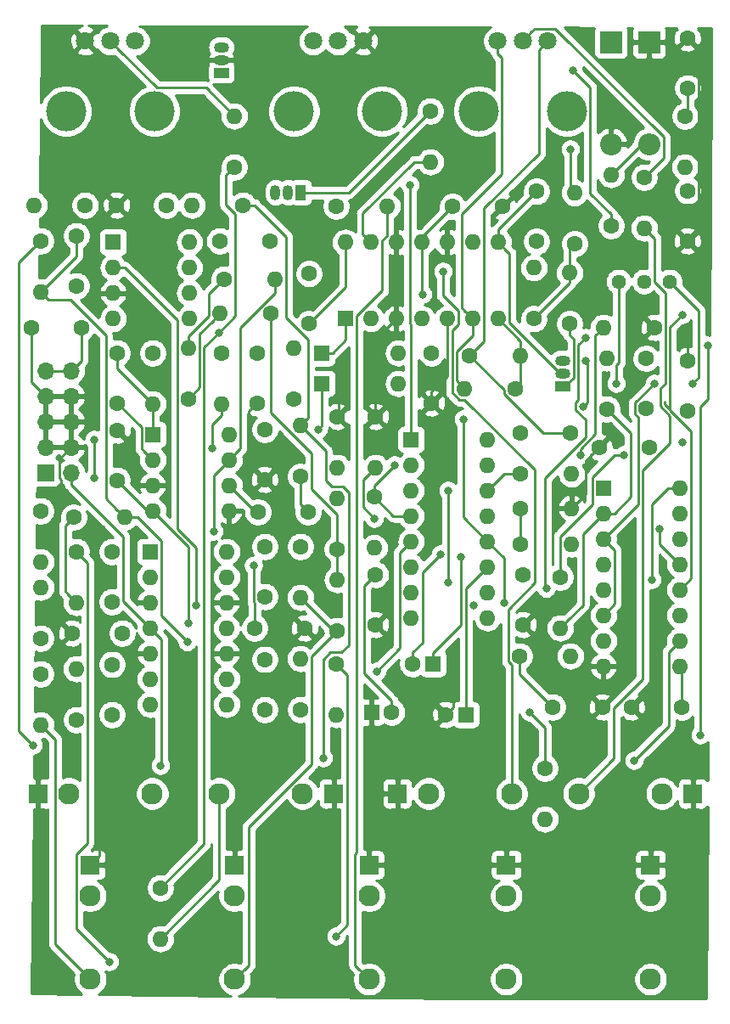
<source format=gbr>
G04 #@! TF.GenerationSoftware,KiCad,Pcbnew,(5.1.0)-1*
G04 #@! TF.CreationDate,2019-04-02T22:50:19-04:00*
G04 #@! TF.ProjectId,ripples,72697070-6c65-4732-9e6b-696361645f70,rev?*
G04 #@! TF.SameCoordinates,Original*
G04 #@! TF.FileFunction,Copper,L2,Bot*
G04 #@! TF.FilePolarity,Positive*
%FSLAX46Y46*%
G04 Gerber Fmt 4.6, Leading zero omitted, Abs format (unit mm)*
G04 Created by KiCad (PCBNEW (5.1.0)-1) date 2019-04-02 22:50:19*
%MOMM*%
%LPD*%
G04 APERTURE LIST*
%ADD10C,1.600000*%
%ADD11R,1.600000X1.600000*%
%ADD12O,1.600000X1.600000*%
%ADD13R,2.200000X2.200000*%
%ADD14O,2.200000X2.200000*%
%ADD15C,2.130000*%
%ADD16R,1.830000X1.930000*%
%ADD17R,1.930000X1.830000*%
%ADD18R,1.700000X1.700000*%
%ADD19O,1.700000X1.700000*%
%ADD20O,1.500000X1.050000*%
%ADD21R,1.500000X1.050000*%
%ADD22O,1.050000X1.500000*%
%ADD23R,1.050000X1.500000*%
%ADD24C,1.800000*%
%ADD25C,4.000000*%
%ADD26C,1.440000*%
%ADD27C,0.800000*%
%ADD28C,0.250000*%
%ADD29C,0.254000*%
G04 APERTURE END LIST*
D10*
X110236000Y-89154000D03*
X105236000Y-89154000D03*
X114046000Y-85518000D03*
X114046000Y-80518000D03*
X108458000Y-115062000D03*
X113458000Y-115062000D03*
X98983800Y-63652400D03*
X98983800Y-68652400D03*
X97409000Y-87757000D03*
X102409000Y-87757000D03*
X57658000Y-107696000D03*
X52658000Y-107696000D03*
X70866000Y-107188000D03*
X75866000Y-107188000D03*
X114046000Y-63580000D03*
X114046000Y-68580000D03*
X88519000Y-79756000D03*
X88519000Y-84756000D03*
X95601800Y-65176400D03*
X90601800Y-65176400D03*
X57150000Y-79756000D03*
X57150000Y-84756000D03*
X76301600Y-71860400D03*
X76301600Y-76860400D03*
X71882000Y-92376000D03*
X71882000Y-87376000D03*
X57150000Y-92456000D03*
X57150000Y-87456000D03*
D11*
X88646000Y-110744000D03*
D10*
X86646000Y-110744000D03*
X71120000Y-84756000D03*
X71120000Y-79756000D03*
X57103000Y-65024000D03*
X62103000Y-65024000D03*
X53594000Y-77216000D03*
X48594000Y-77216000D03*
X97663000Y-101854000D03*
X97663000Y-106854000D03*
X82931000Y-106854000D03*
X82931000Y-101854000D03*
X109931200Y-80314800D03*
X109931200Y-85314800D03*
X71882000Y-115316000D03*
X71882000Y-110316000D03*
X71200000Y-95631000D03*
X76200000Y-95631000D03*
X114046000Y-48340000D03*
X114046000Y-53340000D03*
X67390000Y-68580000D03*
X72390000Y-68580000D03*
X56642000Y-104568000D03*
X56642000Y-99568000D03*
X56642000Y-115824000D03*
X56642000Y-110824000D03*
X105584000Y-115062000D03*
X100584000Y-115062000D03*
X53086000Y-73072000D03*
X53086000Y-68072000D03*
X71882000Y-99060000D03*
X71882000Y-104060000D03*
X89948000Y-115824000D03*
D11*
X91948000Y-115824000D03*
X82550000Y-115570000D03*
D10*
X84550000Y-115570000D03*
D11*
X77597000Y-79756000D03*
D12*
X85217000Y-79756000D03*
X85217000Y-82804000D03*
D11*
X77597000Y-82804000D03*
D13*
X106426000Y-48768000D03*
D14*
X106426000Y-58928000D03*
X110236000Y-58928000D03*
D13*
X110236000Y-48768000D03*
D15*
X111498332Y-123698000D03*
D16*
X114598332Y-123698000D03*
D15*
X103198332Y-123698000D03*
X88217554Y-123698000D03*
D16*
X85117554Y-123698000D03*
D15*
X96517554Y-123698000D03*
X67356777Y-123698000D03*
D16*
X78756777Y-123698000D03*
D15*
X75656777Y-123698000D03*
X52376000Y-123698000D03*
D16*
X49276000Y-123698000D03*
D15*
X60676000Y-123698000D03*
X82296000Y-133910000D03*
D17*
X82296000Y-130810000D03*
D15*
X82296000Y-142210000D03*
D18*
X50038000Y-91694000D03*
D19*
X52578000Y-91694000D03*
X50038000Y-89154000D03*
X52578000Y-89154000D03*
X50038000Y-86614000D03*
X52578000Y-86614000D03*
X50038000Y-84074000D03*
X52578000Y-84074000D03*
X50038000Y-81534000D03*
X52578000Y-81534000D03*
D15*
X110363000Y-142210000D03*
D17*
X110363000Y-130810000D03*
D15*
X110363000Y-133910000D03*
X95969666Y-142210000D03*
D17*
X95969666Y-130810000D03*
D15*
X95969666Y-133910000D03*
X54483000Y-142210000D03*
D17*
X54483000Y-130810000D03*
D15*
X54483000Y-133910000D03*
X68876333Y-133910000D03*
D17*
X68876333Y-130810000D03*
D15*
X68876333Y-142210000D03*
D20*
X101600000Y-81788000D03*
X101600000Y-80518000D03*
D21*
X101600000Y-83058000D03*
D22*
X74218800Y-63754000D03*
X72948800Y-63754000D03*
D23*
X75488800Y-63754000D03*
D10*
X96901000Y-83312000D03*
D12*
X91821000Y-83312000D03*
D10*
X109728000Y-62230000D03*
D12*
X109728000Y-67310000D03*
D10*
X98729800Y-76352400D03*
D12*
X98729800Y-71272400D03*
D10*
X102793800Y-68859400D03*
D12*
X102793800Y-63779400D03*
X61468000Y-138176000D03*
D10*
X61468000Y-133096000D03*
D12*
X97409000Y-80010000D03*
D10*
X92329000Y-80010000D03*
X68834000Y-61214000D03*
D12*
X68834000Y-56134000D03*
X102285800Y-71780400D03*
D10*
X102285800Y-76860400D03*
D12*
X74803000Y-79248000D03*
D10*
X74803000Y-84328000D03*
X106019600Y-85344000D03*
D12*
X106019600Y-80264000D03*
D10*
X106426000Y-67056000D03*
D12*
X106426000Y-61976000D03*
D10*
X101346000Y-102108000D03*
D12*
X101346000Y-107188000D03*
D10*
X99822000Y-121158000D03*
D12*
X99822000Y-126238000D03*
X84074000Y-65125600D03*
D10*
X78994000Y-65125600D03*
X60706000Y-79756000D03*
D12*
X60706000Y-84836000D03*
D10*
X88392000Y-55626000D03*
D12*
X88392000Y-60706000D03*
X82804000Y-99187000D03*
D10*
X82804000Y-94107000D03*
X64262000Y-84328000D03*
D12*
X64262000Y-79248000D03*
X79121000Y-91186000D03*
D10*
X79121000Y-86106000D03*
D12*
X82931000Y-91186000D03*
D10*
X82931000Y-86106000D03*
D12*
X67564000Y-84836000D03*
D10*
X67564000Y-79756000D03*
D12*
X102489000Y-95250000D03*
D10*
X97409000Y-95250000D03*
X110744000Y-77216000D03*
D12*
X105664000Y-77216000D03*
X102489000Y-91821000D03*
D10*
X97409000Y-91821000D03*
X78994000Y-110744000D03*
D12*
X78994000Y-115824000D03*
X72898000Y-72390000D03*
D10*
X67818000Y-72390000D03*
D12*
X102489000Y-98806000D03*
D10*
X97409000Y-98806000D03*
X75438000Y-115316000D03*
D12*
X75438000Y-110236000D03*
X75438000Y-86995000D03*
D10*
X75438000Y-92075000D03*
X113792000Y-56134000D03*
D12*
X113792000Y-61214000D03*
X57912000Y-96139000D03*
D10*
X52832000Y-96139000D03*
D12*
X49530000Y-103124000D03*
D10*
X49530000Y-108204000D03*
D12*
X64643000Y-65024000D03*
D10*
X69723000Y-65024000D03*
X53086000Y-99568000D03*
D12*
X53086000Y-104648000D03*
D10*
X53086000Y-116332000D03*
D12*
X53086000Y-111252000D03*
D10*
X49530000Y-95504000D03*
D12*
X49530000Y-100584000D03*
X49530000Y-116840000D03*
D10*
X49530000Y-111760000D03*
D12*
X48895000Y-65024000D03*
D10*
X53975000Y-65024000D03*
D12*
X102362000Y-109982000D03*
D10*
X97282000Y-109982000D03*
D12*
X67437000Y-75819000D03*
D10*
X72517000Y-75819000D03*
X79121000Y-99314000D03*
D12*
X79121000Y-94234000D03*
D10*
X49530000Y-68580000D03*
D12*
X49530000Y-73660000D03*
X79121000Y-102362000D03*
D10*
X79121000Y-107442000D03*
X75438000Y-99060000D03*
D12*
X75438000Y-104140000D03*
D24*
X81708000Y-48641000D03*
X79208000Y-48641000D03*
X76708000Y-48641000D03*
D25*
X83608000Y-55641000D03*
X74808000Y-55641000D03*
X93223000Y-55641000D03*
X102023000Y-55641000D03*
D24*
X95123000Y-48641000D03*
X97623000Y-48641000D03*
X100123000Y-48641000D03*
X58975000Y-48641000D03*
X56475000Y-48641000D03*
X53975000Y-48641000D03*
D25*
X60875000Y-55641000D03*
X52075000Y-55641000D03*
D26*
X107188000Y-72644000D03*
X109728000Y-72644000D03*
X112268000Y-72644000D03*
D11*
X60706000Y-87884000D03*
D12*
X68326000Y-95504000D03*
X60706000Y-90424000D03*
X68326000Y-92964000D03*
X60706000Y-92964000D03*
X68326000Y-90424000D03*
X60706000Y-95504000D03*
X68326000Y-87884000D03*
X113284000Y-93218000D03*
X105664000Y-110998000D03*
X113284000Y-95758000D03*
X105664000Y-108458000D03*
X113284000Y-98298000D03*
X105664000Y-105918000D03*
X113284000Y-100838000D03*
X105664000Y-103378000D03*
X113284000Y-103378000D03*
X105664000Y-100838000D03*
X113284000Y-105918000D03*
X105664000Y-98298000D03*
X113284000Y-108458000D03*
X105664000Y-95758000D03*
X113284000Y-110998000D03*
D11*
X105664000Y-93218000D03*
D12*
X64389000Y-68707000D03*
X56769000Y-76327000D03*
X64389000Y-71247000D03*
X56769000Y-73787000D03*
X64389000Y-73787000D03*
X56769000Y-71247000D03*
X64389000Y-76327000D03*
D11*
X56769000Y-68707000D03*
D21*
X67564000Y-51816000D03*
D20*
X67564000Y-49276000D03*
X67564000Y-50546000D03*
D12*
X79933800Y-68732400D03*
X95173800Y-76352400D03*
X82473800Y-68732400D03*
X92633800Y-76352400D03*
X85013800Y-68732400D03*
X90093800Y-76352400D03*
X87553800Y-68732400D03*
X87553800Y-76352400D03*
X90093800Y-68732400D03*
X85013800Y-76352400D03*
X92633800Y-68732400D03*
X82473800Y-76352400D03*
X95173800Y-68732400D03*
D11*
X79933800Y-76352400D03*
X60452000Y-99568000D03*
D12*
X68072000Y-114808000D03*
X60452000Y-102108000D03*
X68072000Y-112268000D03*
X60452000Y-104648000D03*
X68072000Y-109728000D03*
X60452000Y-107188000D03*
X68072000Y-107188000D03*
X60452000Y-109728000D03*
X68072000Y-104648000D03*
X60452000Y-112268000D03*
X68072000Y-102108000D03*
X60452000Y-114808000D03*
X68072000Y-99568000D03*
D11*
X86487000Y-88392000D03*
D12*
X94107000Y-106172000D03*
X86487000Y-90932000D03*
X94107000Y-103632000D03*
X86487000Y-93472000D03*
X94107000Y-101092000D03*
X86487000Y-96012000D03*
X94107000Y-98552000D03*
X86487000Y-98552000D03*
X94107000Y-96012000D03*
X86487000Y-101092000D03*
X94107000Y-93472000D03*
X86487000Y-103632000D03*
X94107000Y-90932000D03*
X86487000Y-106172000D03*
X94107000Y-88392000D03*
D27*
X55372000Y-126492000D03*
X79248000Y-81280000D03*
X114046000Y-77470000D03*
X115316000Y-73914000D03*
X90678000Y-109474000D03*
X51308000Y-93472000D03*
X59182000Y-97790000D03*
X55626000Y-97282000D03*
X64262000Y-106680000D03*
X87630000Y-73914000D03*
X70756999Y-100947001D03*
X92710000Y-104902000D03*
X98298000Y-115570000D03*
X61468000Y-120904000D03*
X54864000Y-92202000D03*
X54864000Y-88392000D03*
X103886000Y-78232000D03*
X113538000Y-88646000D03*
X110490000Y-102362000D03*
X99966999Y-103233001D03*
X114554000Y-82804000D03*
X110744000Y-82804000D03*
X77216000Y-87376000D03*
X67310000Y-77724000D03*
X107696000Y-89916000D03*
X102616000Y-51562000D03*
X90170000Y-102616000D03*
X90170000Y-93472000D03*
X91440000Y-100076000D03*
X64152999Y-108567001D03*
X89408000Y-99822000D03*
X115316000Y-117856000D03*
X116078000Y-78994000D03*
X83058000Y-111506000D03*
X111252000Y-97282000D03*
X66802000Y-97536000D03*
X113538000Y-75946000D03*
X65024000Y-104902000D03*
X89662000Y-71628000D03*
X78994000Y-137922000D03*
X56388000Y-140462000D03*
X103632000Y-85090000D03*
X103886000Y-80518000D03*
X86360000Y-62992000D03*
X102362000Y-59436000D03*
X106934000Y-82804000D03*
X95758000Y-104648000D03*
X91694000Y-86360000D03*
X84836000Y-90932000D03*
X66657001Y-89298999D03*
X82804000Y-96266000D03*
X103378000Y-89916000D03*
X108712000Y-120396000D03*
X77724000Y-120142000D03*
X48768000Y-118872000D03*
D28*
X104436001Y-89953999D02*
X105236000Y-89154000D01*
X103886000Y-90504000D02*
X104436001Y-89953999D01*
X103886000Y-93853000D02*
X103886000Y-90504000D01*
X102489000Y-95250000D02*
X103886000Y-93853000D01*
X90093800Y-77483770D02*
X90093800Y-76352400D01*
X90093800Y-82049830D02*
X90093800Y-77483770D01*
X88519000Y-83624630D02*
X90093800Y-82049830D01*
X88519000Y-84756000D02*
X88519000Y-83624630D01*
X82931000Y-78435200D02*
X82931000Y-86106000D01*
X85013800Y-76352400D02*
X82931000Y-78435200D01*
X55372000Y-129921000D02*
X54483000Y-130810000D01*
X55372000Y-126492000D02*
X55372000Y-129921000D01*
X48594000Y-82630000D02*
X50038000Y-84074000D01*
X48594000Y-77216000D02*
X48594000Y-82630000D01*
X71082001Y-91576001D02*
X71882000Y-92376000D01*
X70320001Y-90814001D02*
X71082001Y-91576001D01*
X70320001Y-85555999D02*
X70320001Y-90814001D01*
X71120000Y-84756000D02*
X70320001Y-85555999D01*
X79248000Y-85979000D02*
X79121000Y-86106000D01*
X79248000Y-81280000D02*
X79248000Y-85979000D01*
X114845999Y-67780001D02*
X114046000Y-68580000D01*
X115171001Y-67454999D02*
X114845999Y-67780001D01*
X115171001Y-49465001D02*
X115171001Y-67454999D01*
X114046000Y-48340000D02*
X115171001Y-49465001D01*
X114046000Y-80518000D02*
X114046000Y-77470000D01*
X114046000Y-77470000D02*
X114046000Y-77470000D01*
X115316000Y-69850000D02*
X115316000Y-73914000D01*
X114046000Y-68580000D02*
X115316000Y-69850000D01*
X90678000Y-115094000D02*
X89948000Y-115824000D01*
X90678000Y-109474000D02*
X90678000Y-115094000D01*
X51562000Y-93218000D02*
X51308000Y-93472000D01*
X51562000Y-92417002D02*
X51562000Y-93218000D01*
X51402999Y-92258001D02*
X51562000Y-92417002D01*
X52578000Y-89154000D02*
X51402999Y-90329001D01*
X51402999Y-90329001D02*
X51402999Y-92258001D01*
X53594000Y-80518000D02*
X53594000Y-77216000D01*
X52578000Y-81534000D02*
X53594000Y-80518000D01*
X51240081Y-81534000D02*
X52578000Y-81534000D01*
X50038000Y-81534000D02*
X51240081Y-81534000D01*
X60706000Y-95504000D02*
X64262000Y-99060000D01*
X64262000Y-99060000D02*
X64262000Y-106680000D01*
X64262000Y-106680000D02*
X64262000Y-106680000D01*
X60198000Y-95504000D02*
X60706000Y-95504000D01*
X57150000Y-92456000D02*
X60198000Y-95504000D01*
X84550000Y-114438630D02*
X84550000Y-115570000D01*
X81805999Y-111694629D02*
X84550000Y-114438630D01*
X81805999Y-102979001D02*
X81805999Y-111694629D01*
X82931000Y-101854000D02*
X81805999Y-102979001D01*
X113458000Y-111172000D02*
X113284000Y-110998000D01*
X113458000Y-115062000D02*
X113458000Y-111172000D01*
X87553800Y-68224400D02*
X87553800Y-68732400D01*
X90601800Y-65176400D02*
X87553800Y-68224400D01*
X87553800Y-73837800D02*
X87630000Y-73914000D01*
X87553800Y-68732400D02*
X87553800Y-73837800D01*
X70756999Y-104600001D02*
X70756999Y-100947001D01*
X70866000Y-107188000D02*
X70866000Y-104709002D01*
X70866000Y-104709002D02*
X70756999Y-104600001D01*
X70756999Y-100947001D02*
X70756999Y-100947001D01*
X109474000Y-58928000D02*
X110236000Y-58928000D01*
X106426000Y-61976000D02*
X109474000Y-58928000D01*
X95173800Y-67462400D02*
X95173800Y-68732400D01*
X98983800Y-63652400D02*
X95173800Y-67462400D01*
X95973799Y-69532399D02*
X95173800Y-68732400D01*
X96298801Y-69857401D02*
X95973799Y-69532399D01*
X96298801Y-76711801D02*
X96298801Y-69857401D01*
X101375000Y-81788000D02*
X96298801Y-76711801D01*
X101600000Y-81788000D02*
X101375000Y-81788000D01*
X102285800Y-72796400D02*
X102285800Y-71780400D01*
X98729800Y-76352400D02*
X102285800Y-72796400D01*
X102285800Y-69367400D02*
X102793800Y-68859400D01*
X102285800Y-71780400D02*
X102285800Y-69367400D01*
X91948000Y-103251000D02*
X91948000Y-115824000D01*
X94107000Y-101092000D02*
X91948000Y-103251000D01*
X99822000Y-121158000D02*
X99822000Y-117094000D01*
X99822000Y-117094000D02*
X98298000Y-115570000D01*
X98298000Y-115570000D02*
X98298000Y-115570000D01*
X52578000Y-92896081D02*
X52578000Y-91694000D01*
X57767001Y-98085082D02*
X52578000Y-92896081D01*
X57767001Y-104503001D02*
X57767001Y-98085082D01*
X60452000Y-107188000D02*
X57767001Y-104503001D01*
X61577001Y-108313001D02*
X61577001Y-120794999D01*
X60452000Y-107188000D02*
X61577001Y-108313001D01*
X61577001Y-120794999D02*
X61468000Y-120904000D01*
X61468000Y-120904000D02*
X61468000Y-120904000D01*
X54864000Y-88392000D02*
X54864000Y-92202000D01*
X110490000Y-101796315D02*
X110490000Y-102362000D01*
X110490000Y-94880630D02*
X110490000Y-101796315D01*
X112152630Y-93218000D02*
X110490000Y-94880630D01*
X113284000Y-93218000D02*
X112152630Y-93218000D01*
X103160999Y-78957001D02*
X103160999Y-84487999D01*
X103886000Y-88202588D02*
X99822000Y-92266588D01*
X103886000Y-78232000D02*
X103160999Y-78957001D01*
X103160999Y-84487999D02*
X102906999Y-84741999D01*
X102906999Y-84741999D02*
X102906999Y-85438001D01*
X102906999Y-85438001D02*
X103886000Y-86417002D01*
X103886000Y-86417002D02*
X103886000Y-88202588D01*
X99822000Y-92266588D02*
X99822000Y-103124000D01*
X106463999Y-99097999D02*
X105664000Y-98298000D01*
X106789001Y-99423001D02*
X106463999Y-99097999D01*
X106789001Y-104792999D02*
X106789001Y-99423001D01*
X105664000Y-105918000D02*
X106789001Y-104792999D01*
X112987999Y-73363999D02*
X112268000Y-72644000D01*
X115171001Y-75547001D02*
X112987999Y-73363999D01*
X115171001Y-82186999D02*
X115171001Y-75547001D01*
X114554000Y-82804000D02*
X115171001Y-82186999D01*
X108806199Y-85854801D02*
X108806199Y-84741801D01*
X109110999Y-86159601D02*
X108806199Y-85854801D01*
X105664000Y-98298000D02*
X109110999Y-94851001D01*
X109110999Y-94851001D02*
X109110999Y-86159601D01*
X108806199Y-84741801D02*
X110744000Y-82804000D01*
X110744000Y-82804000D02*
X110744000Y-82804000D01*
X77597000Y-86995000D02*
X77216000Y-87376000D01*
X77597000Y-82804000D02*
X77597000Y-86995000D01*
X65837010Y-128726990D02*
X65837010Y-79196990D01*
X61468000Y-133096000D02*
X65837010Y-128726990D01*
X65837010Y-79196990D02*
X67310000Y-77724000D01*
X67310000Y-77724000D02*
X67310000Y-77724000D01*
X93128999Y-79210001D02*
X92329000Y-80010000D01*
X93758801Y-78580199D02*
X93128999Y-79210001D01*
X93758801Y-65354397D02*
X93758801Y-78580199D01*
X99223001Y-59890197D02*
X93758801Y-65354397D01*
X99223001Y-49540999D02*
X99223001Y-59890197D01*
X100123000Y-48641000D02*
X99223001Y-49540999D01*
X68034001Y-62013999D02*
X68834000Y-61214000D01*
X68034001Y-65000003D02*
X68034001Y-62013999D01*
X68943001Y-65909003D02*
X68034001Y-65000003D01*
X68943001Y-76090999D02*
X68943001Y-65909003D01*
X67310000Y-77724000D02*
X68943001Y-76090999D01*
X101277630Y-87757000D02*
X102409000Y-87757000D01*
X99680998Y-87757000D02*
X101277630Y-87757000D01*
X95775999Y-83852001D02*
X99680998Y-87757000D01*
X95775999Y-83456999D02*
X95775999Y-83852001D01*
X92329000Y-80010000D02*
X95775999Y-83456999D01*
X104538999Y-92157999D02*
X106780998Y-89916000D01*
X104538999Y-94865003D02*
X104538999Y-92157999D01*
X101346000Y-102108000D02*
X101346000Y-98058002D01*
X101346000Y-98058002D02*
X104538999Y-94865003D01*
X106780998Y-89916000D02*
X107696000Y-89916000D01*
X107696000Y-89916000D02*
X107696000Y-89916000D01*
X104348001Y-63846631D02*
X104348001Y-53294001D01*
X106426000Y-67056000D02*
X106426000Y-65924630D01*
X106426000Y-65924630D02*
X104348001Y-63846631D01*
X104348001Y-53294001D02*
X102616000Y-51562000D01*
X102616000Y-51562000D02*
X102616000Y-51562000D01*
X57150000Y-81280000D02*
X60706000Y-84836000D01*
X57150000Y-79756000D02*
X57150000Y-81280000D01*
X66637001Y-76618999D02*
X67437000Y-75819000D01*
X65387001Y-77868999D02*
X66637001Y-76618999D01*
X65387001Y-83202999D02*
X65387001Y-77868999D01*
X64262000Y-84328000D02*
X65387001Y-83202999D01*
X60706000Y-85967370D02*
X60706000Y-87884000D01*
X60706000Y-84836000D02*
X60706000Y-85967370D01*
X90170000Y-102616000D02*
X90170000Y-93472000D01*
X90170000Y-93472000D02*
X90170000Y-93472000D01*
X59906001Y-89624001D02*
X60706000Y-90424000D01*
X59580999Y-89298999D02*
X59906001Y-89624001D01*
X59580999Y-87186999D02*
X59580999Y-89298999D01*
X57150000Y-84756000D02*
X59580999Y-87186999D01*
X87260630Y-60706000D02*
X88392000Y-60706000D01*
X86828598Y-60706000D02*
X87260630Y-60706000D01*
X81673801Y-65860797D02*
X86828598Y-60706000D01*
X81673801Y-67932401D02*
X81673801Y-65860797D01*
X82473800Y-68732400D02*
X81673801Y-67932401D01*
X79933800Y-73228200D02*
X76301600Y-76860400D01*
X79933800Y-68732400D02*
X79933800Y-73228200D01*
X88646000Y-109694000D02*
X91440000Y-106900000D01*
X88646000Y-110744000D02*
X88646000Y-109694000D01*
X91440000Y-106900000D02*
X91440000Y-100076000D01*
X91440000Y-100076000D02*
X91440000Y-100076000D01*
X59043370Y-96139000D02*
X57912000Y-96139000D01*
X59208002Y-96139000D02*
X59043370Y-96139000D01*
X61577001Y-98507999D02*
X59208002Y-96139000D01*
X61577001Y-105991003D02*
X61577001Y-98507999D01*
X64152999Y-108567001D02*
X61577001Y-105991003D01*
X53086000Y-70104000D02*
X53086000Y-68072000D01*
X49530000Y-73660000D02*
X53086000Y-70104000D01*
X57112001Y-95339001D02*
X57912000Y-96139000D01*
X56024999Y-94251999D02*
X57112001Y-95339001D01*
X56024999Y-77981997D02*
X56024999Y-94251999D01*
X52503001Y-74459999D02*
X56024999Y-77981997D01*
X50329999Y-74459999D02*
X52503001Y-74459999D01*
X49530000Y-73660000D02*
X50329999Y-74459999D01*
X86646000Y-109612630D02*
X86646000Y-110744000D01*
X87612001Y-108646629D02*
X86646000Y-109612630D01*
X87612001Y-101617999D02*
X87612001Y-108646629D01*
X89408000Y-99822000D02*
X87612001Y-101617999D01*
X115316000Y-117856000D02*
X115316000Y-85122998D01*
X115316000Y-85122998D02*
X116078000Y-84360998D01*
X116078000Y-84360998D02*
X116078000Y-78994000D01*
X116078000Y-78994000D02*
X116078000Y-78994000D01*
X85361999Y-99677001D02*
X85361999Y-109202001D01*
X86487000Y-98552000D02*
X85361999Y-99677001D01*
X85361999Y-109202001D02*
X83058000Y-111506000D01*
X83058000Y-111506000D02*
X83058000Y-111506000D01*
X70993000Y-95631000D02*
X71200000Y-95631000D01*
X68326000Y-92964000D02*
X70993000Y-95631000D01*
X111252000Y-98806000D02*
X113284000Y-100838000D01*
X111252000Y-97282000D02*
X111252000Y-98806000D01*
X69125999Y-89624001D02*
X68326000Y-90424000D01*
X69451001Y-89298999D02*
X69125999Y-89624001D01*
X69451001Y-77219997D02*
X69451001Y-89298999D01*
X72898000Y-73772998D02*
X69451001Y-77219997D01*
X72898000Y-72390000D02*
X72898000Y-73772998D01*
X75438000Y-94869000D02*
X76200000Y-95631000D01*
X75438000Y-92075000D02*
X75438000Y-94869000D01*
X66802000Y-91948000D02*
X68326000Y-90424000D01*
X66802000Y-97536000D02*
X66802000Y-91948000D01*
X114046000Y-55880000D02*
X113792000Y-56134000D01*
X114046000Y-53340000D02*
X114046000Y-55880000D01*
X114409001Y-87546003D02*
X111760000Y-84897002D01*
X113284000Y-103378000D02*
X114409001Y-102252999D01*
X114409001Y-102252999D02*
X114409001Y-87546003D01*
X111760000Y-84897002D02*
X111760000Y-84582000D01*
X112319011Y-85456013D02*
X112319011Y-77164989D01*
X114409001Y-87546003D02*
X112319011Y-85456013D01*
X112319011Y-77164989D02*
X113538000Y-75946000D01*
X113538000Y-75946000D02*
X113538000Y-75946000D01*
X52286001Y-103848001D02*
X53086000Y-104648000D01*
X51960999Y-103522999D02*
X52286001Y-103848001D01*
X51960999Y-97010001D02*
X51960999Y-103522999D01*
X52832000Y-96139000D02*
X51960999Y-97010001D01*
X97282000Y-111760000D02*
X100584000Y-115062000D01*
X97282000Y-109982000D02*
X97282000Y-111760000D01*
X63136999Y-97298589D02*
X65024000Y-99185590D01*
X63136999Y-76483629D02*
X63136999Y-97298589D01*
X56769000Y-71247000D02*
X57900370Y-71247000D01*
X57900370Y-71247000D02*
X63136999Y-76483629D01*
X65024000Y-99185590D02*
X65024000Y-104902000D01*
X65024000Y-104902000D02*
X65024000Y-104902000D01*
X79121000Y-99314000D02*
X79121000Y-102362000D01*
X72517000Y-76950370D02*
X72517000Y-75819000D01*
X72517000Y-85739002D02*
X72517000Y-76950370D01*
X76563001Y-89785003D02*
X72517000Y-85739002D01*
X76563001Y-93341003D02*
X76563001Y-89785003D01*
X79121000Y-95899002D02*
X76563001Y-93341003D01*
X79121000Y-99314000D02*
X79121000Y-95899002D01*
X78647000Y-79756000D02*
X77597000Y-79756000D01*
X79933800Y-78469200D02*
X78647000Y-79756000D01*
X79933800Y-76352400D02*
X79933800Y-78469200D01*
X110773001Y-68355001D02*
X110527999Y-68109999D01*
X110773001Y-72695603D02*
X110773001Y-68355001D01*
X111869001Y-73791603D02*
X110773001Y-72695603D01*
X111869001Y-82752001D02*
X111869001Y-73791603D01*
X111309990Y-83311012D02*
X111869001Y-82752001D01*
X111309990Y-85083402D02*
X111309990Y-83311012D01*
X112268000Y-86041412D02*
X111309990Y-85083402D01*
X110527999Y-68109999D02*
X109728000Y-67310000D01*
X112268000Y-88787002D02*
X112268000Y-86041412D01*
X109561009Y-91493993D02*
X112268000Y-88787002D01*
X109561009Y-112293989D02*
X109561009Y-91493993D01*
X106709001Y-115145997D02*
X109561009Y-112293989D01*
X106709001Y-120187331D02*
X106709001Y-115145997D01*
X103198332Y-123698000D02*
X106709001Y-120187331D01*
X91218801Y-75573811D02*
X89662000Y-74017010D01*
X91218801Y-76892401D02*
X91218801Y-75573811D01*
X90570991Y-77540211D02*
X91218801Y-76892401D01*
X90570991Y-83726993D02*
X90570991Y-77540211D01*
X91280999Y-84437001D02*
X90570991Y-83726993D01*
X96517554Y-110882556D02*
X96156999Y-110522001D01*
X96517554Y-123698000D02*
X96517554Y-110882556D01*
X91803001Y-84437001D02*
X91280999Y-84437001D01*
X96156999Y-110522001D02*
X96156999Y-105322003D01*
X96156999Y-105322003D02*
X98788001Y-102691001D01*
X98788001Y-102691001D02*
X98788001Y-91422001D01*
X98788001Y-91422001D02*
X91803001Y-84437001D01*
X89662000Y-74017010D02*
X89662000Y-71628000D01*
X89662000Y-71628000D02*
X89662000Y-71628000D01*
X67356777Y-132287223D02*
X67356777Y-123698000D01*
X61468000Y-138176000D02*
X67356777Y-132287223D01*
X81231001Y-141145001D02*
X82296000Y-142210000D01*
X80905999Y-140819999D02*
X81231001Y-141145001D01*
X80905999Y-129734999D02*
X80905999Y-140819999D01*
X81058801Y-129582197D02*
X80905999Y-129734999D01*
X81058801Y-76102397D02*
X81058801Y-129582197D01*
X83598801Y-73562397D02*
X81058801Y-76102397D01*
X83598801Y-68547199D02*
X83598801Y-73562397D01*
X84074000Y-68072000D02*
X83598801Y-68547199D01*
X84074000Y-65125600D02*
X84074000Y-68072000D01*
X80119001Y-111869001D02*
X80119001Y-136796999D01*
X78994000Y-110744000D02*
X80119001Y-111869001D01*
X80119001Y-136796999D02*
X78994000Y-137922000D01*
X78994000Y-137922000D02*
X78994000Y-137922000D01*
X53092999Y-129734999D02*
X53092999Y-137166999D01*
X54211001Y-128616997D02*
X53092999Y-129734999D01*
X53086000Y-99568000D02*
X54211001Y-100693001D01*
X54211001Y-100693001D02*
X54211001Y-128616997D01*
X53092999Y-137166999D02*
X56388000Y-140462000D01*
X56388000Y-140462000D02*
X56388000Y-140462000D01*
X50329999Y-117639999D02*
X49530000Y-116840000D01*
X50985999Y-118295999D02*
X50329999Y-117639999D01*
X50985999Y-138712999D02*
X50985999Y-118295999D01*
X54483000Y-142210000D02*
X50985999Y-138712999D01*
X78740000Y-107442000D02*
X79121000Y-107442000D01*
X75438000Y-104140000D02*
X78740000Y-107442000D01*
X69941332Y-141145001D02*
X68876333Y-142210000D01*
X70266334Y-140819999D02*
X69941332Y-141145001D01*
X70266334Y-127031241D02*
X70266334Y-140819999D01*
X76563001Y-120734574D02*
X70266334Y-127031241D01*
X76563001Y-109999999D02*
X76563001Y-120734574D01*
X79121000Y-107442000D02*
X76563001Y-109999999D01*
X104031999Y-84690001D02*
X104031999Y-80663999D01*
X103632000Y-85090000D02*
X104031999Y-84690001D01*
X104031999Y-80663999D02*
X103886000Y-80518000D01*
X103886000Y-80518000D02*
X103886000Y-80518000D01*
X101825000Y-83058000D02*
X101600000Y-83058000D01*
X102675010Y-82207990D02*
X101825000Y-83058000D01*
X102675010Y-78380980D02*
X102675010Y-82207990D01*
X102285800Y-77991770D02*
X102675010Y-78380980D01*
X102285800Y-76860400D02*
X102285800Y-77991770D01*
X86487000Y-76950602D02*
X86360000Y-76823602D01*
X86487000Y-88392000D02*
X86487000Y-76950602D01*
X86360000Y-76823602D02*
X86360000Y-62992000D01*
X86360000Y-62992000D02*
X86360000Y-62992000D01*
X80264000Y-63754000D02*
X75488800Y-63754000D01*
X88392000Y-55626000D02*
X80264000Y-63754000D01*
X97409000Y-78587600D02*
X97409000Y-80010000D01*
X95173800Y-76352400D02*
X97409000Y-78587600D01*
X97409000Y-82804000D02*
X96901000Y-83312000D01*
X97409000Y-80010000D02*
X97409000Y-82804000D01*
X91833801Y-75552401D02*
X92633800Y-76352400D01*
X91508799Y-75227399D02*
X91833801Y-75552401D01*
X91508799Y-65934403D02*
X91508799Y-75227399D01*
X95548001Y-61895201D02*
X91508799Y-65934403D01*
X95548001Y-50338793D02*
X95548001Y-61895201D01*
X95123000Y-49913792D02*
X95548001Y-50338793D01*
X95123000Y-48641000D02*
X95123000Y-49913792D01*
X91021001Y-82512001D02*
X91821000Y-83312000D01*
X91021001Y-79652997D02*
X91021001Y-82512001D01*
X92633800Y-78040198D02*
X91021001Y-79652997D01*
X92633800Y-76352400D02*
X92633800Y-78040198D01*
X98522999Y-47741001D02*
X97623000Y-48641000D01*
X98848001Y-47415999D02*
X98522999Y-47741001D01*
X100833001Y-47415999D02*
X98848001Y-47415999D01*
X111661001Y-58243999D02*
X100833001Y-47415999D01*
X111661001Y-60296999D02*
X111661001Y-58243999D01*
X109728000Y-62230000D02*
X111661001Y-60296999D01*
X102362000Y-63347600D02*
X102793800Y-63779400D01*
X102362000Y-59436000D02*
X102362000Y-63347600D01*
X57374999Y-49540999D02*
X56475000Y-48641000D01*
X61149999Y-53315999D02*
X57374999Y-49540999D01*
X66015999Y-53315999D02*
X61149999Y-53315999D01*
X68834000Y-56134000D02*
X66015999Y-53315999D01*
X107188000Y-73662233D02*
X107188000Y-72644000D01*
X107188000Y-80760602D02*
X107188000Y-73662233D01*
X106934000Y-81014602D02*
X107188000Y-80760602D01*
X106934000Y-82804000D02*
X106934000Y-81014602D01*
X95758000Y-100203000D02*
X94107000Y-98552000D01*
X95758000Y-104648000D02*
X95758000Y-100203000D01*
X102145999Y-106388001D02*
X101346000Y-107188000D01*
X103614001Y-104919999D02*
X102145999Y-106388001D01*
X103614001Y-97807999D02*
X103614001Y-104919999D01*
X105664000Y-95758000D02*
X103614001Y-97807999D01*
X106819599Y-86143999D02*
X106019600Y-85344000D01*
X108421001Y-87745401D02*
X106819599Y-86143999D01*
X108421001Y-94132369D02*
X108421001Y-87745401D01*
X106795370Y-95758000D02*
X108421001Y-94132369D01*
X105664000Y-95758000D02*
X106795370Y-95758000D01*
X91694000Y-96139000D02*
X94107000Y-98552000D01*
X91694000Y-86360000D02*
X91694000Y-96139000D01*
X84709000Y-96012000D02*
X82804000Y-94107000D01*
X86487000Y-96012000D02*
X84709000Y-96012000D01*
X82804000Y-92964000D02*
X82804000Y-94107000D01*
X84836000Y-90932000D02*
X82804000Y-92964000D01*
X67018001Y-73189999D02*
X67818000Y-72390000D01*
X66311999Y-73896001D02*
X67018001Y-73189999D01*
X66311999Y-76069003D02*
X66311999Y-73896001D01*
X64262000Y-78119002D02*
X66311999Y-76069003D01*
X64262000Y-79248000D02*
X64262000Y-78119002D01*
X66657001Y-88733314D02*
X66657001Y-89298999D01*
X66657001Y-86874369D02*
X66657001Y-88733314D01*
X67564000Y-85967370D02*
X66657001Y-86874369D01*
X67564000Y-84836000D02*
X67564000Y-85967370D01*
X81678999Y-92438001D02*
X81678999Y-95140999D01*
X82931000Y-91186000D02*
X81678999Y-92438001D01*
X81678999Y-95140999D02*
X82804000Y-96266000D01*
X82804000Y-96266000D02*
X82804000Y-96266000D01*
X97409000Y-95250000D02*
X97409000Y-98806000D01*
X104864001Y-87860997D02*
X103378000Y-89346998D01*
X105664000Y-77216000D02*
X104864001Y-78015999D01*
X104864001Y-78015999D02*
X104864001Y-87860997D01*
X103378000Y-89346998D02*
X103378000Y-89916000D01*
X103378000Y-89916000D02*
X103378000Y-89916000D01*
X95758000Y-91821000D02*
X97409000Y-91821000D01*
X94107000Y-93472000D02*
X95758000Y-91821000D01*
X70854370Y-65024000D02*
X69723000Y-65024000D01*
X74023001Y-68192631D02*
X70854370Y-65024000D01*
X74023001Y-76246803D02*
X74023001Y-68192631D01*
X76237999Y-78461801D02*
X74023001Y-76246803D01*
X76237999Y-86195001D02*
X76237999Y-78461801D01*
X75438000Y-86995000D02*
X76237999Y-86195001D01*
X112158999Y-109583001D02*
X112158999Y-116949001D01*
X113284000Y-108458000D02*
X112158999Y-109583001D01*
X112158999Y-116949001D02*
X108712000Y-120396000D01*
X108712000Y-120396000D02*
X108712000Y-120396000D01*
X79534001Y-109618999D02*
X78453999Y-109618999D01*
X77995999Y-89552999D02*
X77995999Y-92523999D01*
X75438000Y-86995000D02*
X77995999Y-89552999D01*
X78453999Y-109618999D02*
X77724000Y-110348998D01*
X77995999Y-92523999D02*
X78580999Y-93108999D01*
X80246001Y-108906999D02*
X79534001Y-109618999D01*
X78580999Y-93108999D02*
X79661001Y-93108999D01*
X79661001Y-93108999D02*
X80246001Y-93693999D01*
X80246001Y-93693999D02*
X80246001Y-108906999D01*
X77724000Y-110348998D02*
X77724000Y-120142000D01*
X77724000Y-120142000D02*
X77724000Y-120142000D01*
X48730001Y-69379999D02*
X49530000Y-68580000D01*
X47340010Y-70769990D02*
X48730001Y-69379999D01*
X47340010Y-117444010D02*
X47340010Y-70769990D01*
X48768000Y-118872000D02*
X47340010Y-117444010D01*
D29*
G36*
X108801009Y-111979186D02*
G01*
X106197999Y-114582198D01*
X106169001Y-114605996D01*
X106145203Y-114634994D01*
X106145202Y-114634995D01*
X106074027Y-114721721D01*
X106039742Y-114785863D01*
X105763605Y-115062000D01*
X105777748Y-115076143D01*
X105598143Y-115255748D01*
X105584000Y-115241605D01*
X104770903Y-116054702D01*
X104842486Y-116298671D01*
X105097996Y-116419571D01*
X105372184Y-116488300D01*
X105654512Y-116502217D01*
X105934130Y-116460787D01*
X105949002Y-116455469D01*
X105949001Y-119872529D01*
X103739457Y-122082074D01*
X103694204Y-122063330D01*
X103365767Y-121998000D01*
X103030897Y-121998000D01*
X102702460Y-122063330D01*
X102393080Y-122191479D01*
X102114645Y-122377523D01*
X101877855Y-122614313D01*
X101691811Y-122892748D01*
X101563662Y-123202128D01*
X101498332Y-123530565D01*
X101498332Y-123865435D01*
X101563662Y-124193872D01*
X101691811Y-124503252D01*
X101877855Y-124781687D01*
X102114645Y-125018477D01*
X102393080Y-125204521D01*
X102702460Y-125332670D01*
X103030897Y-125398000D01*
X103365767Y-125398000D01*
X103694204Y-125332670D01*
X104003584Y-125204521D01*
X104282019Y-125018477D01*
X104518809Y-124781687D01*
X104704853Y-124503252D01*
X104833002Y-124193872D01*
X104898332Y-123865435D01*
X104898332Y-123530565D01*
X109798332Y-123530565D01*
X109798332Y-123865435D01*
X109863662Y-124193872D01*
X109991811Y-124503252D01*
X110177855Y-124781687D01*
X110414645Y-125018477D01*
X110693080Y-125204521D01*
X111002460Y-125332670D01*
X111330897Y-125398000D01*
X111665767Y-125398000D01*
X111994204Y-125332670D01*
X112303584Y-125204521D01*
X112582019Y-125018477D01*
X112818809Y-124781687D01*
X113004853Y-124503252D01*
X113046437Y-124402860D01*
X113045260Y-124663000D01*
X113057520Y-124787482D01*
X113093830Y-124907180D01*
X113152795Y-125017494D01*
X113232147Y-125114185D01*
X113328838Y-125193537D01*
X113439152Y-125252502D01*
X113558850Y-125288812D01*
X113683332Y-125301072D01*
X114312582Y-125298000D01*
X114471332Y-125139250D01*
X114471332Y-123825000D01*
X114451332Y-123825000D01*
X114451332Y-123571000D01*
X114471332Y-123571000D01*
X114471332Y-122256750D01*
X114312582Y-122098000D01*
X113683332Y-122094928D01*
X113558850Y-122107188D01*
X113439152Y-122143498D01*
X113328838Y-122202463D01*
X113232147Y-122281815D01*
X113152795Y-122378506D01*
X113093830Y-122488820D01*
X113057520Y-122608518D01*
X113045260Y-122733000D01*
X113046437Y-122993140D01*
X113004853Y-122892748D01*
X112818809Y-122614313D01*
X112582019Y-122377523D01*
X112303584Y-122191479D01*
X111994204Y-122063330D01*
X111665767Y-121998000D01*
X111330897Y-121998000D01*
X111002460Y-122063330D01*
X110693080Y-122191479D01*
X110414645Y-122377523D01*
X110177855Y-122614313D01*
X109991811Y-122892748D01*
X109863662Y-123202128D01*
X109798332Y-123530565D01*
X104898332Y-123530565D01*
X104833002Y-123202128D01*
X104814258Y-123156875D01*
X107220005Y-120751129D01*
X107249002Y-120727332D01*
X107343975Y-120611607D01*
X107414547Y-120479578D01*
X107458004Y-120336317D01*
X107469001Y-120224664D01*
X107469001Y-120224656D01*
X107472677Y-120187331D01*
X107469001Y-120150006D01*
X107469001Y-116111348D01*
X107528630Y-116170977D01*
X107644903Y-116054704D01*
X107716486Y-116298671D01*
X107971996Y-116419571D01*
X108246184Y-116488300D01*
X108528512Y-116502217D01*
X108808130Y-116460787D01*
X109074292Y-116365603D01*
X109199514Y-116298671D01*
X109271097Y-116054702D01*
X108458000Y-115241605D01*
X108443858Y-115255748D01*
X108264253Y-115076143D01*
X108278395Y-115062000D01*
X108637605Y-115062000D01*
X109450702Y-115875097D01*
X109694671Y-115803514D01*
X109815571Y-115548004D01*
X109884300Y-115273816D01*
X109898217Y-114991488D01*
X109856787Y-114711870D01*
X109761603Y-114445708D01*
X109694671Y-114320486D01*
X109450702Y-114248903D01*
X108637605Y-115062000D01*
X108278395Y-115062000D01*
X108264253Y-115047858D01*
X108443858Y-114868253D01*
X108458000Y-114882395D01*
X109271097Y-114069298D01*
X109199514Y-113825329D01*
X109134998Y-113794802D01*
X110072018Y-112857783D01*
X110101010Y-112833990D01*
X110124804Y-112804997D01*
X110124808Y-112804993D01*
X110195982Y-112718266D01*
X110195983Y-112718265D01*
X110266555Y-112586236D01*
X110310012Y-112442975D01*
X110321009Y-112331322D01*
X110321009Y-112331313D01*
X110324685Y-112293990D01*
X110321009Y-112256667D01*
X110321009Y-103383663D01*
X110388061Y-103397000D01*
X110591939Y-103397000D01*
X110791898Y-103357226D01*
X110980256Y-103279205D01*
X111149774Y-103165937D01*
X111293937Y-103021774D01*
X111407205Y-102852256D01*
X111485226Y-102663898D01*
X111525000Y-102463939D01*
X111525000Y-102260061D01*
X111485226Y-102060102D01*
X111407205Y-101871744D01*
X111293937Y-101702226D01*
X111250000Y-101658289D01*
X111250000Y-99878801D01*
X111883292Y-100512094D01*
X111869764Y-100556691D01*
X111842057Y-100838000D01*
X111869764Y-101119309D01*
X111951818Y-101389808D01*
X112085068Y-101639101D01*
X112264392Y-101857608D01*
X112482899Y-102036932D01*
X112615858Y-102108000D01*
X112482899Y-102179068D01*
X112264392Y-102358392D01*
X112085068Y-102576899D01*
X111951818Y-102826192D01*
X111869764Y-103096691D01*
X111842057Y-103378000D01*
X111869764Y-103659309D01*
X111951818Y-103929808D01*
X112085068Y-104179101D01*
X112264392Y-104397608D01*
X112482899Y-104576932D01*
X112615858Y-104648000D01*
X112482899Y-104719068D01*
X112264392Y-104898392D01*
X112085068Y-105116899D01*
X111951818Y-105366192D01*
X111869764Y-105636691D01*
X111842057Y-105918000D01*
X111869764Y-106199309D01*
X111951818Y-106469808D01*
X112085068Y-106719101D01*
X112264392Y-106937608D01*
X112482899Y-107116932D01*
X112615858Y-107188000D01*
X112482899Y-107259068D01*
X112264392Y-107438392D01*
X112085068Y-107656899D01*
X111951818Y-107906192D01*
X111869764Y-108176691D01*
X111842057Y-108458000D01*
X111869764Y-108739309D01*
X111883292Y-108783906D01*
X111648001Y-109019197D01*
X111618998Y-109043000D01*
X111589455Y-109078999D01*
X111524025Y-109158725D01*
X111484326Y-109232997D01*
X111453453Y-109290755D01*
X111409996Y-109434016D01*
X111398999Y-109545669D01*
X111398999Y-109545679D01*
X111395323Y-109583001D01*
X111398999Y-109620323D01*
X111399000Y-116634198D01*
X108672199Y-119361000D01*
X108610061Y-119361000D01*
X108410102Y-119400774D01*
X108221744Y-119478795D01*
X108052226Y-119592063D01*
X107908063Y-119736226D01*
X107794795Y-119905744D01*
X107716774Y-120094102D01*
X107677000Y-120294061D01*
X107677000Y-120497939D01*
X107716774Y-120697898D01*
X107794795Y-120886256D01*
X107908063Y-121055774D01*
X108052226Y-121199937D01*
X108221744Y-121313205D01*
X108410102Y-121391226D01*
X108610061Y-121431000D01*
X108813939Y-121431000D01*
X109013898Y-121391226D01*
X109202256Y-121313205D01*
X109371774Y-121199937D01*
X109515937Y-121055774D01*
X109629205Y-120886256D01*
X109707226Y-120697898D01*
X109747000Y-120497939D01*
X109747000Y-120435801D01*
X112670002Y-117512800D01*
X112699000Y-117489002D01*
X112793973Y-117373277D01*
X112864545Y-117241248D01*
X112908002Y-117097987D01*
X112918999Y-116986334D01*
X112918999Y-116986326D01*
X112922675Y-116949001D01*
X112918999Y-116911676D01*
X112918999Y-116391971D01*
X113039426Y-116441853D01*
X113316665Y-116497000D01*
X113599335Y-116497000D01*
X113876574Y-116441853D01*
X114137727Y-116333680D01*
X114372759Y-116176637D01*
X114556000Y-115993396D01*
X114556000Y-117152289D01*
X114512063Y-117196226D01*
X114398795Y-117365744D01*
X114320774Y-117554102D01*
X114281000Y-117754061D01*
X114281000Y-117957939D01*
X114320774Y-118157898D01*
X114398795Y-118346256D01*
X114512063Y-118515774D01*
X114656226Y-118659937D01*
X114825744Y-118773205D01*
X115014102Y-118851226D01*
X115214061Y-118891000D01*
X115417939Y-118891000D01*
X115617898Y-118851226D01*
X115806256Y-118773205D01*
X115975774Y-118659937D01*
X116086648Y-118549063D01*
X116066431Y-122420715D01*
X116043869Y-122378506D01*
X115964517Y-122281815D01*
X115867826Y-122202463D01*
X115757512Y-122143498D01*
X115637814Y-122107188D01*
X115513332Y-122094928D01*
X114884082Y-122098000D01*
X114725332Y-122256750D01*
X114725332Y-123571000D01*
X114745332Y-123571000D01*
X114745332Y-123825000D01*
X114725332Y-123825000D01*
X114725332Y-125139250D01*
X114884082Y-125298000D01*
X115513332Y-125301072D01*
X115637814Y-125288812D01*
X115757512Y-125252502D01*
X115867826Y-125193537D01*
X115964517Y-125114185D01*
X116043869Y-125017494D01*
X116052959Y-125000488D01*
X115953118Y-144120000D01*
X91340730Y-144120000D01*
X69241063Y-143870756D01*
X69372205Y-143844670D01*
X69681585Y-143716521D01*
X69960020Y-143530477D01*
X70196810Y-143293687D01*
X70382854Y-143015252D01*
X70511003Y-142705872D01*
X70576333Y-142377435D01*
X70576333Y-142042565D01*
X70511003Y-141714128D01*
X70492259Y-141668876D01*
X70505131Y-141656004D01*
X70505136Y-141655998D01*
X70777331Y-141383803D01*
X70806335Y-141360000D01*
X70901308Y-141244275D01*
X70971880Y-141112246D01*
X71015337Y-140968985D01*
X71026334Y-140857332D01*
X71026334Y-140857323D01*
X71030010Y-140820000D01*
X71026334Y-140782677D01*
X71026334Y-127346042D01*
X74067915Y-124304462D01*
X74150256Y-124503252D01*
X74336300Y-124781687D01*
X74573090Y-125018477D01*
X74851525Y-125204521D01*
X75160905Y-125332670D01*
X75489342Y-125398000D01*
X75824212Y-125398000D01*
X76152649Y-125332670D01*
X76462029Y-125204521D01*
X76740464Y-125018477D01*
X76977254Y-124781687D01*
X77163298Y-124503252D01*
X77204882Y-124402860D01*
X77203705Y-124663000D01*
X77215965Y-124787482D01*
X77252275Y-124907180D01*
X77311240Y-125017494D01*
X77390592Y-125114185D01*
X77487283Y-125193537D01*
X77597597Y-125252502D01*
X77717295Y-125288812D01*
X77841777Y-125301072D01*
X78471027Y-125298000D01*
X78629777Y-125139250D01*
X78629777Y-123825000D01*
X78609777Y-123825000D01*
X78609777Y-123571000D01*
X78629777Y-123571000D01*
X78629777Y-122256750D01*
X78471027Y-122098000D01*
X77841777Y-122094928D01*
X77717295Y-122107188D01*
X77597597Y-122143498D01*
X77487283Y-122202463D01*
X77390592Y-122281815D01*
X77311240Y-122378506D01*
X77252275Y-122488820D01*
X77215965Y-122608518D01*
X77203705Y-122733000D01*
X77204882Y-122993140D01*
X77163298Y-122892748D01*
X76977254Y-122614313D01*
X76740464Y-122377523D01*
X76462029Y-122191479D01*
X76263239Y-122109138D01*
X77074004Y-121298373D01*
X77103002Y-121274575D01*
X77197975Y-121158850D01*
X77248066Y-121065137D01*
X77422102Y-121137226D01*
X77622061Y-121177000D01*
X77825939Y-121177000D01*
X78025898Y-121137226D01*
X78214256Y-121059205D01*
X78383774Y-120945937D01*
X78527937Y-120801774D01*
X78641205Y-120632256D01*
X78719226Y-120443898D01*
X78759000Y-120243939D01*
X78759000Y-120040061D01*
X78719226Y-119840102D01*
X78641205Y-119651744D01*
X78527937Y-119482226D01*
X78484000Y-119438289D01*
X78484000Y-117168864D01*
X78712691Y-117238236D01*
X78923508Y-117259000D01*
X79064492Y-117259000D01*
X79275309Y-117238236D01*
X79359001Y-117212849D01*
X79359001Y-122096455D01*
X79042527Y-122098000D01*
X78883777Y-122256750D01*
X78883777Y-123571000D01*
X78903777Y-123571000D01*
X78903777Y-123825000D01*
X78883777Y-123825000D01*
X78883777Y-125139250D01*
X79042527Y-125298000D01*
X79359002Y-125299545D01*
X79359002Y-136482196D01*
X78954199Y-136887000D01*
X78892061Y-136887000D01*
X78692102Y-136926774D01*
X78503744Y-137004795D01*
X78334226Y-137118063D01*
X78190063Y-137262226D01*
X78076795Y-137431744D01*
X77998774Y-137620102D01*
X77959000Y-137820061D01*
X77959000Y-138023939D01*
X77998774Y-138223898D01*
X78076795Y-138412256D01*
X78190063Y-138581774D01*
X78334226Y-138725937D01*
X78503744Y-138839205D01*
X78692102Y-138917226D01*
X78892061Y-138957000D01*
X79095939Y-138957000D01*
X79295898Y-138917226D01*
X79484256Y-138839205D01*
X79653774Y-138725937D01*
X79797937Y-138581774D01*
X79911205Y-138412256D01*
X79989226Y-138223898D01*
X80029000Y-138023939D01*
X80029000Y-137961801D01*
X80146000Y-137844802D01*
X80146000Y-140782667D01*
X80142323Y-140819999D01*
X80146000Y-140857332D01*
X80156997Y-140968985D01*
X80165196Y-140996014D01*
X80200453Y-141112245D01*
X80271025Y-141244275D01*
X80311824Y-141293988D01*
X80365999Y-141360000D01*
X80394997Y-141383798D01*
X80680074Y-141668875D01*
X80661330Y-141714128D01*
X80596000Y-142042565D01*
X80596000Y-142377435D01*
X80661330Y-142705872D01*
X80789479Y-143015252D01*
X80975523Y-143293687D01*
X81212313Y-143530477D01*
X81490748Y-143716521D01*
X81800128Y-143844670D01*
X82128565Y-143910000D01*
X82463435Y-143910000D01*
X82791872Y-143844670D01*
X83101252Y-143716521D01*
X83379687Y-143530477D01*
X83616477Y-143293687D01*
X83802521Y-143015252D01*
X83930670Y-142705872D01*
X83996000Y-142377435D01*
X83996000Y-142042565D01*
X94269666Y-142042565D01*
X94269666Y-142377435D01*
X94334996Y-142705872D01*
X94463145Y-143015252D01*
X94649189Y-143293687D01*
X94885979Y-143530477D01*
X95164414Y-143716521D01*
X95473794Y-143844670D01*
X95802231Y-143910000D01*
X96137101Y-143910000D01*
X96465538Y-143844670D01*
X96774918Y-143716521D01*
X97053353Y-143530477D01*
X97290143Y-143293687D01*
X97476187Y-143015252D01*
X97604336Y-142705872D01*
X97669666Y-142377435D01*
X97669666Y-142042565D01*
X108663000Y-142042565D01*
X108663000Y-142377435D01*
X108728330Y-142705872D01*
X108856479Y-143015252D01*
X109042523Y-143293687D01*
X109279313Y-143530477D01*
X109557748Y-143716521D01*
X109867128Y-143844670D01*
X110195565Y-143910000D01*
X110530435Y-143910000D01*
X110858872Y-143844670D01*
X111168252Y-143716521D01*
X111446687Y-143530477D01*
X111683477Y-143293687D01*
X111869521Y-143015252D01*
X111997670Y-142705872D01*
X112063000Y-142377435D01*
X112063000Y-142042565D01*
X111997670Y-141714128D01*
X111869521Y-141404748D01*
X111683477Y-141126313D01*
X111446687Y-140889523D01*
X111168252Y-140703479D01*
X110858872Y-140575330D01*
X110530435Y-140510000D01*
X110195565Y-140510000D01*
X109867128Y-140575330D01*
X109557748Y-140703479D01*
X109279313Y-140889523D01*
X109042523Y-141126313D01*
X108856479Y-141404748D01*
X108728330Y-141714128D01*
X108663000Y-142042565D01*
X97669666Y-142042565D01*
X97604336Y-141714128D01*
X97476187Y-141404748D01*
X97290143Y-141126313D01*
X97053353Y-140889523D01*
X96774918Y-140703479D01*
X96465538Y-140575330D01*
X96137101Y-140510000D01*
X95802231Y-140510000D01*
X95473794Y-140575330D01*
X95164414Y-140703479D01*
X94885979Y-140889523D01*
X94649189Y-141126313D01*
X94463145Y-141404748D01*
X94334996Y-141714128D01*
X94269666Y-142042565D01*
X83996000Y-142042565D01*
X83930670Y-141714128D01*
X83802521Y-141404748D01*
X83616477Y-141126313D01*
X83379687Y-140889523D01*
X83101252Y-140703479D01*
X82791872Y-140575330D01*
X82463435Y-140510000D01*
X82128565Y-140510000D01*
X81800128Y-140575330D01*
X81754875Y-140594074D01*
X81665999Y-140505198D01*
X81665999Y-135489112D01*
X81800128Y-135544670D01*
X82128565Y-135610000D01*
X82463435Y-135610000D01*
X82791872Y-135544670D01*
X83101252Y-135416521D01*
X83379687Y-135230477D01*
X83616477Y-134993687D01*
X83802521Y-134715252D01*
X83930670Y-134405872D01*
X83996000Y-134077435D01*
X83996000Y-133742565D01*
X94269666Y-133742565D01*
X94269666Y-134077435D01*
X94334996Y-134405872D01*
X94463145Y-134715252D01*
X94649189Y-134993687D01*
X94885979Y-135230477D01*
X95164414Y-135416521D01*
X95473794Y-135544670D01*
X95802231Y-135610000D01*
X96137101Y-135610000D01*
X96465538Y-135544670D01*
X96774918Y-135416521D01*
X97053353Y-135230477D01*
X97290143Y-134993687D01*
X97476187Y-134715252D01*
X97604336Y-134405872D01*
X97669666Y-134077435D01*
X97669666Y-133742565D01*
X108663000Y-133742565D01*
X108663000Y-134077435D01*
X108728330Y-134405872D01*
X108856479Y-134715252D01*
X109042523Y-134993687D01*
X109279313Y-135230477D01*
X109557748Y-135416521D01*
X109867128Y-135544670D01*
X110195565Y-135610000D01*
X110530435Y-135610000D01*
X110858872Y-135544670D01*
X111168252Y-135416521D01*
X111446687Y-135230477D01*
X111683477Y-134993687D01*
X111869521Y-134715252D01*
X111997670Y-134405872D01*
X112063000Y-134077435D01*
X112063000Y-133742565D01*
X111997670Y-133414128D01*
X111869521Y-133104748D01*
X111683477Y-132826313D01*
X111446687Y-132589523D01*
X111168252Y-132403479D01*
X111067860Y-132361895D01*
X111328000Y-132363072D01*
X111452482Y-132350812D01*
X111572180Y-132314502D01*
X111682494Y-132255537D01*
X111779185Y-132176185D01*
X111858537Y-132079494D01*
X111917502Y-131969180D01*
X111953812Y-131849482D01*
X111966072Y-131725000D01*
X111963000Y-131095750D01*
X111804250Y-130937000D01*
X110490000Y-130937000D01*
X110490000Y-130957000D01*
X110236000Y-130957000D01*
X110236000Y-130937000D01*
X108921750Y-130937000D01*
X108763000Y-131095750D01*
X108759928Y-131725000D01*
X108772188Y-131849482D01*
X108808498Y-131969180D01*
X108867463Y-132079494D01*
X108946815Y-132176185D01*
X109043506Y-132255537D01*
X109153820Y-132314502D01*
X109273518Y-132350812D01*
X109398000Y-132363072D01*
X109658140Y-132361895D01*
X109557748Y-132403479D01*
X109279313Y-132589523D01*
X109042523Y-132826313D01*
X108856479Y-133104748D01*
X108728330Y-133414128D01*
X108663000Y-133742565D01*
X97669666Y-133742565D01*
X97604336Y-133414128D01*
X97476187Y-133104748D01*
X97290143Y-132826313D01*
X97053353Y-132589523D01*
X96774918Y-132403479D01*
X96674526Y-132361895D01*
X96934666Y-132363072D01*
X97059148Y-132350812D01*
X97178846Y-132314502D01*
X97289160Y-132255537D01*
X97385851Y-132176185D01*
X97465203Y-132079494D01*
X97524168Y-131969180D01*
X97560478Y-131849482D01*
X97572738Y-131725000D01*
X97569666Y-131095750D01*
X97410916Y-130937000D01*
X96096666Y-130937000D01*
X96096666Y-130957000D01*
X95842666Y-130957000D01*
X95842666Y-130937000D01*
X94528416Y-130937000D01*
X94369666Y-131095750D01*
X94366594Y-131725000D01*
X94378854Y-131849482D01*
X94415164Y-131969180D01*
X94474129Y-132079494D01*
X94553481Y-132176185D01*
X94650172Y-132255537D01*
X94760486Y-132314502D01*
X94880184Y-132350812D01*
X95004666Y-132363072D01*
X95264806Y-132361895D01*
X95164414Y-132403479D01*
X94885979Y-132589523D01*
X94649189Y-132826313D01*
X94463145Y-133104748D01*
X94334996Y-133414128D01*
X94269666Y-133742565D01*
X83996000Y-133742565D01*
X83930670Y-133414128D01*
X83802521Y-133104748D01*
X83616477Y-132826313D01*
X83379687Y-132589523D01*
X83101252Y-132403479D01*
X83000860Y-132361895D01*
X83261000Y-132363072D01*
X83385482Y-132350812D01*
X83505180Y-132314502D01*
X83615494Y-132255537D01*
X83712185Y-132176185D01*
X83791537Y-132079494D01*
X83850502Y-131969180D01*
X83886812Y-131849482D01*
X83899072Y-131725000D01*
X83896000Y-131095750D01*
X83737250Y-130937000D01*
X82423000Y-130937000D01*
X82423000Y-130957000D01*
X82169000Y-130957000D01*
X82169000Y-130937000D01*
X82149000Y-130937000D01*
X82149000Y-130683000D01*
X82169000Y-130683000D01*
X82169000Y-129418750D01*
X82423000Y-129418750D01*
X82423000Y-130683000D01*
X83737250Y-130683000D01*
X83896000Y-130524250D01*
X83899072Y-129895000D01*
X94366594Y-129895000D01*
X94369666Y-130524250D01*
X94528416Y-130683000D01*
X95842666Y-130683000D01*
X95842666Y-129418750D01*
X96096666Y-129418750D01*
X96096666Y-130683000D01*
X97410916Y-130683000D01*
X97569666Y-130524250D01*
X97572738Y-129895000D01*
X108759928Y-129895000D01*
X108763000Y-130524250D01*
X108921750Y-130683000D01*
X110236000Y-130683000D01*
X110236000Y-129418750D01*
X110490000Y-129418750D01*
X110490000Y-130683000D01*
X111804250Y-130683000D01*
X111963000Y-130524250D01*
X111966072Y-129895000D01*
X111953812Y-129770518D01*
X111917502Y-129650820D01*
X111858537Y-129540506D01*
X111779185Y-129443815D01*
X111682494Y-129364463D01*
X111572180Y-129305498D01*
X111452482Y-129269188D01*
X111328000Y-129256928D01*
X110648750Y-129260000D01*
X110490000Y-129418750D01*
X110236000Y-129418750D01*
X110077250Y-129260000D01*
X109398000Y-129256928D01*
X109273518Y-129269188D01*
X109153820Y-129305498D01*
X109043506Y-129364463D01*
X108946815Y-129443815D01*
X108867463Y-129540506D01*
X108808498Y-129650820D01*
X108772188Y-129770518D01*
X108759928Y-129895000D01*
X97572738Y-129895000D01*
X97560478Y-129770518D01*
X97524168Y-129650820D01*
X97465203Y-129540506D01*
X97385851Y-129443815D01*
X97289160Y-129364463D01*
X97178846Y-129305498D01*
X97059148Y-129269188D01*
X96934666Y-129256928D01*
X96255416Y-129260000D01*
X96096666Y-129418750D01*
X95842666Y-129418750D01*
X95683916Y-129260000D01*
X95004666Y-129256928D01*
X94880184Y-129269188D01*
X94760486Y-129305498D01*
X94650172Y-129364463D01*
X94553481Y-129443815D01*
X94474129Y-129540506D01*
X94415164Y-129650820D01*
X94378854Y-129770518D01*
X94366594Y-129895000D01*
X83899072Y-129895000D01*
X83886812Y-129770518D01*
X83850502Y-129650820D01*
X83791537Y-129540506D01*
X83712185Y-129443815D01*
X83615494Y-129364463D01*
X83505180Y-129305498D01*
X83385482Y-129269188D01*
X83261000Y-129256928D01*
X82581750Y-129260000D01*
X82423000Y-129418750D01*
X82169000Y-129418750D01*
X82010250Y-129260000D01*
X81818801Y-129259134D01*
X81818801Y-126238000D01*
X98380057Y-126238000D01*
X98407764Y-126519309D01*
X98489818Y-126789808D01*
X98623068Y-127039101D01*
X98802392Y-127257608D01*
X99020899Y-127436932D01*
X99270192Y-127570182D01*
X99540691Y-127652236D01*
X99751508Y-127673000D01*
X99892492Y-127673000D01*
X100103309Y-127652236D01*
X100373808Y-127570182D01*
X100623101Y-127436932D01*
X100841608Y-127257608D01*
X101020932Y-127039101D01*
X101154182Y-126789808D01*
X101236236Y-126519309D01*
X101263943Y-126238000D01*
X101236236Y-125956691D01*
X101154182Y-125686192D01*
X101020932Y-125436899D01*
X100841608Y-125218392D01*
X100623101Y-125039068D01*
X100373808Y-124905818D01*
X100103309Y-124823764D01*
X99892492Y-124803000D01*
X99751508Y-124803000D01*
X99540691Y-124823764D01*
X99270192Y-124905818D01*
X99020899Y-125039068D01*
X98802392Y-125218392D01*
X98623068Y-125436899D01*
X98489818Y-125686192D01*
X98407764Y-125956691D01*
X98380057Y-126238000D01*
X81818801Y-126238000D01*
X81818801Y-124663000D01*
X83564482Y-124663000D01*
X83576742Y-124787482D01*
X83613052Y-124907180D01*
X83672017Y-125017494D01*
X83751369Y-125114185D01*
X83848060Y-125193537D01*
X83958374Y-125252502D01*
X84078072Y-125288812D01*
X84202554Y-125301072D01*
X84831804Y-125298000D01*
X84990554Y-125139250D01*
X84990554Y-123825000D01*
X83726304Y-123825000D01*
X83567554Y-123983750D01*
X83564482Y-124663000D01*
X81818801Y-124663000D01*
X81818801Y-122733000D01*
X83564482Y-122733000D01*
X83567554Y-123412250D01*
X83726304Y-123571000D01*
X84990554Y-123571000D01*
X84990554Y-122256750D01*
X85244554Y-122256750D01*
X85244554Y-123571000D01*
X85264554Y-123571000D01*
X85264554Y-123825000D01*
X85244554Y-123825000D01*
X85244554Y-125139250D01*
X85403304Y-125298000D01*
X86032554Y-125301072D01*
X86157036Y-125288812D01*
X86276734Y-125252502D01*
X86387048Y-125193537D01*
X86483739Y-125114185D01*
X86563091Y-125017494D01*
X86622056Y-124907180D01*
X86658366Y-124787482D01*
X86670626Y-124663000D01*
X86669449Y-124402860D01*
X86711033Y-124503252D01*
X86897077Y-124781687D01*
X87133867Y-125018477D01*
X87412302Y-125204521D01*
X87721682Y-125332670D01*
X88050119Y-125398000D01*
X88384989Y-125398000D01*
X88713426Y-125332670D01*
X89022806Y-125204521D01*
X89301241Y-125018477D01*
X89538031Y-124781687D01*
X89724075Y-124503252D01*
X89852224Y-124193872D01*
X89917554Y-123865435D01*
X89917554Y-123530565D01*
X89852224Y-123202128D01*
X89724075Y-122892748D01*
X89538031Y-122614313D01*
X89301241Y-122377523D01*
X89022806Y-122191479D01*
X88713426Y-122063330D01*
X88384989Y-121998000D01*
X88050119Y-121998000D01*
X87721682Y-122063330D01*
X87412302Y-122191479D01*
X87133867Y-122377523D01*
X86897077Y-122614313D01*
X86711033Y-122892748D01*
X86669449Y-122993140D01*
X86670626Y-122733000D01*
X86658366Y-122608518D01*
X86622056Y-122488820D01*
X86563091Y-122378506D01*
X86483739Y-122281815D01*
X86387048Y-122202463D01*
X86276734Y-122143498D01*
X86157036Y-122107188D01*
X86032554Y-122094928D01*
X85403304Y-122098000D01*
X85244554Y-122256750D01*
X84990554Y-122256750D01*
X84831804Y-122098000D01*
X84202554Y-122094928D01*
X84078072Y-122107188D01*
X83958374Y-122143498D01*
X83848060Y-122202463D01*
X83751369Y-122281815D01*
X83672017Y-122378506D01*
X83613052Y-122488820D01*
X83576742Y-122608518D01*
X83564482Y-122733000D01*
X81818801Y-122733000D01*
X81818801Y-117007661D01*
X82264250Y-117005000D01*
X82423000Y-116846250D01*
X82423000Y-115697000D01*
X82403000Y-115697000D01*
X82403000Y-115443000D01*
X82423000Y-115443000D01*
X82423000Y-114293750D01*
X82264250Y-114135000D01*
X81818801Y-114132339D01*
X81818801Y-112782232D01*
X83169573Y-114133006D01*
X82835750Y-114135000D01*
X82677000Y-114293750D01*
X82677000Y-115443000D01*
X82697000Y-115443000D01*
X82697000Y-115697000D01*
X82677000Y-115697000D01*
X82677000Y-116846250D01*
X82835750Y-117005000D01*
X83350000Y-117008072D01*
X83474482Y-116995812D01*
X83594180Y-116959502D01*
X83704494Y-116900537D01*
X83801185Y-116821185D01*
X83814790Y-116804607D01*
X83870273Y-116841680D01*
X84131426Y-116949853D01*
X84408665Y-117005000D01*
X84691335Y-117005000D01*
X84968574Y-116949853D01*
X85229727Y-116841680D01*
X85464759Y-116684637D01*
X85664637Y-116484759D01*
X85821680Y-116249727D01*
X85929853Y-115988574D01*
X85948563Y-115894512D01*
X88507783Y-115894512D01*
X88549213Y-116174130D01*
X88644397Y-116440292D01*
X88711329Y-116565514D01*
X88955298Y-116637097D01*
X89768395Y-115824000D01*
X88955298Y-115010903D01*
X88711329Y-115082486D01*
X88590429Y-115337996D01*
X88521700Y-115612184D01*
X88507783Y-115894512D01*
X85948563Y-115894512D01*
X85985000Y-115711335D01*
X85985000Y-115428665D01*
X85929853Y-115151426D01*
X85821680Y-114890273D01*
X85664637Y-114655241D01*
X85464759Y-114455363D01*
X85304798Y-114348481D01*
X85299003Y-114289644D01*
X85255546Y-114146383D01*
X85184974Y-114014354D01*
X85171811Y-113998315D01*
X85113799Y-113927626D01*
X85113795Y-113927622D01*
X85090001Y-113898629D01*
X85061009Y-113874836D01*
X83584895Y-112398723D01*
X83717774Y-112309937D01*
X83861937Y-112165774D01*
X83975205Y-111996256D01*
X84053226Y-111807898D01*
X84093000Y-111607939D01*
X84093000Y-111545801D01*
X85254420Y-110384382D01*
X85211000Y-110602665D01*
X85211000Y-110885335D01*
X85266147Y-111162574D01*
X85374320Y-111423727D01*
X85531363Y-111658759D01*
X85731241Y-111858637D01*
X85966273Y-112015680D01*
X86227426Y-112123853D01*
X86504665Y-112179000D01*
X86787335Y-112179000D01*
X87064574Y-112123853D01*
X87325727Y-112015680D01*
X87381210Y-111978607D01*
X87394815Y-111995185D01*
X87491506Y-112074537D01*
X87601820Y-112133502D01*
X87721518Y-112169812D01*
X87846000Y-112182072D01*
X89446000Y-112182072D01*
X89570482Y-112169812D01*
X89690180Y-112133502D01*
X89800494Y-112074537D01*
X89897185Y-111995185D01*
X89976537Y-111898494D01*
X90035502Y-111788180D01*
X90071812Y-111668482D01*
X90084072Y-111544000D01*
X90084072Y-109944000D01*
X90071812Y-109819518D01*
X90035502Y-109699820D01*
X89976537Y-109589506D01*
X89908364Y-109506437D01*
X91188000Y-108226801D01*
X91188001Y-114385928D01*
X91148000Y-114385928D01*
X91023518Y-114398188D01*
X90903820Y-114434498D01*
X90793506Y-114493463D01*
X90696815Y-114572815D01*
X90686193Y-114585758D01*
X90434004Y-114466429D01*
X90159816Y-114397700D01*
X89877488Y-114383783D01*
X89597870Y-114425213D01*
X89331708Y-114520397D01*
X89206486Y-114587329D01*
X89134903Y-114831298D01*
X89948000Y-115644395D01*
X89962143Y-115630253D01*
X90141748Y-115809858D01*
X90127605Y-115824000D01*
X90141748Y-115838143D01*
X89962143Y-116017748D01*
X89948000Y-116003605D01*
X89134903Y-116816702D01*
X89206486Y-117060671D01*
X89461996Y-117181571D01*
X89736184Y-117250300D01*
X90018512Y-117264217D01*
X90298130Y-117222787D01*
X90564292Y-117127603D01*
X90686309Y-117062384D01*
X90696815Y-117075185D01*
X90793506Y-117154537D01*
X90903820Y-117213502D01*
X91023518Y-117249812D01*
X91148000Y-117262072D01*
X92748000Y-117262072D01*
X92872482Y-117249812D01*
X92992180Y-117213502D01*
X93102494Y-117154537D01*
X93199185Y-117075185D01*
X93278537Y-116978494D01*
X93337502Y-116868180D01*
X93373812Y-116748482D01*
X93386072Y-116624000D01*
X93386072Y-115024000D01*
X93373812Y-114899518D01*
X93337502Y-114779820D01*
X93278537Y-114669506D01*
X93199185Y-114572815D01*
X93102494Y-114493463D01*
X92992180Y-114434498D01*
X92872482Y-114398188D01*
X92748000Y-114385928D01*
X92708000Y-114385928D01*
X92708000Y-106503536D01*
X92774818Y-106723808D01*
X92908068Y-106973101D01*
X93087392Y-107191608D01*
X93305899Y-107370932D01*
X93555192Y-107504182D01*
X93825691Y-107586236D01*
X94036508Y-107607000D01*
X94177492Y-107607000D01*
X94388309Y-107586236D01*
X94658808Y-107504182D01*
X94908101Y-107370932D01*
X95126608Y-107191608D01*
X95305932Y-106973101D01*
X95397000Y-106802725D01*
X95396999Y-110484678D01*
X95393323Y-110522001D01*
X95396999Y-110559323D01*
X95396999Y-110559333D01*
X95407996Y-110670986D01*
X95439024Y-110773274D01*
X95451453Y-110814247D01*
X95522025Y-110946277D01*
X95552961Y-110983972D01*
X95616998Y-111062002D01*
X95646002Y-111085805D01*
X95757555Y-111197358D01*
X95757554Y-122172735D01*
X95712302Y-122191479D01*
X95433867Y-122377523D01*
X95197077Y-122614313D01*
X95011033Y-122892748D01*
X94882884Y-123202128D01*
X94817554Y-123530565D01*
X94817554Y-123865435D01*
X94882884Y-124193872D01*
X95011033Y-124503252D01*
X95197077Y-124781687D01*
X95433867Y-125018477D01*
X95712302Y-125204521D01*
X96021682Y-125332670D01*
X96350119Y-125398000D01*
X96684989Y-125398000D01*
X97013426Y-125332670D01*
X97322806Y-125204521D01*
X97601241Y-125018477D01*
X97838031Y-124781687D01*
X98024075Y-124503252D01*
X98152224Y-124193872D01*
X98217554Y-123865435D01*
X98217554Y-123530565D01*
X98152224Y-123202128D01*
X98024075Y-122892748D01*
X97838031Y-122614313D01*
X97601241Y-122377523D01*
X97322806Y-122191479D01*
X97277554Y-122172735D01*
X97277554Y-115745107D01*
X97302774Y-115871898D01*
X97380795Y-116060256D01*
X97494063Y-116229774D01*
X97638226Y-116373937D01*
X97807744Y-116487205D01*
X97996102Y-116565226D01*
X98196061Y-116605000D01*
X98258198Y-116605000D01*
X99062001Y-117408804D01*
X99062000Y-119939956D01*
X98907241Y-120043363D01*
X98707363Y-120243241D01*
X98550320Y-120478273D01*
X98442147Y-120739426D01*
X98387000Y-121016665D01*
X98387000Y-121299335D01*
X98442147Y-121576574D01*
X98550320Y-121837727D01*
X98707363Y-122072759D01*
X98907241Y-122272637D01*
X99142273Y-122429680D01*
X99403426Y-122537853D01*
X99680665Y-122593000D01*
X99963335Y-122593000D01*
X100240574Y-122537853D01*
X100501727Y-122429680D01*
X100736759Y-122272637D01*
X100936637Y-122072759D01*
X101093680Y-121837727D01*
X101201853Y-121576574D01*
X101257000Y-121299335D01*
X101257000Y-121016665D01*
X101201853Y-120739426D01*
X101093680Y-120478273D01*
X100936637Y-120243241D01*
X100736759Y-120043363D01*
X100582000Y-119939957D01*
X100582000Y-117131322D01*
X100585676Y-117093999D01*
X100582000Y-117056676D01*
X100582000Y-117056667D01*
X100571003Y-116945014D01*
X100527546Y-116801753D01*
X100456974Y-116669724D01*
X100420353Y-116625101D01*
X100385799Y-116582996D01*
X100385795Y-116582992D01*
X100362001Y-116553999D01*
X100333008Y-116530205D01*
X100264329Y-116461526D01*
X100442665Y-116497000D01*
X100725335Y-116497000D01*
X101002574Y-116441853D01*
X101263727Y-116333680D01*
X101498759Y-116176637D01*
X101698637Y-115976759D01*
X101855680Y-115741727D01*
X101963853Y-115480574D01*
X102019000Y-115203335D01*
X102019000Y-115132512D01*
X104143783Y-115132512D01*
X104185213Y-115412130D01*
X104280397Y-115678292D01*
X104347329Y-115803514D01*
X104591298Y-115875097D01*
X105404395Y-115062000D01*
X104591298Y-114248903D01*
X104347329Y-114320486D01*
X104226429Y-114575996D01*
X104157700Y-114850184D01*
X104143783Y-115132512D01*
X102019000Y-115132512D01*
X102019000Y-114920665D01*
X101963853Y-114643426D01*
X101855680Y-114382273D01*
X101698637Y-114147241D01*
X101620694Y-114069298D01*
X104770903Y-114069298D01*
X105584000Y-114882395D01*
X106397097Y-114069298D01*
X106325514Y-113825329D01*
X106070004Y-113704429D01*
X105795816Y-113635700D01*
X105513488Y-113621783D01*
X105233870Y-113663213D01*
X104967708Y-113758397D01*
X104842486Y-113825329D01*
X104770903Y-114069298D01*
X101620694Y-114069298D01*
X101498759Y-113947363D01*
X101263727Y-113790320D01*
X101002574Y-113682147D01*
X100725335Y-113627000D01*
X100442665Y-113627000D01*
X100260114Y-113663312D01*
X98042000Y-111445199D01*
X98042000Y-111200043D01*
X98196759Y-111096637D01*
X98396637Y-110896759D01*
X98553680Y-110661727D01*
X98661853Y-110400574D01*
X98717000Y-110123335D01*
X98717000Y-109982000D01*
X100920057Y-109982000D01*
X100947764Y-110263309D01*
X101029818Y-110533808D01*
X101163068Y-110783101D01*
X101342392Y-111001608D01*
X101560899Y-111180932D01*
X101810192Y-111314182D01*
X102080691Y-111396236D01*
X102291508Y-111417000D01*
X102432492Y-111417000D01*
X102643309Y-111396236D01*
X102805491Y-111347039D01*
X104272096Y-111347039D01*
X104312754Y-111481087D01*
X104432963Y-111735420D01*
X104600481Y-111961414D01*
X104808869Y-112150385D01*
X105050119Y-112295070D01*
X105314960Y-112389909D01*
X105537000Y-112268624D01*
X105537000Y-111125000D01*
X105791000Y-111125000D01*
X105791000Y-112268624D01*
X106013040Y-112389909D01*
X106277881Y-112295070D01*
X106519131Y-112150385D01*
X106727519Y-111961414D01*
X106895037Y-111735420D01*
X107015246Y-111481087D01*
X107055904Y-111347039D01*
X106933915Y-111125000D01*
X105791000Y-111125000D01*
X105537000Y-111125000D01*
X104394085Y-111125000D01*
X104272096Y-111347039D01*
X102805491Y-111347039D01*
X102913808Y-111314182D01*
X103163101Y-111180932D01*
X103381608Y-111001608D01*
X103560932Y-110783101D01*
X103694182Y-110533808D01*
X103776236Y-110263309D01*
X103803943Y-109982000D01*
X103776236Y-109700691D01*
X103694182Y-109430192D01*
X103560932Y-109180899D01*
X103381608Y-108962392D01*
X103163101Y-108783068D01*
X102913808Y-108649818D01*
X102643309Y-108567764D01*
X102432492Y-108547000D01*
X102291508Y-108547000D01*
X102080691Y-108567764D01*
X101810192Y-108649818D01*
X101560899Y-108783068D01*
X101342392Y-108962392D01*
X101163068Y-109180899D01*
X101029818Y-109430192D01*
X100947764Y-109700691D01*
X100920057Y-109982000D01*
X98717000Y-109982000D01*
X98717000Y-109840665D01*
X98661853Y-109563426D01*
X98553680Y-109302273D01*
X98396637Y-109067241D01*
X98196759Y-108867363D01*
X97961727Y-108710320D01*
X97700574Y-108602147D01*
X97423335Y-108547000D01*
X97140665Y-108547000D01*
X96916999Y-108591491D01*
X96916999Y-108075378D01*
X96921486Y-108090671D01*
X97176996Y-108211571D01*
X97451184Y-108280300D01*
X97733512Y-108294217D01*
X98013130Y-108252787D01*
X98279292Y-108157603D01*
X98404514Y-108090671D01*
X98476097Y-107846702D01*
X97663000Y-107033605D01*
X97648858Y-107047748D01*
X97469253Y-106868143D01*
X97483395Y-106854000D01*
X97842605Y-106854000D01*
X98655702Y-107667097D01*
X98899671Y-107595514D01*
X99020571Y-107340004D01*
X99089300Y-107065816D01*
X99103217Y-106783488D01*
X99061787Y-106503870D01*
X98966603Y-106237708D01*
X98899671Y-106112486D01*
X98655702Y-106040903D01*
X97842605Y-106854000D01*
X97483395Y-106854000D01*
X97469253Y-106839858D01*
X97648858Y-106660253D01*
X97663000Y-106674395D01*
X98476097Y-105861298D01*
X98404514Y-105617329D01*
X98149004Y-105496429D01*
X97874816Y-105427700D01*
X97592488Y-105413783D01*
X97312870Y-105455213D01*
X97046708Y-105550397D01*
X96953684Y-105600119D01*
X98985578Y-103568226D01*
X99049794Y-103723257D01*
X99163062Y-103892775D01*
X99307225Y-104036938D01*
X99476743Y-104150206D01*
X99665101Y-104228227D01*
X99865060Y-104268001D01*
X100068938Y-104268001D01*
X100268897Y-104228227D01*
X100457255Y-104150206D01*
X100626773Y-104036938D01*
X100770936Y-103892775D01*
X100884204Y-103723257D01*
X100962225Y-103534899D01*
X100969902Y-103496302D01*
X101204665Y-103543000D01*
X101487335Y-103543000D01*
X101764574Y-103487853D01*
X102025727Y-103379680D01*
X102260759Y-103222637D01*
X102460637Y-103022759D01*
X102617680Y-102787727D01*
X102725853Y-102526574D01*
X102781000Y-102249335D01*
X102781000Y-101966665D01*
X102725853Y-101689426D01*
X102617680Y-101428273D01*
X102460637Y-101193241D01*
X102260759Y-100993363D01*
X102106000Y-100889957D01*
X102106000Y-100189389D01*
X102207691Y-100220236D01*
X102418508Y-100241000D01*
X102559492Y-100241000D01*
X102770309Y-100220236D01*
X102854001Y-100194849D01*
X102854002Y-104605196D01*
X101671907Y-105787292D01*
X101627309Y-105773764D01*
X101416492Y-105753000D01*
X101275508Y-105753000D01*
X101064691Y-105773764D01*
X100794192Y-105855818D01*
X100544899Y-105989068D01*
X100326392Y-106168392D01*
X100147068Y-106386899D01*
X100013818Y-106636192D01*
X99931764Y-106906691D01*
X99904057Y-107188000D01*
X99931764Y-107469309D01*
X100013818Y-107739808D01*
X100147068Y-107989101D01*
X100326392Y-108207608D01*
X100544899Y-108386932D01*
X100794192Y-108520182D01*
X101064691Y-108602236D01*
X101275508Y-108623000D01*
X101416492Y-108623000D01*
X101627309Y-108602236D01*
X101897808Y-108520182D01*
X102147101Y-108386932D01*
X102365608Y-108207608D01*
X102544932Y-107989101D01*
X102678182Y-107739808D01*
X102760236Y-107469309D01*
X102787943Y-107188000D01*
X102760236Y-106906691D01*
X102746708Y-106862093D01*
X104125004Y-105483798D01*
X104154002Y-105460000D01*
X104248975Y-105344275D01*
X104319547Y-105212246D01*
X104363004Y-105068985D01*
X104374001Y-104957332D01*
X104374001Y-104957323D01*
X104377677Y-104920000D01*
X104374001Y-104882677D01*
X104374001Y-104008727D01*
X104465068Y-104179101D01*
X104644392Y-104397608D01*
X104862899Y-104576932D01*
X104995858Y-104648000D01*
X104862899Y-104719068D01*
X104644392Y-104898392D01*
X104465068Y-105116899D01*
X104331818Y-105366192D01*
X104249764Y-105636691D01*
X104222057Y-105918000D01*
X104249764Y-106199309D01*
X104331818Y-106469808D01*
X104465068Y-106719101D01*
X104644392Y-106937608D01*
X104862899Y-107116932D01*
X104995858Y-107188000D01*
X104862899Y-107259068D01*
X104644392Y-107438392D01*
X104465068Y-107656899D01*
X104331818Y-107906192D01*
X104249764Y-108176691D01*
X104222057Y-108458000D01*
X104249764Y-108739309D01*
X104331818Y-109009808D01*
X104465068Y-109259101D01*
X104644392Y-109477608D01*
X104862899Y-109656932D01*
X105000682Y-109730579D01*
X104808869Y-109845615D01*
X104600481Y-110034586D01*
X104432963Y-110260580D01*
X104312754Y-110514913D01*
X104272096Y-110648961D01*
X104394085Y-110871000D01*
X105537000Y-110871000D01*
X105537000Y-110851000D01*
X105791000Y-110851000D01*
X105791000Y-110871000D01*
X106933915Y-110871000D01*
X107055904Y-110648961D01*
X107015246Y-110514913D01*
X106895037Y-110260580D01*
X106727519Y-110034586D01*
X106519131Y-109845615D01*
X106327318Y-109730579D01*
X106465101Y-109656932D01*
X106683608Y-109477608D01*
X106862932Y-109259101D01*
X106996182Y-109009808D01*
X107078236Y-108739309D01*
X107105943Y-108458000D01*
X107078236Y-108176691D01*
X106996182Y-107906192D01*
X106862932Y-107656899D01*
X106683608Y-107438392D01*
X106465101Y-107259068D01*
X106332142Y-107188000D01*
X106465101Y-107116932D01*
X106683608Y-106937608D01*
X106862932Y-106719101D01*
X106996182Y-106469808D01*
X107078236Y-106199309D01*
X107105943Y-105918000D01*
X107078236Y-105636691D01*
X107064708Y-105592094D01*
X107300005Y-105356797D01*
X107329002Y-105333000D01*
X107423975Y-105217275D01*
X107494547Y-105085246D01*
X107538004Y-104941985D01*
X107549001Y-104830332D01*
X107549001Y-104830324D01*
X107552677Y-104792999D01*
X107549001Y-104755674D01*
X107549001Y-99460323D01*
X107552677Y-99423000D01*
X107549001Y-99385677D01*
X107549001Y-99385668D01*
X107538004Y-99274015D01*
X107494547Y-99130754D01*
X107423975Y-98998725D01*
X107329002Y-98883000D01*
X107299998Y-98859197D01*
X107064708Y-98623907D01*
X107078236Y-98579309D01*
X107105943Y-98298000D01*
X107078236Y-98016691D01*
X107064708Y-97972094D01*
X108801010Y-96235792D01*
X108801009Y-111979186D01*
X108801009Y-111979186D01*
G37*
X108801009Y-111979186D02*
X106197999Y-114582198D01*
X106169001Y-114605996D01*
X106145203Y-114634994D01*
X106145202Y-114634995D01*
X106074027Y-114721721D01*
X106039742Y-114785863D01*
X105763605Y-115062000D01*
X105777748Y-115076143D01*
X105598143Y-115255748D01*
X105584000Y-115241605D01*
X104770903Y-116054702D01*
X104842486Y-116298671D01*
X105097996Y-116419571D01*
X105372184Y-116488300D01*
X105654512Y-116502217D01*
X105934130Y-116460787D01*
X105949002Y-116455469D01*
X105949001Y-119872529D01*
X103739457Y-122082074D01*
X103694204Y-122063330D01*
X103365767Y-121998000D01*
X103030897Y-121998000D01*
X102702460Y-122063330D01*
X102393080Y-122191479D01*
X102114645Y-122377523D01*
X101877855Y-122614313D01*
X101691811Y-122892748D01*
X101563662Y-123202128D01*
X101498332Y-123530565D01*
X101498332Y-123865435D01*
X101563662Y-124193872D01*
X101691811Y-124503252D01*
X101877855Y-124781687D01*
X102114645Y-125018477D01*
X102393080Y-125204521D01*
X102702460Y-125332670D01*
X103030897Y-125398000D01*
X103365767Y-125398000D01*
X103694204Y-125332670D01*
X104003584Y-125204521D01*
X104282019Y-125018477D01*
X104518809Y-124781687D01*
X104704853Y-124503252D01*
X104833002Y-124193872D01*
X104898332Y-123865435D01*
X104898332Y-123530565D01*
X109798332Y-123530565D01*
X109798332Y-123865435D01*
X109863662Y-124193872D01*
X109991811Y-124503252D01*
X110177855Y-124781687D01*
X110414645Y-125018477D01*
X110693080Y-125204521D01*
X111002460Y-125332670D01*
X111330897Y-125398000D01*
X111665767Y-125398000D01*
X111994204Y-125332670D01*
X112303584Y-125204521D01*
X112582019Y-125018477D01*
X112818809Y-124781687D01*
X113004853Y-124503252D01*
X113046437Y-124402860D01*
X113045260Y-124663000D01*
X113057520Y-124787482D01*
X113093830Y-124907180D01*
X113152795Y-125017494D01*
X113232147Y-125114185D01*
X113328838Y-125193537D01*
X113439152Y-125252502D01*
X113558850Y-125288812D01*
X113683332Y-125301072D01*
X114312582Y-125298000D01*
X114471332Y-125139250D01*
X114471332Y-123825000D01*
X114451332Y-123825000D01*
X114451332Y-123571000D01*
X114471332Y-123571000D01*
X114471332Y-122256750D01*
X114312582Y-122098000D01*
X113683332Y-122094928D01*
X113558850Y-122107188D01*
X113439152Y-122143498D01*
X113328838Y-122202463D01*
X113232147Y-122281815D01*
X113152795Y-122378506D01*
X113093830Y-122488820D01*
X113057520Y-122608518D01*
X113045260Y-122733000D01*
X113046437Y-122993140D01*
X113004853Y-122892748D01*
X112818809Y-122614313D01*
X112582019Y-122377523D01*
X112303584Y-122191479D01*
X111994204Y-122063330D01*
X111665767Y-121998000D01*
X111330897Y-121998000D01*
X111002460Y-122063330D01*
X110693080Y-122191479D01*
X110414645Y-122377523D01*
X110177855Y-122614313D01*
X109991811Y-122892748D01*
X109863662Y-123202128D01*
X109798332Y-123530565D01*
X104898332Y-123530565D01*
X104833002Y-123202128D01*
X104814258Y-123156875D01*
X107220005Y-120751129D01*
X107249002Y-120727332D01*
X107343975Y-120611607D01*
X107414547Y-120479578D01*
X107458004Y-120336317D01*
X107469001Y-120224664D01*
X107469001Y-120224656D01*
X107472677Y-120187331D01*
X107469001Y-120150006D01*
X107469001Y-116111348D01*
X107528630Y-116170977D01*
X107644903Y-116054704D01*
X107716486Y-116298671D01*
X107971996Y-116419571D01*
X108246184Y-116488300D01*
X108528512Y-116502217D01*
X108808130Y-116460787D01*
X109074292Y-116365603D01*
X109199514Y-116298671D01*
X109271097Y-116054702D01*
X108458000Y-115241605D01*
X108443858Y-115255748D01*
X108264253Y-115076143D01*
X108278395Y-115062000D01*
X108637605Y-115062000D01*
X109450702Y-115875097D01*
X109694671Y-115803514D01*
X109815571Y-115548004D01*
X109884300Y-115273816D01*
X109898217Y-114991488D01*
X109856787Y-114711870D01*
X109761603Y-114445708D01*
X109694671Y-114320486D01*
X109450702Y-114248903D01*
X108637605Y-115062000D01*
X108278395Y-115062000D01*
X108264253Y-115047858D01*
X108443858Y-114868253D01*
X108458000Y-114882395D01*
X109271097Y-114069298D01*
X109199514Y-113825329D01*
X109134998Y-113794802D01*
X110072018Y-112857783D01*
X110101010Y-112833990D01*
X110124804Y-112804997D01*
X110124808Y-112804993D01*
X110195982Y-112718266D01*
X110195983Y-112718265D01*
X110266555Y-112586236D01*
X110310012Y-112442975D01*
X110321009Y-112331322D01*
X110321009Y-112331313D01*
X110324685Y-112293990D01*
X110321009Y-112256667D01*
X110321009Y-103383663D01*
X110388061Y-103397000D01*
X110591939Y-103397000D01*
X110791898Y-103357226D01*
X110980256Y-103279205D01*
X111149774Y-103165937D01*
X111293937Y-103021774D01*
X111407205Y-102852256D01*
X111485226Y-102663898D01*
X111525000Y-102463939D01*
X111525000Y-102260061D01*
X111485226Y-102060102D01*
X111407205Y-101871744D01*
X111293937Y-101702226D01*
X111250000Y-101658289D01*
X111250000Y-99878801D01*
X111883292Y-100512094D01*
X111869764Y-100556691D01*
X111842057Y-100838000D01*
X111869764Y-101119309D01*
X111951818Y-101389808D01*
X112085068Y-101639101D01*
X112264392Y-101857608D01*
X112482899Y-102036932D01*
X112615858Y-102108000D01*
X112482899Y-102179068D01*
X112264392Y-102358392D01*
X112085068Y-102576899D01*
X111951818Y-102826192D01*
X111869764Y-103096691D01*
X111842057Y-103378000D01*
X111869764Y-103659309D01*
X111951818Y-103929808D01*
X112085068Y-104179101D01*
X112264392Y-104397608D01*
X112482899Y-104576932D01*
X112615858Y-104648000D01*
X112482899Y-104719068D01*
X112264392Y-104898392D01*
X112085068Y-105116899D01*
X111951818Y-105366192D01*
X111869764Y-105636691D01*
X111842057Y-105918000D01*
X111869764Y-106199309D01*
X111951818Y-106469808D01*
X112085068Y-106719101D01*
X112264392Y-106937608D01*
X112482899Y-107116932D01*
X112615858Y-107188000D01*
X112482899Y-107259068D01*
X112264392Y-107438392D01*
X112085068Y-107656899D01*
X111951818Y-107906192D01*
X111869764Y-108176691D01*
X111842057Y-108458000D01*
X111869764Y-108739309D01*
X111883292Y-108783906D01*
X111648001Y-109019197D01*
X111618998Y-109043000D01*
X111589455Y-109078999D01*
X111524025Y-109158725D01*
X111484326Y-109232997D01*
X111453453Y-109290755D01*
X111409996Y-109434016D01*
X111398999Y-109545669D01*
X111398999Y-109545679D01*
X111395323Y-109583001D01*
X111398999Y-109620323D01*
X111399000Y-116634198D01*
X108672199Y-119361000D01*
X108610061Y-119361000D01*
X108410102Y-119400774D01*
X108221744Y-119478795D01*
X108052226Y-119592063D01*
X107908063Y-119736226D01*
X107794795Y-119905744D01*
X107716774Y-120094102D01*
X107677000Y-120294061D01*
X107677000Y-120497939D01*
X107716774Y-120697898D01*
X107794795Y-120886256D01*
X107908063Y-121055774D01*
X108052226Y-121199937D01*
X108221744Y-121313205D01*
X108410102Y-121391226D01*
X108610061Y-121431000D01*
X108813939Y-121431000D01*
X109013898Y-121391226D01*
X109202256Y-121313205D01*
X109371774Y-121199937D01*
X109515937Y-121055774D01*
X109629205Y-120886256D01*
X109707226Y-120697898D01*
X109747000Y-120497939D01*
X109747000Y-120435801D01*
X112670002Y-117512800D01*
X112699000Y-117489002D01*
X112793973Y-117373277D01*
X112864545Y-117241248D01*
X112908002Y-117097987D01*
X112918999Y-116986334D01*
X112918999Y-116986326D01*
X112922675Y-116949001D01*
X112918999Y-116911676D01*
X112918999Y-116391971D01*
X113039426Y-116441853D01*
X113316665Y-116497000D01*
X113599335Y-116497000D01*
X113876574Y-116441853D01*
X114137727Y-116333680D01*
X114372759Y-116176637D01*
X114556000Y-115993396D01*
X114556000Y-117152289D01*
X114512063Y-117196226D01*
X114398795Y-117365744D01*
X114320774Y-117554102D01*
X114281000Y-117754061D01*
X114281000Y-117957939D01*
X114320774Y-118157898D01*
X114398795Y-118346256D01*
X114512063Y-118515774D01*
X114656226Y-118659937D01*
X114825744Y-118773205D01*
X115014102Y-118851226D01*
X115214061Y-118891000D01*
X115417939Y-118891000D01*
X115617898Y-118851226D01*
X115806256Y-118773205D01*
X115975774Y-118659937D01*
X116086648Y-118549063D01*
X116066431Y-122420715D01*
X116043869Y-122378506D01*
X115964517Y-122281815D01*
X115867826Y-122202463D01*
X115757512Y-122143498D01*
X115637814Y-122107188D01*
X115513332Y-122094928D01*
X114884082Y-122098000D01*
X114725332Y-122256750D01*
X114725332Y-123571000D01*
X114745332Y-123571000D01*
X114745332Y-123825000D01*
X114725332Y-123825000D01*
X114725332Y-125139250D01*
X114884082Y-125298000D01*
X115513332Y-125301072D01*
X115637814Y-125288812D01*
X115757512Y-125252502D01*
X115867826Y-125193537D01*
X115964517Y-125114185D01*
X116043869Y-125017494D01*
X116052959Y-125000488D01*
X115953118Y-144120000D01*
X91340730Y-144120000D01*
X69241063Y-143870756D01*
X69372205Y-143844670D01*
X69681585Y-143716521D01*
X69960020Y-143530477D01*
X70196810Y-143293687D01*
X70382854Y-143015252D01*
X70511003Y-142705872D01*
X70576333Y-142377435D01*
X70576333Y-142042565D01*
X70511003Y-141714128D01*
X70492259Y-141668876D01*
X70505131Y-141656004D01*
X70505136Y-141655998D01*
X70777331Y-141383803D01*
X70806335Y-141360000D01*
X70901308Y-141244275D01*
X70971880Y-141112246D01*
X71015337Y-140968985D01*
X71026334Y-140857332D01*
X71026334Y-140857323D01*
X71030010Y-140820000D01*
X71026334Y-140782677D01*
X71026334Y-127346042D01*
X74067915Y-124304462D01*
X74150256Y-124503252D01*
X74336300Y-124781687D01*
X74573090Y-125018477D01*
X74851525Y-125204521D01*
X75160905Y-125332670D01*
X75489342Y-125398000D01*
X75824212Y-125398000D01*
X76152649Y-125332670D01*
X76462029Y-125204521D01*
X76740464Y-125018477D01*
X76977254Y-124781687D01*
X77163298Y-124503252D01*
X77204882Y-124402860D01*
X77203705Y-124663000D01*
X77215965Y-124787482D01*
X77252275Y-124907180D01*
X77311240Y-125017494D01*
X77390592Y-125114185D01*
X77487283Y-125193537D01*
X77597597Y-125252502D01*
X77717295Y-125288812D01*
X77841777Y-125301072D01*
X78471027Y-125298000D01*
X78629777Y-125139250D01*
X78629777Y-123825000D01*
X78609777Y-123825000D01*
X78609777Y-123571000D01*
X78629777Y-123571000D01*
X78629777Y-122256750D01*
X78471027Y-122098000D01*
X77841777Y-122094928D01*
X77717295Y-122107188D01*
X77597597Y-122143498D01*
X77487283Y-122202463D01*
X77390592Y-122281815D01*
X77311240Y-122378506D01*
X77252275Y-122488820D01*
X77215965Y-122608518D01*
X77203705Y-122733000D01*
X77204882Y-122993140D01*
X77163298Y-122892748D01*
X76977254Y-122614313D01*
X76740464Y-122377523D01*
X76462029Y-122191479D01*
X76263239Y-122109138D01*
X77074004Y-121298373D01*
X77103002Y-121274575D01*
X77197975Y-121158850D01*
X77248066Y-121065137D01*
X77422102Y-121137226D01*
X77622061Y-121177000D01*
X77825939Y-121177000D01*
X78025898Y-121137226D01*
X78214256Y-121059205D01*
X78383774Y-120945937D01*
X78527937Y-120801774D01*
X78641205Y-120632256D01*
X78719226Y-120443898D01*
X78759000Y-120243939D01*
X78759000Y-120040061D01*
X78719226Y-119840102D01*
X78641205Y-119651744D01*
X78527937Y-119482226D01*
X78484000Y-119438289D01*
X78484000Y-117168864D01*
X78712691Y-117238236D01*
X78923508Y-117259000D01*
X79064492Y-117259000D01*
X79275309Y-117238236D01*
X79359001Y-117212849D01*
X79359001Y-122096455D01*
X79042527Y-122098000D01*
X78883777Y-122256750D01*
X78883777Y-123571000D01*
X78903777Y-123571000D01*
X78903777Y-123825000D01*
X78883777Y-123825000D01*
X78883777Y-125139250D01*
X79042527Y-125298000D01*
X79359002Y-125299545D01*
X79359002Y-136482196D01*
X78954199Y-136887000D01*
X78892061Y-136887000D01*
X78692102Y-136926774D01*
X78503744Y-137004795D01*
X78334226Y-137118063D01*
X78190063Y-137262226D01*
X78076795Y-137431744D01*
X77998774Y-137620102D01*
X77959000Y-137820061D01*
X77959000Y-138023939D01*
X77998774Y-138223898D01*
X78076795Y-138412256D01*
X78190063Y-138581774D01*
X78334226Y-138725937D01*
X78503744Y-138839205D01*
X78692102Y-138917226D01*
X78892061Y-138957000D01*
X79095939Y-138957000D01*
X79295898Y-138917226D01*
X79484256Y-138839205D01*
X79653774Y-138725937D01*
X79797937Y-138581774D01*
X79911205Y-138412256D01*
X79989226Y-138223898D01*
X80029000Y-138023939D01*
X80029000Y-137961801D01*
X80146000Y-137844802D01*
X80146000Y-140782667D01*
X80142323Y-140819999D01*
X80146000Y-140857332D01*
X80156997Y-140968985D01*
X80165196Y-140996014D01*
X80200453Y-141112245D01*
X80271025Y-141244275D01*
X80311824Y-141293988D01*
X80365999Y-141360000D01*
X80394997Y-141383798D01*
X80680074Y-141668875D01*
X80661330Y-141714128D01*
X80596000Y-142042565D01*
X80596000Y-142377435D01*
X80661330Y-142705872D01*
X80789479Y-143015252D01*
X80975523Y-143293687D01*
X81212313Y-143530477D01*
X81490748Y-143716521D01*
X81800128Y-143844670D01*
X82128565Y-143910000D01*
X82463435Y-143910000D01*
X82791872Y-143844670D01*
X83101252Y-143716521D01*
X83379687Y-143530477D01*
X83616477Y-143293687D01*
X83802521Y-143015252D01*
X83930670Y-142705872D01*
X83996000Y-142377435D01*
X83996000Y-142042565D01*
X94269666Y-142042565D01*
X94269666Y-142377435D01*
X94334996Y-142705872D01*
X94463145Y-143015252D01*
X94649189Y-143293687D01*
X94885979Y-143530477D01*
X95164414Y-143716521D01*
X95473794Y-143844670D01*
X95802231Y-143910000D01*
X96137101Y-143910000D01*
X96465538Y-143844670D01*
X96774918Y-143716521D01*
X97053353Y-143530477D01*
X97290143Y-143293687D01*
X97476187Y-143015252D01*
X97604336Y-142705872D01*
X97669666Y-142377435D01*
X97669666Y-142042565D01*
X108663000Y-142042565D01*
X108663000Y-142377435D01*
X108728330Y-142705872D01*
X108856479Y-143015252D01*
X109042523Y-143293687D01*
X109279313Y-143530477D01*
X109557748Y-143716521D01*
X109867128Y-143844670D01*
X110195565Y-143910000D01*
X110530435Y-143910000D01*
X110858872Y-143844670D01*
X111168252Y-143716521D01*
X111446687Y-143530477D01*
X111683477Y-143293687D01*
X111869521Y-143015252D01*
X111997670Y-142705872D01*
X112063000Y-142377435D01*
X112063000Y-142042565D01*
X111997670Y-141714128D01*
X111869521Y-141404748D01*
X111683477Y-141126313D01*
X111446687Y-140889523D01*
X111168252Y-140703479D01*
X110858872Y-140575330D01*
X110530435Y-140510000D01*
X110195565Y-140510000D01*
X109867128Y-140575330D01*
X109557748Y-140703479D01*
X109279313Y-140889523D01*
X109042523Y-141126313D01*
X108856479Y-141404748D01*
X108728330Y-141714128D01*
X108663000Y-142042565D01*
X97669666Y-142042565D01*
X97604336Y-141714128D01*
X97476187Y-141404748D01*
X97290143Y-141126313D01*
X97053353Y-140889523D01*
X96774918Y-140703479D01*
X96465538Y-140575330D01*
X96137101Y-140510000D01*
X95802231Y-140510000D01*
X95473794Y-140575330D01*
X95164414Y-140703479D01*
X94885979Y-140889523D01*
X94649189Y-141126313D01*
X94463145Y-141404748D01*
X94334996Y-141714128D01*
X94269666Y-142042565D01*
X83996000Y-142042565D01*
X83930670Y-141714128D01*
X83802521Y-141404748D01*
X83616477Y-141126313D01*
X83379687Y-140889523D01*
X83101252Y-140703479D01*
X82791872Y-140575330D01*
X82463435Y-140510000D01*
X82128565Y-140510000D01*
X81800128Y-140575330D01*
X81754875Y-140594074D01*
X81665999Y-140505198D01*
X81665999Y-135489112D01*
X81800128Y-135544670D01*
X82128565Y-135610000D01*
X82463435Y-135610000D01*
X82791872Y-135544670D01*
X83101252Y-135416521D01*
X83379687Y-135230477D01*
X83616477Y-134993687D01*
X83802521Y-134715252D01*
X83930670Y-134405872D01*
X83996000Y-134077435D01*
X83996000Y-133742565D01*
X94269666Y-133742565D01*
X94269666Y-134077435D01*
X94334996Y-134405872D01*
X94463145Y-134715252D01*
X94649189Y-134993687D01*
X94885979Y-135230477D01*
X95164414Y-135416521D01*
X95473794Y-135544670D01*
X95802231Y-135610000D01*
X96137101Y-135610000D01*
X96465538Y-135544670D01*
X96774918Y-135416521D01*
X97053353Y-135230477D01*
X97290143Y-134993687D01*
X97476187Y-134715252D01*
X97604336Y-134405872D01*
X97669666Y-134077435D01*
X97669666Y-133742565D01*
X108663000Y-133742565D01*
X108663000Y-134077435D01*
X108728330Y-134405872D01*
X108856479Y-134715252D01*
X109042523Y-134993687D01*
X109279313Y-135230477D01*
X109557748Y-135416521D01*
X109867128Y-135544670D01*
X110195565Y-135610000D01*
X110530435Y-135610000D01*
X110858872Y-135544670D01*
X111168252Y-135416521D01*
X111446687Y-135230477D01*
X111683477Y-134993687D01*
X111869521Y-134715252D01*
X111997670Y-134405872D01*
X112063000Y-134077435D01*
X112063000Y-133742565D01*
X111997670Y-133414128D01*
X111869521Y-133104748D01*
X111683477Y-132826313D01*
X111446687Y-132589523D01*
X111168252Y-132403479D01*
X111067860Y-132361895D01*
X111328000Y-132363072D01*
X111452482Y-132350812D01*
X111572180Y-132314502D01*
X111682494Y-132255537D01*
X111779185Y-132176185D01*
X111858537Y-132079494D01*
X111917502Y-131969180D01*
X111953812Y-131849482D01*
X111966072Y-131725000D01*
X111963000Y-131095750D01*
X111804250Y-130937000D01*
X110490000Y-130937000D01*
X110490000Y-130957000D01*
X110236000Y-130957000D01*
X110236000Y-130937000D01*
X108921750Y-130937000D01*
X108763000Y-131095750D01*
X108759928Y-131725000D01*
X108772188Y-131849482D01*
X108808498Y-131969180D01*
X108867463Y-132079494D01*
X108946815Y-132176185D01*
X109043506Y-132255537D01*
X109153820Y-132314502D01*
X109273518Y-132350812D01*
X109398000Y-132363072D01*
X109658140Y-132361895D01*
X109557748Y-132403479D01*
X109279313Y-132589523D01*
X109042523Y-132826313D01*
X108856479Y-133104748D01*
X108728330Y-133414128D01*
X108663000Y-133742565D01*
X97669666Y-133742565D01*
X97604336Y-133414128D01*
X97476187Y-133104748D01*
X97290143Y-132826313D01*
X97053353Y-132589523D01*
X96774918Y-132403479D01*
X96674526Y-132361895D01*
X96934666Y-132363072D01*
X97059148Y-132350812D01*
X97178846Y-132314502D01*
X97289160Y-132255537D01*
X97385851Y-132176185D01*
X97465203Y-132079494D01*
X97524168Y-131969180D01*
X97560478Y-131849482D01*
X97572738Y-131725000D01*
X97569666Y-131095750D01*
X97410916Y-130937000D01*
X96096666Y-130937000D01*
X96096666Y-130957000D01*
X95842666Y-130957000D01*
X95842666Y-130937000D01*
X94528416Y-130937000D01*
X94369666Y-131095750D01*
X94366594Y-131725000D01*
X94378854Y-131849482D01*
X94415164Y-131969180D01*
X94474129Y-132079494D01*
X94553481Y-132176185D01*
X94650172Y-132255537D01*
X94760486Y-132314502D01*
X94880184Y-132350812D01*
X95004666Y-132363072D01*
X95264806Y-132361895D01*
X95164414Y-132403479D01*
X94885979Y-132589523D01*
X94649189Y-132826313D01*
X94463145Y-133104748D01*
X94334996Y-133414128D01*
X94269666Y-133742565D01*
X83996000Y-133742565D01*
X83930670Y-133414128D01*
X83802521Y-133104748D01*
X83616477Y-132826313D01*
X83379687Y-132589523D01*
X83101252Y-132403479D01*
X83000860Y-132361895D01*
X83261000Y-132363072D01*
X83385482Y-132350812D01*
X83505180Y-132314502D01*
X83615494Y-132255537D01*
X83712185Y-132176185D01*
X83791537Y-132079494D01*
X83850502Y-131969180D01*
X83886812Y-131849482D01*
X83899072Y-131725000D01*
X83896000Y-131095750D01*
X83737250Y-130937000D01*
X82423000Y-130937000D01*
X82423000Y-130957000D01*
X82169000Y-130957000D01*
X82169000Y-130937000D01*
X82149000Y-130937000D01*
X82149000Y-130683000D01*
X82169000Y-130683000D01*
X82169000Y-129418750D01*
X82423000Y-129418750D01*
X82423000Y-130683000D01*
X83737250Y-130683000D01*
X83896000Y-130524250D01*
X83899072Y-129895000D01*
X94366594Y-129895000D01*
X94369666Y-130524250D01*
X94528416Y-130683000D01*
X95842666Y-130683000D01*
X95842666Y-129418750D01*
X96096666Y-129418750D01*
X96096666Y-130683000D01*
X97410916Y-130683000D01*
X97569666Y-130524250D01*
X97572738Y-129895000D01*
X108759928Y-129895000D01*
X108763000Y-130524250D01*
X108921750Y-130683000D01*
X110236000Y-130683000D01*
X110236000Y-129418750D01*
X110490000Y-129418750D01*
X110490000Y-130683000D01*
X111804250Y-130683000D01*
X111963000Y-130524250D01*
X111966072Y-129895000D01*
X111953812Y-129770518D01*
X111917502Y-129650820D01*
X111858537Y-129540506D01*
X111779185Y-129443815D01*
X111682494Y-129364463D01*
X111572180Y-129305498D01*
X111452482Y-129269188D01*
X111328000Y-129256928D01*
X110648750Y-129260000D01*
X110490000Y-129418750D01*
X110236000Y-129418750D01*
X110077250Y-129260000D01*
X109398000Y-129256928D01*
X109273518Y-129269188D01*
X109153820Y-129305498D01*
X109043506Y-129364463D01*
X108946815Y-129443815D01*
X108867463Y-129540506D01*
X108808498Y-129650820D01*
X108772188Y-129770518D01*
X108759928Y-129895000D01*
X97572738Y-129895000D01*
X97560478Y-129770518D01*
X97524168Y-129650820D01*
X97465203Y-129540506D01*
X97385851Y-129443815D01*
X97289160Y-129364463D01*
X97178846Y-129305498D01*
X97059148Y-129269188D01*
X96934666Y-129256928D01*
X96255416Y-129260000D01*
X96096666Y-129418750D01*
X95842666Y-129418750D01*
X95683916Y-129260000D01*
X95004666Y-129256928D01*
X94880184Y-129269188D01*
X94760486Y-129305498D01*
X94650172Y-129364463D01*
X94553481Y-129443815D01*
X94474129Y-129540506D01*
X94415164Y-129650820D01*
X94378854Y-129770518D01*
X94366594Y-129895000D01*
X83899072Y-129895000D01*
X83886812Y-129770518D01*
X83850502Y-129650820D01*
X83791537Y-129540506D01*
X83712185Y-129443815D01*
X83615494Y-129364463D01*
X83505180Y-129305498D01*
X83385482Y-129269188D01*
X83261000Y-129256928D01*
X82581750Y-129260000D01*
X82423000Y-129418750D01*
X82169000Y-129418750D01*
X82010250Y-129260000D01*
X81818801Y-129259134D01*
X81818801Y-126238000D01*
X98380057Y-126238000D01*
X98407764Y-126519309D01*
X98489818Y-126789808D01*
X98623068Y-127039101D01*
X98802392Y-127257608D01*
X99020899Y-127436932D01*
X99270192Y-127570182D01*
X99540691Y-127652236D01*
X99751508Y-127673000D01*
X99892492Y-127673000D01*
X100103309Y-127652236D01*
X100373808Y-127570182D01*
X100623101Y-127436932D01*
X100841608Y-127257608D01*
X101020932Y-127039101D01*
X101154182Y-126789808D01*
X101236236Y-126519309D01*
X101263943Y-126238000D01*
X101236236Y-125956691D01*
X101154182Y-125686192D01*
X101020932Y-125436899D01*
X100841608Y-125218392D01*
X100623101Y-125039068D01*
X100373808Y-124905818D01*
X100103309Y-124823764D01*
X99892492Y-124803000D01*
X99751508Y-124803000D01*
X99540691Y-124823764D01*
X99270192Y-124905818D01*
X99020899Y-125039068D01*
X98802392Y-125218392D01*
X98623068Y-125436899D01*
X98489818Y-125686192D01*
X98407764Y-125956691D01*
X98380057Y-126238000D01*
X81818801Y-126238000D01*
X81818801Y-124663000D01*
X83564482Y-124663000D01*
X83576742Y-124787482D01*
X83613052Y-124907180D01*
X83672017Y-125017494D01*
X83751369Y-125114185D01*
X83848060Y-125193537D01*
X83958374Y-125252502D01*
X84078072Y-125288812D01*
X84202554Y-125301072D01*
X84831804Y-125298000D01*
X84990554Y-125139250D01*
X84990554Y-123825000D01*
X83726304Y-123825000D01*
X83567554Y-123983750D01*
X83564482Y-124663000D01*
X81818801Y-124663000D01*
X81818801Y-122733000D01*
X83564482Y-122733000D01*
X83567554Y-123412250D01*
X83726304Y-123571000D01*
X84990554Y-123571000D01*
X84990554Y-122256750D01*
X85244554Y-122256750D01*
X85244554Y-123571000D01*
X85264554Y-123571000D01*
X85264554Y-123825000D01*
X85244554Y-123825000D01*
X85244554Y-125139250D01*
X85403304Y-125298000D01*
X86032554Y-125301072D01*
X86157036Y-125288812D01*
X86276734Y-125252502D01*
X86387048Y-125193537D01*
X86483739Y-125114185D01*
X86563091Y-125017494D01*
X86622056Y-124907180D01*
X86658366Y-124787482D01*
X86670626Y-124663000D01*
X86669449Y-124402860D01*
X86711033Y-124503252D01*
X86897077Y-124781687D01*
X87133867Y-125018477D01*
X87412302Y-125204521D01*
X87721682Y-125332670D01*
X88050119Y-125398000D01*
X88384989Y-125398000D01*
X88713426Y-125332670D01*
X89022806Y-125204521D01*
X89301241Y-125018477D01*
X89538031Y-124781687D01*
X89724075Y-124503252D01*
X89852224Y-124193872D01*
X89917554Y-123865435D01*
X89917554Y-123530565D01*
X89852224Y-123202128D01*
X89724075Y-122892748D01*
X89538031Y-122614313D01*
X89301241Y-122377523D01*
X89022806Y-122191479D01*
X88713426Y-122063330D01*
X88384989Y-121998000D01*
X88050119Y-121998000D01*
X87721682Y-122063330D01*
X87412302Y-122191479D01*
X87133867Y-122377523D01*
X86897077Y-122614313D01*
X86711033Y-122892748D01*
X86669449Y-122993140D01*
X86670626Y-122733000D01*
X86658366Y-122608518D01*
X86622056Y-122488820D01*
X86563091Y-122378506D01*
X86483739Y-122281815D01*
X86387048Y-122202463D01*
X86276734Y-122143498D01*
X86157036Y-122107188D01*
X86032554Y-122094928D01*
X85403304Y-122098000D01*
X85244554Y-122256750D01*
X84990554Y-122256750D01*
X84831804Y-122098000D01*
X84202554Y-122094928D01*
X84078072Y-122107188D01*
X83958374Y-122143498D01*
X83848060Y-122202463D01*
X83751369Y-122281815D01*
X83672017Y-122378506D01*
X83613052Y-122488820D01*
X83576742Y-122608518D01*
X83564482Y-122733000D01*
X81818801Y-122733000D01*
X81818801Y-117007661D01*
X82264250Y-117005000D01*
X82423000Y-116846250D01*
X82423000Y-115697000D01*
X82403000Y-115697000D01*
X82403000Y-115443000D01*
X82423000Y-115443000D01*
X82423000Y-114293750D01*
X82264250Y-114135000D01*
X81818801Y-114132339D01*
X81818801Y-112782232D01*
X83169573Y-114133006D01*
X82835750Y-114135000D01*
X82677000Y-114293750D01*
X82677000Y-115443000D01*
X82697000Y-115443000D01*
X82697000Y-115697000D01*
X82677000Y-115697000D01*
X82677000Y-116846250D01*
X82835750Y-117005000D01*
X83350000Y-117008072D01*
X83474482Y-116995812D01*
X83594180Y-116959502D01*
X83704494Y-116900537D01*
X83801185Y-116821185D01*
X83814790Y-116804607D01*
X83870273Y-116841680D01*
X84131426Y-116949853D01*
X84408665Y-117005000D01*
X84691335Y-117005000D01*
X84968574Y-116949853D01*
X85229727Y-116841680D01*
X85464759Y-116684637D01*
X85664637Y-116484759D01*
X85821680Y-116249727D01*
X85929853Y-115988574D01*
X85948563Y-115894512D01*
X88507783Y-115894512D01*
X88549213Y-116174130D01*
X88644397Y-116440292D01*
X88711329Y-116565514D01*
X88955298Y-116637097D01*
X89768395Y-115824000D01*
X88955298Y-115010903D01*
X88711329Y-115082486D01*
X88590429Y-115337996D01*
X88521700Y-115612184D01*
X88507783Y-115894512D01*
X85948563Y-115894512D01*
X85985000Y-115711335D01*
X85985000Y-115428665D01*
X85929853Y-115151426D01*
X85821680Y-114890273D01*
X85664637Y-114655241D01*
X85464759Y-114455363D01*
X85304798Y-114348481D01*
X85299003Y-114289644D01*
X85255546Y-114146383D01*
X85184974Y-114014354D01*
X85171811Y-113998315D01*
X85113799Y-113927626D01*
X85113795Y-113927622D01*
X85090001Y-113898629D01*
X85061009Y-113874836D01*
X83584895Y-112398723D01*
X83717774Y-112309937D01*
X83861937Y-112165774D01*
X83975205Y-111996256D01*
X84053226Y-111807898D01*
X84093000Y-111607939D01*
X84093000Y-111545801D01*
X85254420Y-110384382D01*
X85211000Y-110602665D01*
X85211000Y-110885335D01*
X85266147Y-111162574D01*
X85374320Y-111423727D01*
X85531363Y-111658759D01*
X85731241Y-111858637D01*
X85966273Y-112015680D01*
X86227426Y-112123853D01*
X86504665Y-112179000D01*
X86787335Y-112179000D01*
X87064574Y-112123853D01*
X87325727Y-112015680D01*
X87381210Y-111978607D01*
X87394815Y-111995185D01*
X87491506Y-112074537D01*
X87601820Y-112133502D01*
X87721518Y-112169812D01*
X87846000Y-112182072D01*
X89446000Y-112182072D01*
X89570482Y-112169812D01*
X89690180Y-112133502D01*
X89800494Y-112074537D01*
X89897185Y-111995185D01*
X89976537Y-111898494D01*
X90035502Y-111788180D01*
X90071812Y-111668482D01*
X90084072Y-111544000D01*
X90084072Y-109944000D01*
X90071812Y-109819518D01*
X90035502Y-109699820D01*
X89976537Y-109589506D01*
X89908364Y-109506437D01*
X91188000Y-108226801D01*
X91188001Y-114385928D01*
X91148000Y-114385928D01*
X91023518Y-114398188D01*
X90903820Y-114434498D01*
X90793506Y-114493463D01*
X90696815Y-114572815D01*
X90686193Y-114585758D01*
X90434004Y-114466429D01*
X90159816Y-114397700D01*
X89877488Y-114383783D01*
X89597870Y-114425213D01*
X89331708Y-114520397D01*
X89206486Y-114587329D01*
X89134903Y-114831298D01*
X89948000Y-115644395D01*
X89962143Y-115630253D01*
X90141748Y-115809858D01*
X90127605Y-115824000D01*
X90141748Y-115838143D01*
X89962143Y-116017748D01*
X89948000Y-116003605D01*
X89134903Y-116816702D01*
X89206486Y-117060671D01*
X89461996Y-117181571D01*
X89736184Y-117250300D01*
X90018512Y-117264217D01*
X90298130Y-117222787D01*
X90564292Y-117127603D01*
X90686309Y-117062384D01*
X90696815Y-117075185D01*
X90793506Y-117154537D01*
X90903820Y-117213502D01*
X91023518Y-117249812D01*
X91148000Y-117262072D01*
X92748000Y-117262072D01*
X92872482Y-117249812D01*
X92992180Y-117213502D01*
X93102494Y-117154537D01*
X93199185Y-117075185D01*
X93278537Y-116978494D01*
X93337502Y-116868180D01*
X93373812Y-116748482D01*
X93386072Y-116624000D01*
X93386072Y-115024000D01*
X93373812Y-114899518D01*
X93337502Y-114779820D01*
X93278537Y-114669506D01*
X93199185Y-114572815D01*
X93102494Y-114493463D01*
X92992180Y-114434498D01*
X92872482Y-114398188D01*
X92748000Y-114385928D01*
X92708000Y-114385928D01*
X92708000Y-106503536D01*
X92774818Y-106723808D01*
X92908068Y-106973101D01*
X93087392Y-107191608D01*
X93305899Y-107370932D01*
X93555192Y-107504182D01*
X93825691Y-107586236D01*
X94036508Y-107607000D01*
X94177492Y-107607000D01*
X94388309Y-107586236D01*
X94658808Y-107504182D01*
X94908101Y-107370932D01*
X95126608Y-107191608D01*
X95305932Y-106973101D01*
X95397000Y-106802725D01*
X95396999Y-110484678D01*
X95393323Y-110522001D01*
X95396999Y-110559323D01*
X95396999Y-110559333D01*
X95407996Y-110670986D01*
X95439024Y-110773274D01*
X95451453Y-110814247D01*
X95522025Y-110946277D01*
X95552961Y-110983972D01*
X95616998Y-111062002D01*
X95646002Y-111085805D01*
X95757555Y-111197358D01*
X95757554Y-122172735D01*
X95712302Y-122191479D01*
X95433867Y-122377523D01*
X95197077Y-122614313D01*
X95011033Y-122892748D01*
X94882884Y-123202128D01*
X94817554Y-123530565D01*
X94817554Y-123865435D01*
X94882884Y-124193872D01*
X95011033Y-124503252D01*
X95197077Y-124781687D01*
X95433867Y-125018477D01*
X95712302Y-125204521D01*
X96021682Y-125332670D01*
X96350119Y-125398000D01*
X96684989Y-125398000D01*
X97013426Y-125332670D01*
X97322806Y-125204521D01*
X97601241Y-125018477D01*
X97838031Y-124781687D01*
X98024075Y-124503252D01*
X98152224Y-124193872D01*
X98217554Y-123865435D01*
X98217554Y-123530565D01*
X98152224Y-123202128D01*
X98024075Y-122892748D01*
X97838031Y-122614313D01*
X97601241Y-122377523D01*
X97322806Y-122191479D01*
X97277554Y-122172735D01*
X97277554Y-115745107D01*
X97302774Y-115871898D01*
X97380795Y-116060256D01*
X97494063Y-116229774D01*
X97638226Y-116373937D01*
X97807744Y-116487205D01*
X97996102Y-116565226D01*
X98196061Y-116605000D01*
X98258198Y-116605000D01*
X99062001Y-117408804D01*
X99062000Y-119939956D01*
X98907241Y-120043363D01*
X98707363Y-120243241D01*
X98550320Y-120478273D01*
X98442147Y-120739426D01*
X98387000Y-121016665D01*
X98387000Y-121299335D01*
X98442147Y-121576574D01*
X98550320Y-121837727D01*
X98707363Y-122072759D01*
X98907241Y-122272637D01*
X99142273Y-122429680D01*
X99403426Y-122537853D01*
X99680665Y-122593000D01*
X99963335Y-122593000D01*
X100240574Y-122537853D01*
X100501727Y-122429680D01*
X100736759Y-122272637D01*
X100936637Y-122072759D01*
X101093680Y-121837727D01*
X101201853Y-121576574D01*
X101257000Y-121299335D01*
X101257000Y-121016665D01*
X101201853Y-120739426D01*
X101093680Y-120478273D01*
X100936637Y-120243241D01*
X100736759Y-120043363D01*
X100582000Y-119939957D01*
X100582000Y-117131322D01*
X100585676Y-117093999D01*
X100582000Y-117056676D01*
X100582000Y-117056667D01*
X100571003Y-116945014D01*
X100527546Y-116801753D01*
X100456974Y-116669724D01*
X100420353Y-116625101D01*
X100385799Y-116582996D01*
X100385795Y-116582992D01*
X100362001Y-116553999D01*
X100333008Y-116530205D01*
X100264329Y-116461526D01*
X100442665Y-116497000D01*
X100725335Y-116497000D01*
X101002574Y-116441853D01*
X101263727Y-116333680D01*
X101498759Y-116176637D01*
X101698637Y-115976759D01*
X101855680Y-115741727D01*
X101963853Y-115480574D01*
X102019000Y-115203335D01*
X102019000Y-115132512D01*
X104143783Y-115132512D01*
X104185213Y-115412130D01*
X104280397Y-115678292D01*
X104347329Y-115803514D01*
X104591298Y-115875097D01*
X105404395Y-115062000D01*
X104591298Y-114248903D01*
X104347329Y-114320486D01*
X104226429Y-114575996D01*
X104157700Y-114850184D01*
X104143783Y-115132512D01*
X102019000Y-115132512D01*
X102019000Y-114920665D01*
X101963853Y-114643426D01*
X101855680Y-114382273D01*
X101698637Y-114147241D01*
X101620694Y-114069298D01*
X104770903Y-114069298D01*
X105584000Y-114882395D01*
X106397097Y-114069298D01*
X106325514Y-113825329D01*
X106070004Y-113704429D01*
X105795816Y-113635700D01*
X105513488Y-113621783D01*
X105233870Y-113663213D01*
X104967708Y-113758397D01*
X104842486Y-113825329D01*
X104770903Y-114069298D01*
X101620694Y-114069298D01*
X101498759Y-113947363D01*
X101263727Y-113790320D01*
X101002574Y-113682147D01*
X100725335Y-113627000D01*
X100442665Y-113627000D01*
X100260114Y-113663312D01*
X98042000Y-111445199D01*
X98042000Y-111200043D01*
X98196759Y-111096637D01*
X98396637Y-110896759D01*
X98553680Y-110661727D01*
X98661853Y-110400574D01*
X98717000Y-110123335D01*
X98717000Y-109982000D01*
X100920057Y-109982000D01*
X100947764Y-110263309D01*
X101029818Y-110533808D01*
X101163068Y-110783101D01*
X101342392Y-111001608D01*
X101560899Y-111180932D01*
X101810192Y-111314182D01*
X102080691Y-111396236D01*
X102291508Y-111417000D01*
X102432492Y-111417000D01*
X102643309Y-111396236D01*
X102805491Y-111347039D01*
X104272096Y-111347039D01*
X104312754Y-111481087D01*
X104432963Y-111735420D01*
X104600481Y-111961414D01*
X104808869Y-112150385D01*
X105050119Y-112295070D01*
X105314960Y-112389909D01*
X105537000Y-112268624D01*
X105537000Y-111125000D01*
X105791000Y-111125000D01*
X105791000Y-112268624D01*
X106013040Y-112389909D01*
X106277881Y-112295070D01*
X106519131Y-112150385D01*
X106727519Y-111961414D01*
X106895037Y-111735420D01*
X107015246Y-111481087D01*
X107055904Y-111347039D01*
X106933915Y-111125000D01*
X105791000Y-111125000D01*
X105537000Y-111125000D01*
X104394085Y-111125000D01*
X104272096Y-111347039D01*
X102805491Y-111347039D01*
X102913808Y-111314182D01*
X103163101Y-111180932D01*
X103381608Y-111001608D01*
X103560932Y-110783101D01*
X103694182Y-110533808D01*
X103776236Y-110263309D01*
X103803943Y-109982000D01*
X103776236Y-109700691D01*
X103694182Y-109430192D01*
X103560932Y-109180899D01*
X103381608Y-108962392D01*
X103163101Y-108783068D01*
X102913808Y-108649818D01*
X102643309Y-108567764D01*
X102432492Y-108547000D01*
X102291508Y-108547000D01*
X102080691Y-108567764D01*
X101810192Y-108649818D01*
X101560899Y-108783068D01*
X101342392Y-108962392D01*
X101163068Y-109180899D01*
X101029818Y-109430192D01*
X100947764Y-109700691D01*
X100920057Y-109982000D01*
X98717000Y-109982000D01*
X98717000Y-109840665D01*
X98661853Y-109563426D01*
X98553680Y-109302273D01*
X98396637Y-109067241D01*
X98196759Y-108867363D01*
X97961727Y-108710320D01*
X97700574Y-108602147D01*
X97423335Y-108547000D01*
X97140665Y-108547000D01*
X96916999Y-108591491D01*
X96916999Y-108075378D01*
X96921486Y-108090671D01*
X97176996Y-108211571D01*
X97451184Y-108280300D01*
X97733512Y-108294217D01*
X98013130Y-108252787D01*
X98279292Y-108157603D01*
X98404514Y-108090671D01*
X98476097Y-107846702D01*
X97663000Y-107033605D01*
X97648858Y-107047748D01*
X97469253Y-106868143D01*
X97483395Y-106854000D01*
X97842605Y-106854000D01*
X98655702Y-107667097D01*
X98899671Y-107595514D01*
X99020571Y-107340004D01*
X99089300Y-107065816D01*
X99103217Y-106783488D01*
X99061787Y-106503870D01*
X98966603Y-106237708D01*
X98899671Y-106112486D01*
X98655702Y-106040903D01*
X97842605Y-106854000D01*
X97483395Y-106854000D01*
X97469253Y-106839858D01*
X97648858Y-106660253D01*
X97663000Y-106674395D01*
X98476097Y-105861298D01*
X98404514Y-105617329D01*
X98149004Y-105496429D01*
X97874816Y-105427700D01*
X97592488Y-105413783D01*
X97312870Y-105455213D01*
X97046708Y-105550397D01*
X96953684Y-105600119D01*
X98985578Y-103568226D01*
X99049794Y-103723257D01*
X99163062Y-103892775D01*
X99307225Y-104036938D01*
X99476743Y-104150206D01*
X99665101Y-104228227D01*
X99865060Y-104268001D01*
X100068938Y-104268001D01*
X100268897Y-104228227D01*
X100457255Y-104150206D01*
X100626773Y-104036938D01*
X100770936Y-103892775D01*
X100884204Y-103723257D01*
X100962225Y-103534899D01*
X100969902Y-103496302D01*
X101204665Y-103543000D01*
X101487335Y-103543000D01*
X101764574Y-103487853D01*
X102025727Y-103379680D01*
X102260759Y-103222637D01*
X102460637Y-103022759D01*
X102617680Y-102787727D01*
X102725853Y-102526574D01*
X102781000Y-102249335D01*
X102781000Y-101966665D01*
X102725853Y-101689426D01*
X102617680Y-101428273D01*
X102460637Y-101193241D01*
X102260759Y-100993363D01*
X102106000Y-100889957D01*
X102106000Y-100189389D01*
X102207691Y-100220236D01*
X102418508Y-100241000D01*
X102559492Y-100241000D01*
X102770309Y-100220236D01*
X102854001Y-100194849D01*
X102854002Y-104605196D01*
X101671907Y-105787292D01*
X101627309Y-105773764D01*
X101416492Y-105753000D01*
X101275508Y-105753000D01*
X101064691Y-105773764D01*
X100794192Y-105855818D01*
X100544899Y-105989068D01*
X100326392Y-106168392D01*
X100147068Y-106386899D01*
X100013818Y-106636192D01*
X99931764Y-106906691D01*
X99904057Y-107188000D01*
X99931764Y-107469309D01*
X100013818Y-107739808D01*
X100147068Y-107989101D01*
X100326392Y-108207608D01*
X100544899Y-108386932D01*
X100794192Y-108520182D01*
X101064691Y-108602236D01*
X101275508Y-108623000D01*
X101416492Y-108623000D01*
X101627309Y-108602236D01*
X101897808Y-108520182D01*
X102147101Y-108386932D01*
X102365608Y-108207608D01*
X102544932Y-107989101D01*
X102678182Y-107739808D01*
X102760236Y-107469309D01*
X102787943Y-107188000D01*
X102760236Y-106906691D01*
X102746708Y-106862093D01*
X104125004Y-105483798D01*
X104154002Y-105460000D01*
X104248975Y-105344275D01*
X104319547Y-105212246D01*
X104363004Y-105068985D01*
X104374001Y-104957332D01*
X104374001Y-104957323D01*
X104377677Y-104920000D01*
X104374001Y-104882677D01*
X104374001Y-104008727D01*
X104465068Y-104179101D01*
X104644392Y-104397608D01*
X104862899Y-104576932D01*
X104995858Y-104648000D01*
X104862899Y-104719068D01*
X104644392Y-104898392D01*
X104465068Y-105116899D01*
X104331818Y-105366192D01*
X104249764Y-105636691D01*
X104222057Y-105918000D01*
X104249764Y-106199309D01*
X104331818Y-106469808D01*
X104465068Y-106719101D01*
X104644392Y-106937608D01*
X104862899Y-107116932D01*
X104995858Y-107188000D01*
X104862899Y-107259068D01*
X104644392Y-107438392D01*
X104465068Y-107656899D01*
X104331818Y-107906192D01*
X104249764Y-108176691D01*
X104222057Y-108458000D01*
X104249764Y-108739309D01*
X104331818Y-109009808D01*
X104465068Y-109259101D01*
X104644392Y-109477608D01*
X104862899Y-109656932D01*
X105000682Y-109730579D01*
X104808869Y-109845615D01*
X104600481Y-110034586D01*
X104432963Y-110260580D01*
X104312754Y-110514913D01*
X104272096Y-110648961D01*
X104394085Y-110871000D01*
X105537000Y-110871000D01*
X105537000Y-110851000D01*
X105791000Y-110851000D01*
X105791000Y-110871000D01*
X106933915Y-110871000D01*
X107055904Y-110648961D01*
X107015246Y-110514913D01*
X106895037Y-110260580D01*
X106727519Y-110034586D01*
X106519131Y-109845615D01*
X106327318Y-109730579D01*
X106465101Y-109656932D01*
X106683608Y-109477608D01*
X106862932Y-109259101D01*
X106996182Y-109009808D01*
X107078236Y-108739309D01*
X107105943Y-108458000D01*
X107078236Y-108176691D01*
X106996182Y-107906192D01*
X106862932Y-107656899D01*
X106683608Y-107438392D01*
X106465101Y-107259068D01*
X106332142Y-107188000D01*
X106465101Y-107116932D01*
X106683608Y-106937608D01*
X106862932Y-106719101D01*
X106996182Y-106469808D01*
X107078236Y-106199309D01*
X107105943Y-105918000D01*
X107078236Y-105636691D01*
X107064708Y-105592094D01*
X107300005Y-105356797D01*
X107329002Y-105333000D01*
X107423975Y-105217275D01*
X107494547Y-105085246D01*
X107538004Y-104941985D01*
X107549001Y-104830332D01*
X107549001Y-104830324D01*
X107552677Y-104792999D01*
X107549001Y-104755674D01*
X107549001Y-99460323D01*
X107552677Y-99423000D01*
X107549001Y-99385677D01*
X107549001Y-99385668D01*
X107538004Y-99274015D01*
X107494547Y-99130754D01*
X107423975Y-98998725D01*
X107329002Y-98883000D01*
X107299998Y-98859197D01*
X107064708Y-98623907D01*
X107078236Y-98579309D01*
X107105943Y-98298000D01*
X107078236Y-98016691D01*
X107064708Y-97972094D01*
X108801010Y-96235792D01*
X108801009Y-111979186D01*
G36*
X56740117Y-98133000D02*
G01*
X56500665Y-98133000D01*
X56223426Y-98188147D01*
X55962273Y-98296320D01*
X55727241Y-98453363D01*
X55527363Y-98653241D01*
X55370320Y-98888273D01*
X55262147Y-99149426D01*
X55207000Y-99426665D01*
X55207000Y-99709335D01*
X55262147Y-99986574D01*
X55370320Y-100247727D01*
X55527363Y-100482759D01*
X55727241Y-100682637D01*
X55962273Y-100839680D01*
X56223426Y-100947853D01*
X56500665Y-101003000D01*
X56783335Y-101003000D01*
X57007002Y-100958509D01*
X57007001Y-103177491D01*
X56783335Y-103133000D01*
X56500665Y-103133000D01*
X56223426Y-103188147D01*
X55962273Y-103296320D01*
X55727241Y-103453363D01*
X55527363Y-103653241D01*
X55370320Y-103888273D01*
X55262147Y-104149426D01*
X55207000Y-104426665D01*
X55207000Y-104709335D01*
X55262147Y-104986574D01*
X55370320Y-105247727D01*
X55527363Y-105482759D01*
X55727241Y-105682637D01*
X55962273Y-105839680D01*
X56223426Y-105947853D01*
X56500665Y-106003000D01*
X56783335Y-106003000D01*
X57060574Y-105947853D01*
X57321727Y-105839680D01*
X57556759Y-105682637D01*
X57714297Y-105525099D01*
X59051292Y-106862094D01*
X59037764Y-106906691D01*
X59010057Y-107188000D01*
X59012941Y-107217284D01*
X58929680Y-107016273D01*
X58772637Y-106781241D01*
X58572759Y-106581363D01*
X58337727Y-106424320D01*
X58076574Y-106316147D01*
X57799335Y-106261000D01*
X57516665Y-106261000D01*
X57239426Y-106316147D01*
X56978273Y-106424320D01*
X56743241Y-106581363D01*
X56543363Y-106781241D01*
X56386320Y-107016273D01*
X56278147Y-107277426D01*
X56223000Y-107554665D01*
X56223000Y-107837335D01*
X56278147Y-108114574D01*
X56386320Y-108375727D01*
X56543363Y-108610759D01*
X56743241Y-108810637D01*
X56978273Y-108967680D01*
X57239426Y-109075853D01*
X57516665Y-109131000D01*
X57799335Y-109131000D01*
X58076574Y-109075853D01*
X58337727Y-108967680D01*
X58572759Y-108810637D01*
X58772637Y-108610759D01*
X58929680Y-108375727D01*
X59037853Y-108114574D01*
X59093000Y-107837335D01*
X59093000Y-107651400D01*
X59119818Y-107739808D01*
X59253068Y-107989101D01*
X59432392Y-108207608D01*
X59650899Y-108386932D01*
X59788682Y-108460579D01*
X59596869Y-108575615D01*
X59388481Y-108764586D01*
X59220963Y-108990580D01*
X59100754Y-109244913D01*
X59060096Y-109378961D01*
X59182085Y-109601000D01*
X60325000Y-109601000D01*
X60325000Y-109581000D01*
X60579000Y-109581000D01*
X60579000Y-109601000D01*
X60599000Y-109601000D01*
X60599000Y-109855000D01*
X60579000Y-109855000D01*
X60579000Y-109875000D01*
X60325000Y-109875000D01*
X60325000Y-109855000D01*
X59182085Y-109855000D01*
X59060096Y-110077039D01*
X59100754Y-110211087D01*
X59220963Y-110465420D01*
X59388481Y-110691414D01*
X59596869Y-110880385D01*
X59788682Y-110995421D01*
X59650899Y-111069068D01*
X59432392Y-111248392D01*
X59253068Y-111466899D01*
X59119818Y-111716192D01*
X59037764Y-111986691D01*
X59010057Y-112268000D01*
X59037764Y-112549309D01*
X59119818Y-112819808D01*
X59253068Y-113069101D01*
X59432392Y-113287608D01*
X59650899Y-113466932D01*
X59783858Y-113538000D01*
X59650899Y-113609068D01*
X59432392Y-113788392D01*
X59253068Y-114006899D01*
X59119818Y-114256192D01*
X59037764Y-114526691D01*
X59010057Y-114808000D01*
X59037764Y-115089309D01*
X59119818Y-115359808D01*
X59253068Y-115609101D01*
X59432392Y-115827608D01*
X59650899Y-116006932D01*
X59900192Y-116140182D01*
X60170691Y-116222236D01*
X60381508Y-116243000D01*
X60522492Y-116243000D01*
X60733309Y-116222236D01*
X60817002Y-116196848D01*
X60817002Y-120094199D01*
X60808226Y-120100063D01*
X60664063Y-120244226D01*
X60550795Y-120413744D01*
X60472774Y-120602102D01*
X60433000Y-120802061D01*
X60433000Y-121005939D01*
X60472774Y-121205898D01*
X60550795Y-121394256D01*
X60664063Y-121563774D01*
X60808226Y-121707937D01*
X60977744Y-121821205D01*
X61166102Y-121899226D01*
X61366061Y-121939000D01*
X61569939Y-121939000D01*
X61769898Y-121899226D01*
X61958256Y-121821205D01*
X62127774Y-121707937D01*
X62271937Y-121563774D01*
X62385205Y-121394256D01*
X62463226Y-121205898D01*
X62503000Y-121005939D01*
X62503000Y-120802061D01*
X62463226Y-120602102D01*
X62385205Y-120413744D01*
X62337001Y-120341601D01*
X62337001Y-108350326D01*
X62340677Y-108313001D01*
X62337001Y-108275676D01*
X62337001Y-108275668D01*
X62326004Y-108164015D01*
X62282547Y-108020754D01*
X62211975Y-107888725D01*
X62117002Y-107773000D01*
X62088005Y-107749203D01*
X61852708Y-107513906D01*
X61866236Y-107469309D01*
X61876482Y-107365285D01*
X63117999Y-108606803D01*
X63117999Y-108668940D01*
X63157773Y-108868899D01*
X63235794Y-109057257D01*
X63349062Y-109226775D01*
X63493225Y-109370938D01*
X63662743Y-109484206D01*
X63851101Y-109562227D01*
X64051060Y-109602001D01*
X64254938Y-109602001D01*
X64454897Y-109562227D01*
X64643255Y-109484206D01*
X64812773Y-109370938D01*
X64956936Y-109226775D01*
X65070204Y-109057257D01*
X65077010Y-109040825D01*
X65077010Y-128412188D01*
X61791887Y-131697312D01*
X61609335Y-131661000D01*
X61326665Y-131661000D01*
X61049426Y-131716147D01*
X60788273Y-131824320D01*
X60553241Y-131981363D01*
X60353363Y-132181241D01*
X60196320Y-132416273D01*
X60088147Y-132677426D01*
X60033000Y-132954665D01*
X60033000Y-133237335D01*
X60088147Y-133514574D01*
X60196320Y-133775727D01*
X60353363Y-134010759D01*
X60553241Y-134210637D01*
X60788273Y-134367680D01*
X61049426Y-134475853D01*
X61326665Y-134531000D01*
X61609335Y-134531000D01*
X61886574Y-134475853D01*
X62147727Y-134367680D01*
X62382759Y-134210637D01*
X62582637Y-134010759D01*
X62739680Y-133775727D01*
X62847853Y-133514574D01*
X62903000Y-133237335D01*
X62903000Y-132954665D01*
X62866688Y-132772113D01*
X66348014Y-129290788D01*
X66377011Y-129266991D01*
X66471984Y-129151266D01*
X66542556Y-129019237D01*
X66586013Y-128875976D01*
X66596777Y-128766684D01*
X66596777Y-131972421D01*
X61793907Y-136775292D01*
X61749309Y-136761764D01*
X61538492Y-136741000D01*
X61397508Y-136741000D01*
X61186691Y-136761764D01*
X60916192Y-136843818D01*
X60666899Y-136977068D01*
X60448392Y-137156392D01*
X60269068Y-137374899D01*
X60135818Y-137624192D01*
X60053764Y-137894691D01*
X60026057Y-138176000D01*
X60053764Y-138457309D01*
X60135818Y-138727808D01*
X60269068Y-138977101D01*
X60448392Y-139195608D01*
X60666899Y-139374932D01*
X60916192Y-139508182D01*
X61186691Y-139590236D01*
X61397508Y-139611000D01*
X61538492Y-139611000D01*
X61749309Y-139590236D01*
X62019808Y-139508182D01*
X62269101Y-139374932D01*
X62487608Y-139195608D01*
X62666932Y-138977101D01*
X62800182Y-138727808D01*
X62882236Y-138457309D01*
X62909943Y-138176000D01*
X62882236Y-137894691D01*
X62868708Y-137850093D01*
X67226017Y-133492785D01*
X67176333Y-133742565D01*
X67176333Y-134077435D01*
X67241663Y-134405872D01*
X67369812Y-134715252D01*
X67555856Y-134993687D01*
X67792646Y-135230477D01*
X68071081Y-135416521D01*
X68380461Y-135544670D01*
X68708898Y-135610000D01*
X69043768Y-135610000D01*
X69372205Y-135544670D01*
X69506335Y-135489112D01*
X69506335Y-140505197D01*
X69430335Y-140581197D01*
X69430329Y-140581202D01*
X69417457Y-140594074D01*
X69372205Y-140575330D01*
X69043768Y-140510000D01*
X68708898Y-140510000D01*
X68380461Y-140575330D01*
X68071081Y-140703479D01*
X67792646Y-140889523D01*
X67555856Y-141126313D01*
X67369812Y-141404748D01*
X67241663Y-141714128D01*
X67176333Y-142042565D01*
X67176333Y-142377435D01*
X67241663Y-142705872D01*
X67369812Y-143015252D01*
X67555856Y-143293687D01*
X67792646Y-143530477D01*
X68071081Y-143716521D01*
X68380461Y-143844670D01*
X68467757Y-143862034D01*
X55292856Y-143713445D01*
X55566687Y-143530477D01*
X55803477Y-143293687D01*
X55989521Y-143015252D01*
X56117670Y-142705872D01*
X56183000Y-142377435D01*
X56183000Y-142042565D01*
X56117670Y-141714128D01*
X55995757Y-141419804D01*
X56086102Y-141457226D01*
X56286061Y-141497000D01*
X56489939Y-141497000D01*
X56689898Y-141457226D01*
X56878256Y-141379205D01*
X57047774Y-141265937D01*
X57191937Y-141121774D01*
X57305205Y-140952256D01*
X57383226Y-140763898D01*
X57423000Y-140563939D01*
X57423000Y-140360061D01*
X57383226Y-140160102D01*
X57305205Y-139971744D01*
X57191937Y-139802226D01*
X57047774Y-139658063D01*
X56878256Y-139544795D01*
X56689898Y-139466774D01*
X56489939Y-139427000D01*
X56427802Y-139427000D01*
X53852999Y-136852198D01*
X53852999Y-135489112D01*
X53987128Y-135544670D01*
X54315565Y-135610000D01*
X54650435Y-135610000D01*
X54978872Y-135544670D01*
X55288252Y-135416521D01*
X55566687Y-135230477D01*
X55803477Y-134993687D01*
X55989521Y-134715252D01*
X56117670Y-134405872D01*
X56183000Y-134077435D01*
X56183000Y-133742565D01*
X56117670Y-133414128D01*
X55989521Y-133104748D01*
X55803477Y-132826313D01*
X55566687Y-132589523D01*
X55288252Y-132403479D01*
X55187860Y-132361895D01*
X55448000Y-132363072D01*
X55572482Y-132350812D01*
X55692180Y-132314502D01*
X55802494Y-132255537D01*
X55899185Y-132176185D01*
X55978537Y-132079494D01*
X56037502Y-131969180D01*
X56073812Y-131849482D01*
X56086072Y-131725000D01*
X56083000Y-131095750D01*
X55924250Y-130937000D01*
X54610000Y-130937000D01*
X54610000Y-130957000D01*
X54356000Y-130957000D01*
X54356000Y-130937000D01*
X54336000Y-130937000D01*
X54336000Y-130683000D01*
X54356000Y-130683000D01*
X54356000Y-130663000D01*
X54610000Y-130663000D01*
X54610000Y-130683000D01*
X55924250Y-130683000D01*
X56083000Y-130524250D01*
X56086072Y-129895000D01*
X56073812Y-129770518D01*
X56037502Y-129650820D01*
X55978537Y-129540506D01*
X55899185Y-129443815D01*
X55802494Y-129364463D01*
X55692180Y-129305498D01*
X55572482Y-129269188D01*
X55448000Y-129256928D01*
X54768750Y-129260000D01*
X54610002Y-129418748D01*
X54610002Y-129292798D01*
X54722004Y-129180796D01*
X54751002Y-129156998D01*
X54845975Y-129041273D01*
X54916547Y-128909244D01*
X54960004Y-128765983D01*
X54971001Y-128654330D01*
X54974678Y-128616997D01*
X54971001Y-128579664D01*
X54971001Y-123530565D01*
X58976000Y-123530565D01*
X58976000Y-123865435D01*
X59041330Y-124193872D01*
X59169479Y-124503252D01*
X59355523Y-124781687D01*
X59592313Y-125018477D01*
X59870748Y-125204521D01*
X60180128Y-125332670D01*
X60508565Y-125398000D01*
X60843435Y-125398000D01*
X61171872Y-125332670D01*
X61481252Y-125204521D01*
X61759687Y-125018477D01*
X61996477Y-124781687D01*
X62182521Y-124503252D01*
X62310670Y-124193872D01*
X62376000Y-123865435D01*
X62376000Y-123530565D01*
X62310670Y-123202128D01*
X62182521Y-122892748D01*
X61996477Y-122614313D01*
X61759687Y-122377523D01*
X61481252Y-122191479D01*
X61171872Y-122063330D01*
X60843435Y-121998000D01*
X60508565Y-121998000D01*
X60180128Y-122063330D01*
X59870748Y-122191479D01*
X59592313Y-122377523D01*
X59355523Y-122614313D01*
X59169479Y-122892748D01*
X59041330Y-123202128D01*
X58976000Y-123530565D01*
X54971001Y-123530565D01*
X54971001Y-115682665D01*
X55207000Y-115682665D01*
X55207000Y-115965335D01*
X55262147Y-116242574D01*
X55370320Y-116503727D01*
X55527363Y-116738759D01*
X55727241Y-116938637D01*
X55962273Y-117095680D01*
X56223426Y-117203853D01*
X56500665Y-117259000D01*
X56783335Y-117259000D01*
X57060574Y-117203853D01*
X57321727Y-117095680D01*
X57556759Y-116938637D01*
X57756637Y-116738759D01*
X57913680Y-116503727D01*
X58021853Y-116242574D01*
X58077000Y-115965335D01*
X58077000Y-115682665D01*
X58021853Y-115405426D01*
X57913680Y-115144273D01*
X57756637Y-114909241D01*
X57556759Y-114709363D01*
X57321727Y-114552320D01*
X57060574Y-114444147D01*
X56783335Y-114389000D01*
X56500665Y-114389000D01*
X56223426Y-114444147D01*
X55962273Y-114552320D01*
X55727241Y-114709363D01*
X55527363Y-114909241D01*
X55370320Y-115144273D01*
X55262147Y-115405426D01*
X55207000Y-115682665D01*
X54971001Y-115682665D01*
X54971001Y-110682665D01*
X55207000Y-110682665D01*
X55207000Y-110965335D01*
X55262147Y-111242574D01*
X55370320Y-111503727D01*
X55527363Y-111738759D01*
X55727241Y-111938637D01*
X55962273Y-112095680D01*
X56223426Y-112203853D01*
X56500665Y-112259000D01*
X56783335Y-112259000D01*
X57060574Y-112203853D01*
X57321727Y-112095680D01*
X57556759Y-111938637D01*
X57756637Y-111738759D01*
X57913680Y-111503727D01*
X58021853Y-111242574D01*
X58077000Y-110965335D01*
X58077000Y-110682665D01*
X58021853Y-110405426D01*
X57913680Y-110144273D01*
X57756637Y-109909241D01*
X57556759Y-109709363D01*
X57321727Y-109552320D01*
X57060574Y-109444147D01*
X56783335Y-109389000D01*
X56500665Y-109389000D01*
X56223426Y-109444147D01*
X55962273Y-109552320D01*
X55727241Y-109709363D01*
X55527363Y-109909241D01*
X55370320Y-110144273D01*
X55262147Y-110405426D01*
X55207000Y-110682665D01*
X54971001Y-110682665D01*
X54971001Y-100730326D01*
X54974677Y-100693001D01*
X54971001Y-100655676D01*
X54971001Y-100655668D01*
X54960004Y-100544015D01*
X54916547Y-100400754D01*
X54845975Y-100268725D01*
X54751002Y-100153000D01*
X54722005Y-100129203D01*
X54484688Y-99891886D01*
X54521000Y-99709335D01*
X54521000Y-99426665D01*
X54465853Y-99149426D01*
X54357680Y-98888273D01*
X54200637Y-98653241D01*
X54000759Y-98453363D01*
X53765727Y-98296320D01*
X53504574Y-98188147D01*
X53227335Y-98133000D01*
X52944665Y-98133000D01*
X52720999Y-98177491D01*
X52720999Y-97574000D01*
X52973335Y-97574000D01*
X53250574Y-97518853D01*
X53511727Y-97410680D01*
X53746759Y-97253637D01*
X53946637Y-97053759D01*
X54103680Y-96818727D01*
X54211853Y-96557574D01*
X54267000Y-96280335D01*
X54267000Y-95997665D01*
X54211853Y-95720426D01*
X54130048Y-95522930D01*
X56740117Y-98133000D01*
X56740117Y-98133000D01*
G37*
X56740117Y-98133000D02*
X56500665Y-98133000D01*
X56223426Y-98188147D01*
X55962273Y-98296320D01*
X55727241Y-98453363D01*
X55527363Y-98653241D01*
X55370320Y-98888273D01*
X55262147Y-99149426D01*
X55207000Y-99426665D01*
X55207000Y-99709335D01*
X55262147Y-99986574D01*
X55370320Y-100247727D01*
X55527363Y-100482759D01*
X55727241Y-100682637D01*
X55962273Y-100839680D01*
X56223426Y-100947853D01*
X56500665Y-101003000D01*
X56783335Y-101003000D01*
X57007002Y-100958509D01*
X57007001Y-103177491D01*
X56783335Y-103133000D01*
X56500665Y-103133000D01*
X56223426Y-103188147D01*
X55962273Y-103296320D01*
X55727241Y-103453363D01*
X55527363Y-103653241D01*
X55370320Y-103888273D01*
X55262147Y-104149426D01*
X55207000Y-104426665D01*
X55207000Y-104709335D01*
X55262147Y-104986574D01*
X55370320Y-105247727D01*
X55527363Y-105482759D01*
X55727241Y-105682637D01*
X55962273Y-105839680D01*
X56223426Y-105947853D01*
X56500665Y-106003000D01*
X56783335Y-106003000D01*
X57060574Y-105947853D01*
X57321727Y-105839680D01*
X57556759Y-105682637D01*
X57714297Y-105525099D01*
X59051292Y-106862094D01*
X59037764Y-106906691D01*
X59010057Y-107188000D01*
X59012941Y-107217284D01*
X58929680Y-107016273D01*
X58772637Y-106781241D01*
X58572759Y-106581363D01*
X58337727Y-106424320D01*
X58076574Y-106316147D01*
X57799335Y-106261000D01*
X57516665Y-106261000D01*
X57239426Y-106316147D01*
X56978273Y-106424320D01*
X56743241Y-106581363D01*
X56543363Y-106781241D01*
X56386320Y-107016273D01*
X56278147Y-107277426D01*
X56223000Y-107554665D01*
X56223000Y-107837335D01*
X56278147Y-108114574D01*
X56386320Y-108375727D01*
X56543363Y-108610759D01*
X56743241Y-108810637D01*
X56978273Y-108967680D01*
X57239426Y-109075853D01*
X57516665Y-109131000D01*
X57799335Y-109131000D01*
X58076574Y-109075853D01*
X58337727Y-108967680D01*
X58572759Y-108810637D01*
X58772637Y-108610759D01*
X58929680Y-108375727D01*
X59037853Y-108114574D01*
X59093000Y-107837335D01*
X59093000Y-107651400D01*
X59119818Y-107739808D01*
X59253068Y-107989101D01*
X59432392Y-108207608D01*
X59650899Y-108386932D01*
X59788682Y-108460579D01*
X59596869Y-108575615D01*
X59388481Y-108764586D01*
X59220963Y-108990580D01*
X59100754Y-109244913D01*
X59060096Y-109378961D01*
X59182085Y-109601000D01*
X60325000Y-109601000D01*
X60325000Y-109581000D01*
X60579000Y-109581000D01*
X60579000Y-109601000D01*
X60599000Y-109601000D01*
X60599000Y-109855000D01*
X60579000Y-109855000D01*
X60579000Y-109875000D01*
X60325000Y-109875000D01*
X60325000Y-109855000D01*
X59182085Y-109855000D01*
X59060096Y-110077039D01*
X59100754Y-110211087D01*
X59220963Y-110465420D01*
X59388481Y-110691414D01*
X59596869Y-110880385D01*
X59788682Y-110995421D01*
X59650899Y-111069068D01*
X59432392Y-111248392D01*
X59253068Y-111466899D01*
X59119818Y-111716192D01*
X59037764Y-111986691D01*
X59010057Y-112268000D01*
X59037764Y-112549309D01*
X59119818Y-112819808D01*
X59253068Y-113069101D01*
X59432392Y-113287608D01*
X59650899Y-113466932D01*
X59783858Y-113538000D01*
X59650899Y-113609068D01*
X59432392Y-113788392D01*
X59253068Y-114006899D01*
X59119818Y-114256192D01*
X59037764Y-114526691D01*
X59010057Y-114808000D01*
X59037764Y-115089309D01*
X59119818Y-115359808D01*
X59253068Y-115609101D01*
X59432392Y-115827608D01*
X59650899Y-116006932D01*
X59900192Y-116140182D01*
X60170691Y-116222236D01*
X60381508Y-116243000D01*
X60522492Y-116243000D01*
X60733309Y-116222236D01*
X60817002Y-116196848D01*
X60817002Y-120094199D01*
X60808226Y-120100063D01*
X60664063Y-120244226D01*
X60550795Y-120413744D01*
X60472774Y-120602102D01*
X60433000Y-120802061D01*
X60433000Y-121005939D01*
X60472774Y-121205898D01*
X60550795Y-121394256D01*
X60664063Y-121563774D01*
X60808226Y-121707937D01*
X60977744Y-121821205D01*
X61166102Y-121899226D01*
X61366061Y-121939000D01*
X61569939Y-121939000D01*
X61769898Y-121899226D01*
X61958256Y-121821205D01*
X62127774Y-121707937D01*
X62271937Y-121563774D01*
X62385205Y-121394256D01*
X62463226Y-121205898D01*
X62503000Y-121005939D01*
X62503000Y-120802061D01*
X62463226Y-120602102D01*
X62385205Y-120413744D01*
X62337001Y-120341601D01*
X62337001Y-108350326D01*
X62340677Y-108313001D01*
X62337001Y-108275676D01*
X62337001Y-108275668D01*
X62326004Y-108164015D01*
X62282547Y-108020754D01*
X62211975Y-107888725D01*
X62117002Y-107773000D01*
X62088005Y-107749203D01*
X61852708Y-107513906D01*
X61866236Y-107469309D01*
X61876482Y-107365285D01*
X63117999Y-108606803D01*
X63117999Y-108668940D01*
X63157773Y-108868899D01*
X63235794Y-109057257D01*
X63349062Y-109226775D01*
X63493225Y-109370938D01*
X63662743Y-109484206D01*
X63851101Y-109562227D01*
X64051060Y-109602001D01*
X64254938Y-109602001D01*
X64454897Y-109562227D01*
X64643255Y-109484206D01*
X64812773Y-109370938D01*
X64956936Y-109226775D01*
X65070204Y-109057257D01*
X65077010Y-109040825D01*
X65077010Y-128412188D01*
X61791887Y-131697312D01*
X61609335Y-131661000D01*
X61326665Y-131661000D01*
X61049426Y-131716147D01*
X60788273Y-131824320D01*
X60553241Y-131981363D01*
X60353363Y-132181241D01*
X60196320Y-132416273D01*
X60088147Y-132677426D01*
X60033000Y-132954665D01*
X60033000Y-133237335D01*
X60088147Y-133514574D01*
X60196320Y-133775727D01*
X60353363Y-134010759D01*
X60553241Y-134210637D01*
X60788273Y-134367680D01*
X61049426Y-134475853D01*
X61326665Y-134531000D01*
X61609335Y-134531000D01*
X61886574Y-134475853D01*
X62147727Y-134367680D01*
X62382759Y-134210637D01*
X62582637Y-134010759D01*
X62739680Y-133775727D01*
X62847853Y-133514574D01*
X62903000Y-133237335D01*
X62903000Y-132954665D01*
X62866688Y-132772113D01*
X66348014Y-129290788D01*
X66377011Y-129266991D01*
X66471984Y-129151266D01*
X66542556Y-129019237D01*
X66586013Y-128875976D01*
X66596777Y-128766684D01*
X66596777Y-131972421D01*
X61793907Y-136775292D01*
X61749309Y-136761764D01*
X61538492Y-136741000D01*
X61397508Y-136741000D01*
X61186691Y-136761764D01*
X60916192Y-136843818D01*
X60666899Y-136977068D01*
X60448392Y-137156392D01*
X60269068Y-137374899D01*
X60135818Y-137624192D01*
X60053764Y-137894691D01*
X60026057Y-138176000D01*
X60053764Y-138457309D01*
X60135818Y-138727808D01*
X60269068Y-138977101D01*
X60448392Y-139195608D01*
X60666899Y-139374932D01*
X60916192Y-139508182D01*
X61186691Y-139590236D01*
X61397508Y-139611000D01*
X61538492Y-139611000D01*
X61749309Y-139590236D01*
X62019808Y-139508182D01*
X62269101Y-139374932D01*
X62487608Y-139195608D01*
X62666932Y-138977101D01*
X62800182Y-138727808D01*
X62882236Y-138457309D01*
X62909943Y-138176000D01*
X62882236Y-137894691D01*
X62868708Y-137850093D01*
X67226017Y-133492785D01*
X67176333Y-133742565D01*
X67176333Y-134077435D01*
X67241663Y-134405872D01*
X67369812Y-134715252D01*
X67555856Y-134993687D01*
X67792646Y-135230477D01*
X68071081Y-135416521D01*
X68380461Y-135544670D01*
X68708898Y-135610000D01*
X69043768Y-135610000D01*
X69372205Y-135544670D01*
X69506335Y-135489112D01*
X69506335Y-140505197D01*
X69430335Y-140581197D01*
X69430329Y-140581202D01*
X69417457Y-140594074D01*
X69372205Y-140575330D01*
X69043768Y-140510000D01*
X68708898Y-140510000D01*
X68380461Y-140575330D01*
X68071081Y-140703479D01*
X67792646Y-140889523D01*
X67555856Y-141126313D01*
X67369812Y-141404748D01*
X67241663Y-141714128D01*
X67176333Y-142042565D01*
X67176333Y-142377435D01*
X67241663Y-142705872D01*
X67369812Y-143015252D01*
X67555856Y-143293687D01*
X67792646Y-143530477D01*
X68071081Y-143716521D01*
X68380461Y-143844670D01*
X68467757Y-143862034D01*
X55292856Y-143713445D01*
X55566687Y-143530477D01*
X55803477Y-143293687D01*
X55989521Y-143015252D01*
X56117670Y-142705872D01*
X56183000Y-142377435D01*
X56183000Y-142042565D01*
X56117670Y-141714128D01*
X55995757Y-141419804D01*
X56086102Y-141457226D01*
X56286061Y-141497000D01*
X56489939Y-141497000D01*
X56689898Y-141457226D01*
X56878256Y-141379205D01*
X57047774Y-141265937D01*
X57191937Y-141121774D01*
X57305205Y-140952256D01*
X57383226Y-140763898D01*
X57423000Y-140563939D01*
X57423000Y-140360061D01*
X57383226Y-140160102D01*
X57305205Y-139971744D01*
X57191937Y-139802226D01*
X57047774Y-139658063D01*
X56878256Y-139544795D01*
X56689898Y-139466774D01*
X56489939Y-139427000D01*
X56427802Y-139427000D01*
X53852999Y-136852198D01*
X53852999Y-135489112D01*
X53987128Y-135544670D01*
X54315565Y-135610000D01*
X54650435Y-135610000D01*
X54978872Y-135544670D01*
X55288252Y-135416521D01*
X55566687Y-135230477D01*
X55803477Y-134993687D01*
X55989521Y-134715252D01*
X56117670Y-134405872D01*
X56183000Y-134077435D01*
X56183000Y-133742565D01*
X56117670Y-133414128D01*
X55989521Y-133104748D01*
X55803477Y-132826313D01*
X55566687Y-132589523D01*
X55288252Y-132403479D01*
X55187860Y-132361895D01*
X55448000Y-132363072D01*
X55572482Y-132350812D01*
X55692180Y-132314502D01*
X55802494Y-132255537D01*
X55899185Y-132176185D01*
X55978537Y-132079494D01*
X56037502Y-131969180D01*
X56073812Y-131849482D01*
X56086072Y-131725000D01*
X56083000Y-131095750D01*
X55924250Y-130937000D01*
X54610000Y-130937000D01*
X54610000Y-130957000D01*
X54356000Y-130957000D01*
X54356000Y-130937000D01*
X54336000Y-130937000D01*
X54336000Y-130683000D01*
X54356000Y-130683000D01*
X54356000Y-130663000D01*
X54610000Y-130663000D01*
X54610000Y-130683000D01*
X55924250Y-130683000D01*
X56083000Y-130524250D01*
X56086072Y-129895000D01*
X56073812Y-129770518D01*
X56037502Y-129650820D01*
X55978537Y-129540506D01*
X55899185Y-129443815D01*
X55802494Y-129364463D01*
X55692180Y-129305498D01*
X55572482Y-129269188D01*
X55448000Y-129256928D01*
X54768750Y-129260000D01*
X54610002Y-129418748D01*
X54610002Y-129292798D01*
X54722004Y-129180796D01*
X54751002Y-129156998D01*
X54845975Y-129041273D01*
X54916547Y-128909244D01*
X54960004Y-128765983D01*
X54971001Y-128654330D01*
X54974678Y-128616997D01*
X54971001Y-128579664D01*
X54971001Y-123530565D01*
X58976000Y-123530565D01*
X58976000Y-123865435D01*
X59041330Y-124193872D01*
X59169479Y-124503252D01*
X59355523Y-124781687D01*
X59592313Y-125018477D01*
X59870748Y-125204521D01*
X60180128Y-125332670D01*
X60508565Y-125398000D01*
X60843435Y-125398000D01*
X61171872Y-125332670D01*
X61481252Y-125204521D01*
X61759687Y-125018477D01*
X61996477Y-124781687D01*
X62182521Y-124503252D01*
X62310670Y-124193872D01*
X62376000Y-123865435D01*
X62376000Y-123530565D01*
X62310670Y-123202128D01*
X62182521Y-122892748D01*
X61996477Y-122614313D01*
X61759687Y-122377523D01*
X61481252Y-122191479D01*
X61171872Y-122063330D01*
X60843435Y-121998000D01*
X60508565Y-121998000D01*
X60180128Y-122063330D01*
X59870748Y-122191479D01*
X59592313Y-122377523D01*
X59355523Y-122614313D01*
X59169479Y-122892748D01*
X59041330Y-123202128D01*
X58976000Y-123530565D01*
X54971001Y-123530565D01*
X54971001Y-115682665D01*
X55207000Y-115682665D01*
X55207000Y-115965335D01*
X55262147Y-116242574D01*
X55370320Y-116503727D01*
X55527363Y-116738759D01*
X55727241Y-116938637D01*
X55962273Y-117095680D01*
X56223426Y-117203853D01*
X56500665Y-117259000D01*
X56783335Y-117259000D01*
X57060574Y-117203853D01*
X57321727Y-117095680D01*
X57556759Y-116938637D01*
X57756637Y-116738759D01*
X57913680Y-116503727D01*
X58021853Y-116242574D01*
X58077000Y-115965335D01*
X58077000Y-115682665D01*
X58021853Y-115405426D01*
X57913680Y-115144273D01*
X57756637Y-114909241D01*
X57556759Y-114709363D01*
X57321727Y-114552320D01*
X57060574Y-114444147D01*
X56783335Y-114389000D01*
X56500665Y-114389000D01*
X56223426Y-114444147D01*
X55962273Y-114552320D01*
X55727241Y-114709363D01*
X55527363Y-114909241D01*
X55370320Y-115144273D01*
X55262147Y-115405426D01*
X55207000Y-115682665D01*
X54971001Y-115682665D01*
X54971001Y-110682665D01*
X55207000Y-110682665D01*
X55207000Y-110965335D01*
X55262147Y-111242574D01*
X55370320Y-111503727D01*
X55527363Y-111738759D01*
X55727241Y-111938637D01*
X55962273Y-112095680D01*
X56223426Y-112203853D01*
X56500665Y-112259000D01*
X56783335Y-112259000D01*
X57060574Y-112203853D01*
X57321727Y-112095680D01*
X57556759Y-111938637D01*
X57756637Y-111738759D01*
X57913680Y-111503727D01*
X58021853Y-111242574D01*
X58077000Y-110965335D01*
X58077000Y-110682665D01*
X58021853Y-110405426D01*
X57913680Y-110144273D01*
X57756637Y-109909241D01*
X57556759Y-109709363D01*
X57321727Y-109552320D01*
X57060574Y-109444147D01*
X56783335Y-109389000D01*
X56500665Y-109389000D01*
X56223426Y-109444147D01*
X55962273Y-109552320D01*
X55727241Y-109709363D01*
X55527363Y-109909241D01*
X55370320Y-110144273D01*
X55262147Y-110405426D01*
X55207000Y-110682665D01*
X54971001Y-110682665D01*
X54971001Y-100730326D01*
X54974677Y-100693001D01*
X54971001Y-100655676D01*
X54971001Y-100655668D01*
X54960004Y-100544015D01*
X54916547Y-100400754D01*
X54845975Y-100268725D01*
X54751002Y-100153000D01*
X54722005Y-100129203D01*
X54484688Y-99891886D01*
X54521000Y-99709335D01*
X54521000Y-99426665D01*
X54465853Y-99149426D01*
X54357680Y-98888273D01*
X54200637Y-98653241D01*
X54000759Y-98453363D01*
X53765727Y-98296320D01*
X53504574Y-98188147D01*
X53227335Y-98133000D01*
X52944665Y-98133000D01*
X52720999Y-98177491D01*
X52720999Y-97574000D01*
X52973335Y-97574000D01*
X53250574Y-97518853D01*
X53511727Y-97410680D01*
X53746759Y-97253637D01*
X53946637Y-97053759D01*
X54103680Y-96818727D01*
X54211853Y-96557574D01*
X54267000Y-96280335D01*
X54267000Y-95997665D01*
X54211853Y-95720426D01*
X54130048Y-95522930D01*
X56740117Y-98133000D01*
G36*
X50226000Y-118610802D02*
G01*
X50226000Y-122098375D01*
X50191000Y-122094928D01*
X49561750Y-122098000D01*
X49403000Y-122256750D01*
X49403000Y-123571000D01*
X49423000Y-123571000D01*
X49423000Y-123825000D01*
X49403000Y-123825000D01*
X49403000Y-125139250D01*
X49561750Y-125298000D01*
X50191000Y-125301072D01*
X50226000Y-125297625D01*
X50225999Y-138675677D01*
X50222323Y-138712999D01*
X50225999Y-138750321D01*
X50225999Y-138750331D01*
X50236996Y-138861984D01*
X50271916Y-138977101D01*
X50280453Y-139005245D01*
X50351025Y-139137275D01*
X50390870Y-139185825D01*
X50445998Y-139253000D01*
X50475002Y-139276803D01*
X52867074Y-141668876D01*
X52848330Y-141714128D01*
X52783000Y-142042565D01*
X52783000Y-142377435D01*
X52848330Y-142705872D01*
X52976479Y-143015252D01*
X53162523Y-143293687D01*
X53399313Y-143530477D01*
X53645336Y-143694864D01*
X48642325Y-143638439D01*
X48834868Y-125298759D01*
X48990250Y-125298000D01*
X49149000Y-125139250D01*
X49149000Y-123825000D01*
X49129000Y-123825000D01*
X49129000Y-123571000D01*
X49149000Y-123571000D01*
X49149000Y-122256750D01*
X48990250Y-122098000D01*
X48868478Y-122097406D01*
X48891519Y-119902707D01*
X49069898Y-119867226D01*
X49258256Y-119789205D01*
X49427774Y-119675937D01*
X49571937Y-119531774D01*
X49685205Y-119362256D01*
X49763226Y-119173898D01*
X49803000Y-118973939D01*
X49803000Y-118770061D01*
X49763226Y-118570102D01*
X49685205Y-118381744D01*
X49613054Y-118273763D01*
X49811309Y-118254236D01*
X49855907Y-118240708D01*
X50226000Y-118610802D01*
X50226000Y-118610802D01*
G37*
X50226000Y-118610802D02*
X50226000Y-122098375D01*
X50191000Y-122094928D01*
X49561750Y-122098000D01*
X49403000Y-122256750D01*
X49403000Y-123571000D01*
X49423000Y-123571000D01*
X49423000Y-123825000D01*
X49403000Y-123825000D01*
X49403000Y-125139250D01*
X49561750Y-125298000D01*
X50191000Y-125301072D01*
X50226000Y-125297625D01*
X50225999Y-138675677D01*
X50222323Y-138712999D01*
X50225999Y-138750321D01*
X50225999Y-138750331D01*
X50236996Y-138861984D01*
X50271916Y-138977101D01*
X50280453Y-139005245D01*
X50351025Y-139137275D01*
X50390870Y-139185825D01*
X50445998Y-139253000D01*
X50475002Y-139276803D01*
X52867074Y-141668876D01*
X52848330Y-141714128D01*
X52783000Y-142042565D01*
X52783000Y-142377435D01*
X52848330Y-142705872D01*
X52976479Y-143015252D01*
X53162523Y-143293687D01*
X53399313Y-143530477D01*
X53645336Y-143694864D01*
X48642325Y-143638439D01*
X48834868Y-125298759D01*
X48990250Y-125298000D01*
X49149000Y-125139250D01*
X49149000Y-123825000D01*
X49129000Y-123825000D01*
X49129000Y-123571000D01*
X49149000Y-123571000D01*
X49149000Y-122256750D01*
X48990250Y-122098000D01*
X48868478Y-122097406D01*
X48891519Y-119902707D01*
X49069898Y-119867226D01*
X49258256Y-119789205D01*
X49427774Y-119675937D01*
X49571937Y-119531774D01*
X49685205Y-119362256D01*
X49763226Y-119173898D01*
X49803000Y-118973939D01*
X49803000Y-118770061D01*
X49763226Y-118570102D01*
X49685205Y-118381744D01*
X49613054Y-118273763D01*
X49811309Y-118254236D01*
X49855907Y-118240708D01*
X50226000Y-118610802D01*
G36*
X70378486Y-85992671D02*
G01*
X70633996Y-86113571D01*
X70908184Y-86182300D01*
X71073380Y-86190443D01*
X70967241Y-86261363D01*
X70767363Y-86461241D01*
X70610320Y-86696273D01*
X70502147Y-86957426D01*
X70447000Y-87234665D01*
X70447000Y-87517335D01*
X70502147Y-87794574D01*
X70610320Y-88055727D01*
X70767363Y-88290759D01*
X70967241Y-88490637D01*
X71202273Y-88647680D01*
X71463426Y-88755853D01*
X71740665Y-88811000D01*
X72023335Y-88811000D01*
X72300574Y-88755853D01*
X72561727Y-88647680D01*
X72796759Y-88490637D01*
X72996637Y-88290759D01*
X73153680Y-88055727D01*
X73261853Y-87794574D01*
X73300995Y-87597798D01*
X75803002Y-90099807D01*
X75803002Y-90684491D01*
X75579335Y-90640000D01*
X75296665Y-90640000D01*
X75019426Y-90695147D01*
X74758273Y-90803320D01*
X74523241Y-90960363D01*
X74323363Y-91160241D01*
X74166320Y-91395273D01*
X74058147Y-91656426D01*
X74003000Y-91933665D01*
X74003000Y-92216335D01*
X74058147Y-92493574D01*
X74166320Y-92754727D01*
X74323363Y-92989759D01*
X74523241Y-93189637D01*
X74678000Y-93293044D01*
X74678001Y-94831668D01*
X74674324Y-94869000D01*
X74678001Y-94906333D01*
X74688998Y-95017986D01*
X74692526Y-95029615D01*
X74732454Y-95161246D01*
X74803026Y-95293276D01*
X74803862Y-95294295D01*
X74765000Y-95489665D01*
X74765000Y-95772335D01*
X74820147Y-96049574D01*
X74928320Y-96310727D01*
X75085363Y-96545759D01*
X75285241Y-96745637D01*
X75520273Y-96902680D01*
X75781426Y-97010853D01*
X76058665Y-97066000D01*
X76341335Y-97066000D01*
X76618574Y-97010853D01*
X76879727Y-96902680D01*
X77114759Y-96745637D01*
X77314637Y-96545759D01*
X77471680Y-96310727D01*
X77579853Y-96049574D01*
X77635000Y-95772335D01*
X77635000Y-95489665D01*
X77634538Y-95487341D01*
X78361001Y-96213805D01*
X78361000Y-98095956D01*
X78206241Y-98199363D01*
X78006363Y-98399241D01*
X77849320Y-98634273D01*
X77741147Y-98895426D01*
X77686000Y-99172665D01*
X77686000Y-99455335D01*
X77741147Y-99732574D01*
X77849320Y-99993727D01*
X78006363Y-100228759D01*
X78206241Y-100428637D01*
X78361000Y-100532044D01*
X78361001Y-101141099D01*
X78319899Y-101163068D01*
X78101392Y-101342392D01*
X77922068Y-101560899D01*
X77788818Y-101810192D01*
X77706764Y-102080691D01*
X77679057Y-102362000D01*
X77706764Y-102643309D01*
X77788818Y-102913808D01*
X77922068Y-103163101D01*
X78101392Y-103381608D01*
X78319899Y-103560932D01*
X78569192Y-103694182D01*
X78839691Y-103776236D01*
X79050508Y-103797000D01*
X79191492Y-103797000D01*
X79402309Y-103776236D01*
X79486002Y-103750848D01*
X79486002Y-106051491D01*
X79262335Y-106007000D01*
X78979665Y-106007000D01*
X78702426Y-106062147D01*
X78513291Y-106140489D01*
X76838708Y-104465906D01*
X76852236Y-104421309D01*
X76879943Y-104140000D01*
X76852236Y-103858691D01*
X76770182Y-103588192D01*
X76636932Y-103338899D01*
X76457608Y-103120392D01*
X76239101Y-102941068D01*
X75989808Y-102807818D01*
X75719309Y-102725764D01*
X75508492Y-102705000D01*
X75367508Y-102705000D01*
X75156691Y-102725764D01*
X74886192Y-102807818D01*
X74636899Y-102941068D01*
X74418392Y-103120392D01*
X74239068Y-103338899D01*
X74105818Y-103588192D01*
X74023764Y-103858691D01*
X73996057Y-104140000D01*
X74023764Y-104421309D01*
X74105818Y-104691808D01*
X74239068Y-104941101D01*
X74418392Y-105159608D01*
X74636899Y-105338932D01*
X74886192Y-105472182D01*
X75156691Y-105554236D01*
X75367508Y-105575000D01*
X75508492Y-105575000D01*
X75719309Y-105554236D01*
X75763906Y-105540708D01*
X75980081Y-105756882D01*
X75795488Y-105747783D01*
X75515870Y-105789213D01*
X75249708Y-105884397D01*
X75124486Y-105951329D01*
X75052903Y-106195298D01*
X75866000Y-107008395D01*
X75880143Y-106994253D01*
X76059748Y-107173858D01*
X76045605Y-107188000D01*
X76858702Y-108001097D01*
X77102671Y-107929514D01*
X77223571Y-107674004D01*
X77292300Y-107399816D01*
X77306217Y-107117488D01*
X77300221Y-107077023D01*
X77686000Y-107462802D01*
X77686000Y-107583335D01*
X77722312Y-107765886D01*
X76355558Y-109132641D01*
X76239101Y-109037068D01*
X75989808Y-108903818D01*
X75719309Y-108821764D01*
X75508492Y-108801000D01*
X75367508Y-108801000D01*
X75156691Y-108821764D01*
X74886192Y-108903818D01*
X74636899Y-109037068D01*
X74418392Y-109216392D01*
X74239068Y-109434899D01*
X74105818Y-109684192D01*
X74023764Y-109954691D01*
X73996057Y-110236000D01*
X74023764Y-110517309D01*
X74105818Y-110787808D01*
X74239068Y-111037101D01*
X74418392Y-111255608D01*
X74636899Y-111434932D01*
X74886192Y-111568182D01*
X75156691Y-111650236D01*
X75367508Y-111671000D01*
X75508492Y-111671000D01*
X75719309Y-111650236D01*
X75803001Y-111624849D01*
X75803001Y-113925491D01*
X75579335Y-113881000D01*
X75296665Y-113881000D01*
X75019426Y-113936147D01*
X74758273Y-114044320D01*
X74523241Y-114201363D01*
X74323363Y-114401241D01*
X74166320Y-114636273D01*
X74058147Y-114897426D01*
X74003000Y-115174665D01*
X74003000Y-115457335D01*
X74058147Y-115734574D01*
X74166320Y-115995727D01*
X74323363Y-116230759D01*
X74523241Y-116430637D01*
X74758273Y-116587680D01*
X75019426Y-116695853D01*
X75296665Y-116751000D01*
X75579335Y-116751000D01*
X75803002Y-116706509D01*
X75803002Y-120419771D01*
X69755337Y-126467437D01*
X69726333Y-126491240D01*
X69671205Y-126558415D01*
X69631360Y-126606965D01*
X69560789Y-126738994D01*
X69560788Y-126738995D01*
X69517331Y-126882256D01*
X69506334Y-126993909D01*
X69506334Y-126993919D01*
X69502658Y-127031241D01*
X69506334Y-127068563D01*
X69506334Y-129258443D01*
X69162083Y-129260000D01*
X69003333Y-129418750D01*
X69003333Y-130683000D01*
X69023333Y-130683000D01*
X69023333Y-130937000D01*
X69003333Y-130937000D01*
X69003333Y-130957000D01*
X68749333Y-130957000D01*
X68749333Y-130937000D01*
X68729333Y-130937000D01*
X68729333Y-130683000D01*
X68749333Y-130683000D01*
X68749333Y-129418750D01*
X68590583Y-129260000D01*
X68116777Y-129257857D01*
X68116777Y-125223265D01*
X68162029Y-125204521D01*
X68440464Y-125018477D01*
X68677254Y-124781687D01*
X68863298Y-124503252D01*
X68991447Y-124193872D01*
X69056777Y-123865435D01*
X69056777Y-123530565D01*
X68991447Y-123202128D01*
X68863298Y-122892748D01*
X68677254Y-122614313D01*
X68440464Y-122377523D01*
X68162029Y-122191479D01*
X67852649Y-122063330D01*
X67524212Y-121998000D01*
X67189342Y-121998000D01*
X66860905Y-122063330D01*
X66597010Y-122172639D01*
X66597010Y-112268000D01*
X66630057Y-112268000D01*
X66657764Y-112549309D01*
X66739818Y-112819808D01*
X66873068Y-113069101D01*
X67052392Y-113287608D01*
X67270899Y-113466932D01*
X67403858Y-113538000D01*
X67270899Y-113609068D01*
X67052392Y-113788392D01*
X66873068Y-114006899D01*
X66739818Y-114256192D01*
X66657764Y-114526691D01*
X66630057Y-114808000D01*
X66657764Y-115089309D01*
X66739818Y-115359808D01*
X66873068Y-115609101D01*
X67052392Y-115827608D01*
X67270899Y-116006932D01*
X67520192Y-116140182D01*
X67790691Y-116222236D01*
X68001508Y-116243000D01*
X68142492Y-116243000D01*
X68353309Y-116222236D01*
X68623808Y-116140182D01*
X68873101Y-116006932D01*
X69091608Y-115827608D01*
X69270932Y-115609101D01*
X69404182Y-115359808D01*
X69460343Y-115174665D01*
X70447000Y-115174665D01*
X70447000Y-115457335D01*
X70502147Y-115734574D01*
X70610320Y-115995727D01*
X70767363Y-116230759D01*
X70967241Y-116430637D01*
X71202273Y-116587680D01*
X71463426Y-116695853D01*
X71740665Y-116751000D01*
X72023335Y-116751000D01*
X72300574Y-116695853D01*
X72561727Y-116587680D01*
X72796759Y-116430637D01*
X72996637Y-116230759D01*
X73153680Y-115995727D01*
X73261853Y-115734574D01*
X73317000Y-115457335D01*
X73317000Y-115174665D01*
X73261853Y-114897426D01*
X73153680Y-114636273D01*
X72996637Y-114401241D01*
X72796759Y-114201363D01*
X72561727Y-114044320D01*
X72300574Y-113936147D01*
X72023335Y-113881000D01*
X71740665Y-113881000D01*
X71463426Y-113936147D01*
X71202273Y-114044320D01*
X70967241Y-114201363D01*
X70767363Y-114401241D01*
X70610320Y-114636273D01*
X70502147Y-114897426D01*
X70447000Y-115174665D01*
X69460343Y-115174665D01*
X69486236Y-115089309D01*
X69513943Y-114808000D01*
X69486236Y-114526691D01*
X69404182Y-114256192D01*
X69270932Y-114006899D01*
X69091608Y-113788392D01*
X68873101Y-113609068D01*
X68740142Y-113538000D01*
X68873101Y-113466932D01*
X69091608Y-113287608D01*
X69270932Y-113069101D01*
X69404182Y-112819808D01*
X69486236Y-112549309D01*
X69513943Y-112268000D01*
X69486236Y-111986691D01*
X69404182Y-111716192D01*
X69270932Y-111466899D01*
X69091608Y-111248392D01*
X68873101Y-111069068D01*
X68735318Y-110995421D01*
X68927131Y-110880385D01*
X69135519Y-110691414D01*
X69303037Y-110465420D01*
X69423246Y-110211087D01*
X69434293Y-110174665D01*
X70447000Y-110174665D01*
X70447000Y-110457335D01*
X70502147Y-110734574D01*
X70610320Y-110995727D01*
X70767363Y-111230759D01*
X70967241Y-111430637D01*
X71202273Y-111587680D01*
X71463426Y-111695853D01*
X71740665Y-111751000D01*
X72023335Y-111751000D01*
X72300574Y-111695853D01*
X72561727Y-111587680D01*
X72796759Y-111430637D01*
X72996637Y-111230759D01*
X73153680Y-110995727D01*
X73261853Y-110734574D01*
X73317000Y-110457335D01*
X73317000Y-110174665D01*
X73261853Y-109897426D01*
X73153680Y-109636273D01*
X72996637Y-109401241D01*
X72796759Y-109201363D01*
X72561727Y-109044320D01*
X72300574Y-108936147D01*
X72023335Y-108881000D01*
X71740665Y-108881000D01*
X71463426Y-108936147D01*
X71202273Y-109044320D01*
X70967241Y-109201363D01*
X70767363Y-109401241D01*
X70610320Y-109636273D01*
X70502147Y-109897426D01*
X70447000Y-110174665D01*
X69434293Y-110174665D01*
X69463904Y-110077039D01*
X69341915Y-109855000D01*
X68199000Y-109855000D01*
X68199000Y-109875000D01*
X67945000Y-109875000D01*
X67945000Y-109855000D01*
X66802085Y-109855000D01*
X66680096Y-110077039D01*
X66720754Y-110211087D01*
X66840963Y-110465420D01*
X67008481Y-110691414D01*
X67216869Y-110880385D01*
X67408682Y-110995421D01*
X67270899Y-111069068D01*
X67052392Y-111248392D01*
X66873068Y-111466899D01*
X66739818Y-111716192D01*
X66657764Y-111986691D01*
X66630057Y-112268000D01*
X66597010Y-112268000D01*
X66597010Y-107188000D01*
X66630057Y-107188000D01*
X66657764Y-107469309D01*
X66739818Y-107739808D01*
X66873068Y-107989101D01*
X67052392Y-108207608D01*
X67270899Y-108386932D01*
X67408682Y-108460579D01*
X67216869Y-108575615D01*
X67008481Y-108764586D01*
X66840963Y-108990580D01*
X66720754Y-109244913D01*
X66680096Y-109378961D01*
X66802085Y-109601000D01*
X67945000Y-109601000D01*
X67945000Y-109581000D01*
X68199000Y-109581000D01*
X68199000Y-109601000D01*
X69341915Y-109601000D01*
X69463904Y-109378961D01*
X69423246Y-109244913D01*
X69303037Y-108990580D01*
X69135519Y-108764586D01*
X68927131Y-108575615D01*
X68735318Y-108460579D01*
X68873101Y-108386932D01*
X69091608Y-108207608D01*
X69270932Y-107989101D01*
X69404182Y-107739808D01*
X69469692Y-107523849D01*
X69486147Y-107606574D01*
X69594320Y-107867727D01*
X69751363Y-108102759D01*
X69951241Y-108302637D01*
X70186273Y-108459680D01*
X70447426Y-108567853D01*
X70724665Y-108623000D01*
X71007335Y-108623000D01*
X71284574Y-108567853D01*
X71545727Y-108459680D01*
X71780759Y-108302637D01*
X71902694Y-108180702D01*
X75052903Y-108180702D01*
X75124486Y-108424671D01*
X75379996Y-108545571D01*
X75654184Y-108614300D01*
X75936512Y-108628217D01*
X76216130Y-108586787D01*
X76482292Y-108491603D01*
X76607514Y-108424671D01*
X76679097Y-108180702D01*
X75866000Y-107367605D01*
X75052903Y-108180702D01*
X71902694Y-108180702D01*
X71980637Y-108102759D01*
X72137680Y-107867727D01*
X72245853Y-107606574D01*
X72301000Y-107329335D01*
X72301000Y-107258512D01*
X74425783Y-107258512D01*
X74467213Y-107538130D01*
X74562397Y-107804292D01*
X74629329Y-107929514D01*
X74873298Y-108001097D01*
X75686395Y-107188000D01*
X74873298Y-106374903D01*
X74629329Y-106446486D01*
X74508429Y-106701996D01*
X74439700Y-106976184D01*
X74425783Y-107258512D01*
X72301000Y-107258512D01*
X72301000Y-107046665D01*
X72245853Y-106769426D01*
X72137680Y-106508273D01*
X71980637Y-106273241D01*
X71780759Y-106073363D01*
X71626000Y-105969957D01*
X71626000Y-105472191D01*
X71740665Y-105495000D01*
X72023335Y-105495000D01*
X72300574Y-105439853D01*
X72561727Y-105331680D01*
X72796759Y-105174637D01*
X72996637Y-104974759D01*
X73153680Y-104739727D01*
X73261853Y-104478574D01*
X73317000Y-104201335D01*
X73317000Y-103918665D01*
X73261853Y-103641426D01*
X73153680Y-103380273D01*
X72996637Y-103145241D01*
X72796759Y-102945363D01*
X72561727Y-102788320D01*
X72300574Y-102680147D01*
X72023335Y-102625000D01*
X71740665Y-102625000D01*
X71516999Y-102669491D01*
X71516999Y-101650712D01*
X71560936Y-101606775D01*
X71674204Y-101437257D01*
X71752225Y-101248899D01*
X71791999Y-101048940D01*
X71791999Y-100845062D01*
X71752225Y-100645103D01*
X71685505Y-100484028D01*
X71740665Y-100495000D01*
X72023335Y-100495000D01*
X72300574Y-100439853D01*
X72561727Y-100331680D01*
X72796759Y-100174637D01*
X72996637Y-99974759D01*
X73153680Y-99739727D01*
X73261853Y-99478574D01*
X73317000Y-99201335D01*
X73317000Y-98918665D01*
X74003000Y-98918665D01*
X74003000Y-99201335D01*
X74058147Y-99478574D01*
X74166320Y-99739727D01*
X74323363Y-99974759D01*
X74523241Y-100174637D01*
X74758273Y-100331680D01*
X75019426Y-100439853D01*
X75296665Y-100495000D01*
X75579335Y-100495000D01*
X75856574Y-100439853D01*
X76117727Y-100331680D01*
X76352759Y-100174637D01*
X76552637Y-99974759D01*
X76709680Y-99739727D01*
X76817853Y-99478574D01*
X76873000Y-99201335D01*
X76873000Y-98918665D01*
X76817853Y-98641426D01*
X76709680Y-98380273D01*
X76552637Y-98145241D01*
X76352759Y-97945363D01*
X76117727Y-97788320D01*
X75856574Y-97680147D01*
X75579335Y-97625000D01*
X75296665Y-97625000D01*
X75019426Y-97680147D01*
X74758273Y-97788320D01*
X74523241Y-97945363D01*
X74323363Y-98145241D01*
X74166320Y-98380273D01*
X74058147Y-98641426D01*
X74003000Y-98918665D01*
X73317000Y-98918665D01*
X73261853Y-98641426D01*
X73153680Y-98380273D01*
X72996637Y-98145241D01*
X72796759Y-97945363D01*
X72561727Y-97788320D01*
X72300574Y-97680147D01*
X72023335Y-97625000D01*
X71740665Y-97625000D01*
X71463426Y-97680147D01*
X71202273Y-97788320D01*
X70967241Y-97945363D01*
X70767363Y-98145241D01*
X70610320Y-98380273D01*
X70502147Y-98641426D01*
X70447000Y-98918665D01*
X70447000Y-99201335D01*
X70502147Y-99478574D01*
X70610320Y-99739727D01*
X70725430Y-99912001D01*
X70655060Y-99912001D01*
X70455101Y-99951775D01*
X70266743Y-100029796D01*
X70097225Y-100143064D01*
X69953062Y-100287227D01*
X69839794Y-100456745D01*
X69761773Y-100645103D01*
X69721999Y-100845062D01*
X69721999Y-101048940D01*
X69761773Y-101248899D01*
X69839794Y-101437257D01*
X69953062Y-101606775D01*
X69997000Y-101650713D01*
X69996999Y-104562678D01*
X69993323Y-104600001D01*
X69996999Y-104637323D01*
X69996999Y-104637333D01*
X70007996Y-104748986D01*
X70032672Y-104830332D01*
X70051453Y-104892247D01*
X70106001Y-104994298D01*
X70106000Y-105969956D01*
X69951241Y-106073363D01*
X69751363Y-106273241D01*
X69594320Y-106508273D01*
X69486147Y-106769426D01*
X69469692Y-106852151D01*
X69404182Y-106636192D01*
X69270932Y-106386899D01*
X69091608Y-106168392D01*
X68873101Y-105989068D01*
X68735318Y-105915421D01*
X68927131Y-105800385D01*
X69135519Y-105611414D01*
X69303037Y-105385420D01*
X69423246Y-105131087D01*
X69463904Y-104997039D01*
X69341915Y-104775000D01*
X68199000Y-104775000D01*
X68199000Y-104795000D01*
X67945000Y-104795000D01*
X67945000Y-104775000D01*
X66802085Y-104775000D01*
X66680096Y-104997039D01*
X66720754Y-105131087D01*
X66840963Y-105385420D01*
X67008481Y-105611414D01*
X67216869Y-105800385D01*
X67408682Y-105915421D01*
X67270899Y-105989068D01*
X67052392Y-106168392D01*
X66873068Y-106386899D01*
X66739818Y-106636192D01*
X66657764Y-106906691D01*
X66630057Y-107188000D01*
X66597010Y-107188000D01*
X66597010Y-98550502D01*
X66700061Y-98571000D01*
X66903939Y-98571000D01*
X67063523Y-98539257D01*
X67052392Y-98548392D01*
X66873068Y-98766899D01*
X66739818Y-99016192D01*
X66657764Y-99286691D01*
X66630057Y-99568000D01*
X66657764Y-99849309D01*
X66739818Y-100119808D01*
X66873068Y-100369101D01*
X67052392Y-100587608D01*
X67270899Y-100766932D01*
X67403858Y-100838000D01*
X67270899Y-100909068D01*
X67052392Y-101088392D01*
X66873068Y-101306899D01*
X66739818Y-101556192D01*
X66657764Y-101826691D01*
X66630057Y-102108000D01*
X66657764Y-102389309D01*
X66739818Y-102659808D01*
X66873068Y-102909101D01*
X67052392Y-103127608D01*
X67270899Y-103306932D01*
X67408682Y-103380579D01*
X67216869Y-103495615D01*
X67008481Y-103684586D01*
X66840963Y-103910580D01*
X66720754Y-104164913D01*
X66680096Y-104298961D01*
X66802085Y-104521000D01*
X67945000Y-104521000D01*
X67945000Y-104501000D01*
X68199000Y-104501000D01*
X68199000Y-104521000D01*
X69341915Y-104521000D01*
X69463904Y-104298961D01*
X69423246Y-104164913D01*
X69303037Y-103910580D01*
X69135519Y-103684586D01*
X68927131Y-103495615D01*
X68735318Y-103380579D01*
X68873101Y-103306932D01*
X69091608Y-103127608D01*
X69270932Y-102909101D01*
X69404182Y-102659808D01*
X69486236Y-102389309D01*
X69513943Y-102108000D01*
X69486236Y-101826691D01*
X69404182Y-101556192D01*
X69270932Y-101306899D01*
X69091608Y-101088392D01*
X68873101Y-100909068D01*
X68740142Y-100838000D01*
X68873101Y-100766932D01*
X69091608Y-100587608D01*
X69270932Y-100369101D01*
X69404182Y-100119808D01*
X69486236Y-99849309D01*
X69513943Y-99568000D01*
X69486236Y-99286691D01*
X69404182Y-99016192D01*
X69270932Y-98766899D01*
X69091608Y-98548392D01*
X68873101Y-98369068D01*
X68623808Y-98235818D01*
X68353309Y-98153764D01*
X68142492Y-98133000D01*
X68001508Y-98133000D01*
X67790691Y-98153764D01*
X67585792Y-98215919D01*
X67605937Y-98195774D01*
X67719205Y-98026256D01*
X67797226Y-97837898D01*
X67837000Y-97637939D01*
X67837000Y-97434061D01*
X67797226Y-97234102D01*
X67719205Y-97045744D01*
X67605937Y-96876226D01*
X67562000Y-96832289D01*
X67562000Y-96711039D01*
X67712119Y-96801070D01*
X67976960Y-96895909D01*
X68199000Y-96774624D01*
X68199000Y-95631000D01*
X68453000Y-95631000D01*
X68453000Y-96774624D01*
X68675040Y-96895909D01*
X68939881Y-96801070D01*
X69181131Y-96656385D01*
X69389519Y-96467414D01*
X69557037Y-96241420D01*
X69677246Y-95987087D01*
X69717904Y-95853039D01*
X69595915Y-95631000D01*
X68453000Y-95631000D01*
X68199000Y-95631000D01*
X68179000Y-95631000D01*
X68179000Y-95377000D01*
X68199000Y-95377000D01*
X68199000Y-95357000D01*
X68453000Y-95357000D01*
X68453000Y-95377000D01*
X69595915Y-95377000D01*
X69620128Y-95332929D01*
X69766968Y-95479770D01*
X69765000Y-95489665D01*
X69765000Y-95772335D01*
X69820147Y-96049574D01*
X69928320Y-96310727D01*
X70085363Y-96545759D01*
X70285241Y-96745637D01*
X70520273Y-96902680D01*
X70781426Y-97010853D01*
X71058665Y-97066000D01*
X71341335Y-97066000D01*
X71618574Y-97010853D01*
X71879727Y-96902680D01*
X72114759Y-96745637D01*
X72314637Y-96545759D01*
X72471680Y-96310727D01*
X72579853Y-96049574D01*
X72635000Y-95772335D01*
X72635000Y-95489665D01*
X72579853Y-95212426D01*
X72471680Y-94951273D01*
X72314637Y-94716241D01*
X72114759Y-94516363D01*
X71879727Y-94359320D01*
X71618574Y-94251147D01*
X71341335Y-94196000D01*
X71058665Y-94196000D01*
X70781426Y-94251147D01*
X70715328Y-94278526D01*
X69805504Y-93368702D01*
X71068903Y-93368702D01*
X71140486Y-93612671D01*
X71395996Y-93733571D01*
X71670184Y-93802300D01*
X71952512Y-93816217D01*
X72232130Y-93774787D01*
X72498292Y-93679603D01*
X72623514Y-93612671D01*
X72695097Y-93368702D01*
X71882000Y-92555605D01*
X71068903Y-93368702D01*
X69805504Y-93368702D01*
X69726708Y-93289906D01*
X69740236Y-93245309D01*
X69767943Y-92964000D01*
X69740236Y-92682691D01*
X69668593Y-92446512D01*
X70441783Y-92446512D01*
X70483213Y-92726130D01*
X70578397Y-92992292D01*
X70645329Y-93117514D01*
X70889298Y-93189097D01*
X71702395Y-92376000D01*
X72061605Y-92376000D01*
X72874702Y-93189097D01*
X73118671Y-93117514D01*
X73239571Y-92862004D01*
X73308300Y-92587816D01*
X73322217Y-92305488D01*
X73280787Y-92025870D01*
X73185603Y-91759708D01*
X73118671Y-91634486D01*
X72874702Y-91562903D01*
X72061605Y-92376000D01*
X71702395Y-92376000D01*
X70889298Y-91562903D01*
X70645329Y-91634486D01*
X70524429Y-91889996D01*
X70455700Y-92164184D01*
X70441783Y-92446512D01*
X69668593Y-92446512D01*
X69658182Y-92412192D01*
X69524932Y-92162899D01*
X69345608Y-91944392D01*
X69127101Y-91765068D01*
X68994142Y-91694000D01*
X69127101Y-91622932D01*
X69345608Y-91443608D01*
X69395103Y-91383298D01*
X71068903Y-91383298D01*
X71882000Y-92196395D01*
X72695097Y-91383298D01*
X72623514Y-91139329D01*
X72368004Y-91018429D01*
X72093816Y-90949700D01*
X71811488Y-90935783D01*
X71531870Y-90977213D01*
X71265708Y-91072397D01*
X71140486Y-91139329D01*
X71068903Y-91383298D01*
X69395103Y-91383298D01*
X69524932Y-91225101D01*
X69658182Y-90975808D01*
X69740236Y-90705309D01*
X69767943Y-90424000D01*
X69740236Y-90142691D01*
X69726708Y-90098093D01*
X69961998Y-89862803D01*
X69991002Y-89839000D01*
X70085975Y-89723275D01*
X70156547Y-89591246D01*
X70200004Y-89447985D01*
X70211001Y-89336332D01*
X70211001Y-89336323D01*
X70214677Y-89299000D01*
X70211001Y-89261677D01*
X70211001Y-85844606D01*
X70306903Y-85748704D01*
X70378486Y-85992671D01*
X70378486Y-85992671D01*
G37*
X70378486Y-85992671D02*
X70633996Y-86113571D01*
X70908184Y-86182300D01*
X71073380Y-86190443D01*
X70967241Y-86261363D01*
X70767363Y-86461241D01*
X70610320Y-86696273D01*
X70502147Y-86957426D01*
X70447000Y-87234665D01*
X70447000Y-87517335D01*
X70502147Y-87794574D01*
X70610320Y-88055727D01*
X70767363Y-88290759D01*
X70967241Y-88490637D01*
X71202273Y-88647680D01*
X71463426Y-88755853D01*
X71740665Y-88811000D01*
X72023335Y-88811000D01*
X72300574Y-88755853D01*
X72561727Y-88647680D01*
X72796759Y-88490637D01*
X72996637Y-88290759D01*
X73153680Y-88055727D01*
X73261853Y-87794574D01*
X73300995Y-87597798D01*
X75803002Y-90099807D01*
X75803002Y-90684491D01*
X75579335Y-90640000D01*
X75296665Y-90640000D01*
X75019426Y-90695147D01*
X74758273Y-90803320D01*
X74523241Y-90960363D01*
X74323363Y-91160241D01*
X74166320Y-91395273D01*
X74058147Y-91656426D01*
X74003000Y-91933665D01*
X74003000Y-92216335D01*
X74058147Y-92493574D01*
X74166320Y-92754727D01*
X74323363Y-92989759D01*
X74523241Y-93189637D01*
X74678000Y-93293044D01*
X74678001Y-94831668D01*
X74674324Y-94869000D01*
X74678001Y-94906333D01*
X74688998Y-95017986D01*
X74692526Y-95029615D01*
X74732454Y-95161246D01*
X74803026Y-95293276D01*
X74803862Y-95294295D01*
X74765000Y-95489665D01*
X74765000Y-95772335D01*
X74820147Y-96049574D01*
X74928320Y-96310727D01*
X75085363Y-96545759D01*
X75285241Y-96745637D01*
X75520273Y-96902680D01*
X75781426Y-97010853D01*
X76058665Y-97066000D01*
X76341335Y-97066000D01*
X76618574Y-97010853D01*
X76879727Y-96902680D01*
X77114759Y-96745637D01*
X77314637Y-96545759D01*
X77471680Y-96310727D01*
X77579853Y-96049574D01*
X77635000Y-95772335D01*
X77635000Y-95489665D01*
X77634538Y-95487341D01*
X78361001Y-96213805D01*
X78361000Y-98095956D01*
X78206241Y-98199363D01*
X78006363Y-98399241D01*
X77849320Y-98634273D01*
X77741147Y-98895426D01*
X77686000Y-99172665D01*
X77686000Y-99455335D01*
X77741147Y-99732574D01*
X77849320Y-99993727D01*
X78006363Y-100228759D01*
X78206241Y-100428637D01*
X78361000Y-100532044D01*
X78361001Y-101141099D01*
X78319899Y-101163068D01*
X78101392Y-101342392D01*
X77922068Y-101560899D01*
X77788818Y-101810192D01*
X77706764Y-102080691D01*
X77679057Y-102362000D01*
X77706764Y-102643309D01*
X77788818Y-102913808D01*
X77922068Y-103163101D01*
X78101392Y-103381608D01*
X78319899Y-103560932D01*
X78569192Y-103694182D01*
X78839691Y-103776236D01*
X79050508Y-103797000D01*
X79191492Y-103797000D01*
X79402309Y-103776236D01*
X79486002Y-103750848D01*
X79486002Y-106051491D01*
X79262335Y-106007000D01*
X78979665Y-106007000D01*
X78702426Y-106062147D01*
X78513291Y-106140489D01*
X76838708Y-104465906D01*
X76852236Y-104421309D01*
X76879943Y-104140000D01*
X76852236Y-103858691D01*
X76770182Y-103588192D01*
X76636932Y-103338899D01*
X76457608Y-103120392D01*
X76239101Y-102941068D01*
X75989808Y-102807818D01*
X75719309Y-102725764D01*
X75508492Y-102705000D01*
X75367508Y-102705000D01*
X75156691Y-102725764D01*
X74886192Y-102807818D01*
X74636899Y-102941068D01*
X74418392Y-103120392D01*
X74239068Y-103338899D01*
X74105818Y-103588192D01*
X74023764Y-103858691D01*
X73996057Y-104140000D01*
X74023764Y-104421309D01*
X74105818Y-104691808D01*
X74239068Y-104941101D01*
X74418392Y-105159608D01*
X74636899Y-105338932D01*
X74886192Y-105472182D01*
X75156691Y-105554236D01*
X75367508Y-105575000D01*
X75508492Y-105575000D01*
X75719309Y-105554236D01*
X75763906Y-105540708D01*
X75980081Y-105756882D01*
X75795488Y-105747783D01*
X75515870Y-105789213D01*
X75249708Y-105884397D01*
X75124486Y-105951329D01*
X75052903Y-106195298D01*
X75866000Y-107008395D01*
X75880143Y-106994253D01*
X76059748Y-107173858D01*
X76045605Y-107188000D01*
X76858702Y-108001097D01*
X77102671Y-107929514D01*
X77223571Y-107674004D01*
X77292300Y-107399816D01*
X77306217Y-107117488D01*
X77300221Y-107077023D01*
X77686000Y-107462802D01*
X77686000Y-107583335D01*
X77722312Y-107765886D01*
X76355558Y-109132641D01*
X76239101Y-109037068D01*
X75989808Y-108903818D01*
X75719309Y-108821764D01*
X75508492Y-108801000D01*
X75367508Y-108801000D01*
X75156691Y-108821764D01*
X74886192Y-108903818D01*
X74636899Y-109037068D01*
X74418392Y-109216392D01*
X74239068Y-109434899D01*
X74105818Y-109684192D01*
X74023764Y-109954691D01*
X73996057Y-110236000D01*
X74023764Y-110517309D01*
X74105818Y-110787808D01*
X74239068Y-111037101D01*
X74418392Y-111255608D01*
X74636899Y-111434932D01*
X74886192Y-111568182D01*
X75156691Y-111650236D01*
X75367508Y-111671000D01*
X75508492Y-111671000D01*
X75719309Y-111650236D01*
X75803001Y-111624849D01*
X75803001Y-113925491D01*
X75579335Y-113881000D01*
X75296665Y-113881000D01*
X75019426Y-113936147D01*
X74758273Y-114044320D01*
X74523241Y-114201363D01*
X74323363Y-114401241D01*
X74166320Y-114636273D01*
X74058147Y-114897426D01*
X74003000Y-115174665D01*
X74003000Y-115457335D01*
X74058147Y-115734574D01*
X74166320Y-115995727D01*
X74323363Y-116230759D01*
X74523241Y-116430637D01*
X74758273Y-116587680D01*
X75019426Y-116695853D01*
X75296665Y-116751000D01*
X75579335Y-116751000D01*
X75803002Y-116706509D01*
X75803002Y-120419771D01*
X69755337Y-126467437D01*
X69726333Y-126491240D01*
X69671205Y-126558415D01*
X69631360Y-126606965D01*
X69560789Y-126738994D01*
X69560788Y-126738995D01*
X69517331Y-126882256D01*
X69506334Y-126993909D01*
X69506334Y-126993919D01*
X69502658Y-127031241D01*
X69506334Y-127068563D01*
X69506334Y-129258443D01*
X69162083Y-129260000D01*
X69003333Y-129418750D01*
X69003333Y-130683000D01*
X69023333Y-130683000D01*
X69023333Y-130937000D01*
X69003333Y-130937000D01*
X69003333Y-130957000D01*
X68749333Y-130957000D01*
X68749333Y-130937000D01*
X68729333Y-130937000D01*
X68729333Y-130683000D01*
X68749333Y-130683000D01*
X68749333Y-129418750D01*
X68590583Y-129260000D01*
X68116777Y-129257857D01*
X68116777Y-125223265D01*
X68162029Y-125204521D01*
X68440464Y-125018477D01*
X68677254Y-124781687D01*
X68863298Y-124503252D01*
X68991447Y-124193872D01*
X69056777Y-123865435D01*
X69056777Y-123530565D01*
X68991447Y-123202128D01*
X68863298Y-122892748D01*
X68677254Y-122614313D01*
X68440464Y-122377523D01*
X68162029Y-122191479D01*
X67852649Y-122063330D01*
X67524212Y-121998000D01*
X67189342Y-121998000D01*
X66860905Y-122063330D01*
X66597010Y-122172639D01*
X66597010Y-112268000D01*
X66630057Y-112268000D01*
X66657764Y-112549309D01*
X66739818Y-112819808D01*
X66873068Y-113069101D01*
X67052392Y-113287608D01*
X67270899Y-113466932D01*
X67403858Y-113538000D01*
X67270899Y-113609068D01*
X67052392Y-113788392D01*
X66873068Y-114006899D01*
X66739818Y-114256192D01*
X66657764Y-114526691D01*
X66630057Y-114808000D01*
X66657764Y-115089309D01*
X66739818Y-115359808D01*
X66873068Y-115609101D01*
X67052392Y-115827608D01*
X67270899Y-116006932D01*
X67520192Y-116140182D01*
X67790691Y-116222236D01*
X68001508Y-116243000D01*
X68142492Y-116243000D01*
X68353309Y-116222236D01*
X68623808Y-116140182D01*
X68873101Y-116006932D01*
X69091608Y-115827608D01*
X69270932Y-115609101D01*
X69404182Y-115359808D01*
X69460343Y-115174665D01*
X70447000Y-115174665D01*
X70447000Y-115457335D01*
X70502147Y-115734574D01*
X70610320Y-115995727D01*
X70767363Y-116230759D01*
X70967241Y-116430637D01*
X71202273Y-116587680D01*
X71463426Y-116695853D01*
X71740665Y-116751000D01*
X72023335Y-116751000D01*
X72300574Y-116695853D01*
X72561727Y-116587680D01*
X72796759Y-116430637D01*
X72996637Y-116230759D01*
X73153680Y-115995727D01*
X73261853Y-115734574D01*
X73317000Y-115457335D01*
X73317000Y-115174665D01*
X73261853Y-114897426D01*
X73153680Y-114636273D01*
X72996637Y-114401241D01*
X72796759Y-114201363D01*
X72561727Y-114044320D01*
X72300574Y-113936147D01*
X72023335Y-113881000D01*
X71740665Y-113881000D01*
X71463426Y-113936147D01*
X71202273Y-114044320D01*
X70967241Y-114201363D01*
X70767363Y-114401241D01*
X70610320Y-114636273D01*
X70502147Y-114897426D01*
X70447000Y-115174665D01*
X69460343Y-115174665D01*
X69486236Y-115089309D01*
X69513943Y-114808000D01*
X69486236Y-114526691D01*
X69404182Y-114256192D01*
X69270932Y-114006899D01*
X69091608Y-113788392D01*
X68873101Y-113609068D01*
X68740142Y-113538000D01*
X68873101Y-113466932D01*
X69091608Y-113287608D01*
X69270932Y-113069101D01*
X69404182Y-112819808D01*
X69486236Y-112549309D01*
X69513943Y-112268000D01*
X69486236Y-111986691D01*
X69404182Y-111716192D01*
X69270932Y-111466899D01*
X69091608Y-111248392D01*
X68873101Y-111069068D01*
X68735318Y-110995421D01*
X68927131Y-110880385D01*
X69135519Y-110691414D01*
X69303037Y-110465420D01*
X69423246Y-110211087D01*
X69434293Y-110174665D01*
X70447000Y-110174665D01*
X70447000Y-110457335D01*
X70502147Y-110734574D01*
X70610320Y-110995727D01*
X70767363Y-111230759D01*
X70967241Y-111430637D01*
X71202273Y-111587680D01*
X71463426Y-111695853D01*
X71740665Y-111751000D01*
X72023335Y-111751000D01*
X72300574Y-111695853D01*
X72561727Y-111587680D01*
X72796759Y-111430637D01*
X72996637Y-111230759D01*
X73153680Y-110995727D01*
X73261853Y-110734574D01*
X73317000Y-110457335D01*
X73317000Y-110174665D01*
X73261853Y-109897426D01*
X73153680Y-109636273D01*
X72996637Y-109401241D01*
X72796759Y-109201363D01*
X72561727Y-109044320D01*
X72300574Y-108936147D01*
X72023335Y-108881000D01*
X71740665Y-108881000D01*
X71463426Y-108936147D01*
X71202273Y-109044320D01*
X70967241Y-109201363D01*
X70767363Y-109401241D01*
X70610320Y-109636273D01*
X70502147Y-109897426D01*
X70447000Y-110174665D01*
X69434293Y-110174665D01*
X69463904Y-110077039D01*
X69341915Y-109855000D01*
X68199000Y-109855000D01*
X68199000Y-109875000D01*
X67945000Y-109875000D01*
X67945000Y-109855000D01*
X66802085Y-109855000D01*
X66680096Y-110077039D01*
X66720754Y-110211087D01*
X66840963Y-110465420D01*
X67008481Y-110691414D01*
X67216869Y-110880385D01*
X67408682Y-110995421D01*
X67270899Y-111069068D01*
X67052392Y-111248392D01*
X66873068Y-111466899D01*
X66739818Y-111716192D01*
X66657764Y-111986691D01*
X66630057Y-112268000D01*
X66597010Y-112268000D01*
X66597010Y-107188000D01*
X66630057Y-107188000D01*
X66657764Y-107469309D01*
X66739818Y-107739808D01*
X66873068Y-107989101D01*
X67052392Y-108207608D01*
X67270899Y-108386932D01*
X67408682Y-108460579D01*
X67216869Y-108575615D01*
X67008481Y-108764586D01*
X66840963Y-108990580D01*
X66720754Y-109244913D01*
X66680096Y-109378961D01*
X66802085Y-109601000D01*
X67945000Y-109601000D01*
X67945000Y-109581000D01*
X68199000Y-109581000D01*
X68199000Y-109601000D01*
X69341915Y-109601000D01*
X69463904Y-109378961D01*
X69423246Y-109244913D01*
X69303037Y-108990580D01*
X69135519Y-108764586D01*
X68927131Y-108575615D01*
X68735318Y-108460579D01*
X68873101Y-108386932D01*
X69091608Y-108207608D01*
X69270932Y-107989101D01*
X69404182Y-107739808D01*
X69469692Y-107523849D01*
X69486147Y-107606574D01*
X69594320Y-107867727D01*
X69751363Y-108102759D01*
X69951241Y-108302637D01*
X70186273Y-108459680D01*
X70447426Y-108567853D01*
X70724665Y-108623000D01*
X71007335Y-108623000D01*
X71284574Y-108567853D01*
X71545727Y-108459680D01*
X71780759Y-108302637D01*
X71902694Y-108180702D01*
X75052903Y-108180702D01*
X75124486Y-108424671D01*
X75379996Y-108545571D01*
X75654184Y-108614300D01*
X75936512Y-108628217D01*
X76216130Y-108586787D01*
X76482292Y-108491603D01*
X76607514Y-108424671D01*
X76679097Y-108180702D01*
X75866000Y-107367605D01*
X75052903Y-108180702D01*
X71902694Y-108180702D01*
X71980637Y-108102759D01*
X72137680Y-107867727D01*
X72245853Y-107606574D01*
X72301000Y-107329335D01*
X72301000Y-107258512D01*
X74425783Y-107258512D01*
X74467213Y-107538130D01*
X74562397Y-107804292D01*
X74629329Y-107929514D01*
X74873298Y-108001097D01*
X75686395Y-107188000D01*
X74873298Y-106374903D01*
X74629329Y-106446486D01*
X74508429Y-106701996D01*
X74439700Y-106976184D01*
X74425783Y-107258512D01*
X72301000Y-107258512D01*
X72301000Y-107046665D01*
X72245853Y-106769426D01*
X72137680Y-106508273D01*
X71980637Y-106273241D01*
X71780759Y-106073363D01*
X71626000Y-105969957D01*
X71626000Y-105472191D01*
X71740665Y-105495000D01*
X72023335Y-105495000D01*
X72300574Y-105439853D01*
X72561727Y-105331680D01*
X72796759Y-105174637D01*
X72996637Y-104974759D01*
X73153680Y-104739727D01*
X73261853Y-104478574D01*
X73317000Y-104201335D01*
X73317000Y-103918665D01*
X73261853Y-103641426D01*
X73153680Y-103380273D01*
X72996637Y-103145241D01*
X72796759Y-102945363D01*
X72561727Y-102788320D01*
X72300574Y-102680147D01*
X72023335Y-102625000D01*
X71740665Y-102625000D01*
X71516999Y-102669491D01*
X71516999Y-101650712D01*
X71560936Y-101606775D01*
X71674204Y-101437257D01*
X71752225Y-101248899D01*
X71791999Y-101048940D01*
X71791999Y-100845062D01*
X71752225Y-100645103D01*
X71685505Y-100484028D01*
X71740665Y-100495000D01*
X72023335Y-100495000D01*
X72300574Y-100439853D01*
X72561727Y-100331680D01*
X72796759Y-100174637D01*
X72996637Y-99974759D01*
X73153680Y-99739727D01*
X73261853Y-99478574D01*
X73317000Y-99201335D01*
X73317000Y-98918665D01*
X74003000Y-98918665D01*
X74003000Y-99201335D01*
X74058147Y-99478574D01*
X74166320Y-99739727D01*
X74323363Y-99974759D01*
X74523241Y-100174637D01*
X74758273Y-100331680D01*
X75019426Y-100439853D01*
X75296665Y-100495000D01*
X75579335Y-100495000D01*
X75856574Y-100439853D01*
X76117727Y-100331680D01*
X76352759Y-100174637D01*
X76552637Y-99974759D01*
X76709680Y-99739727D01*
X76817853Y-99478574D01*
X76873000Y-99201335D01*
X76873000Y-98918665D01*
X76817853Y-98641426D01*
X76709680Y-98380273D01*
X76552637Y-98145241D01*
X76352759Y-97945363D01*
X76117727Y-97788320D01*
X75856574Y-97680147D01*
X75579335Y-97625000D01*
X75296665Y-97625000D01*
X75019426Y-97680147D01*
X74758273Y-97788320D01*
X74523241Y-97945363D01*
X74323363Y-98145241D01*
X74166320Y-98380273D01*
X74058147Y-98641426D01*
X74003000Y-98918665D01*
X73317000Y-98918665D01*
X73261853Y-98641426D01*
X73153680Y-98380273D01*
X72996637Y-98145241D01*
X72796759Y-97945363D01*
X72561727Y-97788320D01*
X72300574Y-97680147D01*
X72023335Y-97625000D01*
X71740665Y-97625000D01*
X71463426Y-97680147D01*
X71202273Y-97788320D01*
X70967241Y-97945363D01*
X70767363Y-98145241D01*
X70610320Y-98380273D01*
X70502147Y-98641426D01*
X70447000Y-98918665D01*
X70447000Y-99201335D01*
X70502147Y-99478574D01*
X70610320Y-99739727D01*
X70725430Y-99912001D01*
X70655060Y-99912001D01*
X70455101Y-99951775D01*
X70266743Y-100029796D01*
X70097225Y-100143064D01*
X69953062Y-100287227D01*
X69839794Y-100456745D01*
X69761773Y-100645103D01*
X69721999Y-100845062D01*
X69721999Y-101048940D01*
X69761773Y-101248899D01*
X69839794Y-101437257D01*
X69953062Y-101606775D01*
X69997000Y-101650713D01*
X69996999Y-104562678D01*
X69993323Y-104600001D01*
X69996999Y-104637323D01*
X69996999Y-104637333D01*
X70007996Y-104748986D01*
X70032672Y-104830332D01*
X70051453Y-104892247D01*
X70106001Y-104994298D01*
X70106000Y-105969956D01*
X69951241Y-106073363D01*
X69751363Y-106273241D01*
X69594320Y-106508273D01*
X69486147Y-106769426D01*
X69469692Y-106852151D01*
X69404182Y-106636192D01*
X69270932Y-106386899D01*
X69091608Y-106168392D01*
X68873101Y-105989068D01*
X68735318Y-105915421D01*
X68927131Y-105800385D01*
X69135519Y-105611414D01*
X69303037Y-105385420D01*
X69423246Y-105131087D01*
X69463904Y-104997039D01*
X69341915Y-104775000D01*
X68199000Y-104775000D01*
X68199000Y-104795000D01*
X67945000Y-104795000D01*
X67945000Y-104775000D01*
X66802085Y-104775000D01*
X66680096Y-104997039D01*
X66720754Y-105131087D01*
X66840963Y-105385420D01*
X67008481Y-105611414D01*
X67216869Y-105800385D01*
X67408682Y-105915421D01*
X67270899Y-105989068D01*
X67052392Y-106168392D01*
X66873068Y-106386899D01*
X66739818Y-106636192D01*
X66657764Y-106906691D01*
X66630057Y-107188000D01*
X66597010Y-107188000D01*
X66597010Y-98550502D01*
X66700061Y-98571000D01*
X66903939Y-98571000D01*
X67063523Y-98539257D01*
X67052392Y-98548392D01*
X66873068Y-98766899D01*
X66739818Y-99016192D01*
X66657764Y-99286691D01*
X66630057Y-99568000D01*
X66657764Y-99849309D01*
X66739818Y-100119808D01*
X66873068Y-100369101D01*
X67052392Y-100587608D01*
X67270899Y-100766932D01*
X67403858Y-100838000D01*
X67270899Y-100909068D01*
X67052392Y-101088392D01*
X66873068Y-101306899D01*
X66739818Y-101556192D01*
X66657764Y-101826691D01*
X66630057Y-102108000D01*
X66657764Y-102389309D01*
X66739818Y-102659808D01*
X66873068Y-102909101D01*
X67052392Y-103127608D01*
X67270899Y-103306932D01*
X67408682Y-103380579D01*
X67216869Y-103495615D01*
X67008481Y-103684586D01*
X66840963Y-103910580D01*
X66720754Y-104164913D01*
X66680096Y-104298961D01*
X66802085Y-104521000D01*
X67945000Y-104521000D01*
X67945000Y-104501000D01*
X68199000Y-104501000D01*
X68199000Y-104521000D01*
X69341915Y-104521000D01*
X69463904Y-104298961D01*
X69423246Y-104164913D01*
X69303037Y-103910580D01*
X69135519Y-103684586D01*
X68927131Y-103495615D01*
X68735318Y-103380579D01*
X68873101Y-103306932D01*
X69091608Y-103127608D01*
X69270932Y-102909101D01*
X69404182Y-102659808D01*
X69486236Y-102389309D01*
X69513943Y-102108000D01*
X69486236Y-101826691D01*
X69404182Y-101556192D01*
X69270932Y-101306899D01*
X69091608Y-101088392D01*
X68873101Y-100909068D01*
X68740142Y-100838000D01*
X68873101Y-100766932D01*
X69091608Y-100587608D01*
X69270932Y-100369101D01*
X69404182Y-100119808D01*
X69486236Y-99849309D01*
X69513943Y-99568000D01*
X69486236Y-99286691D01*
X69404182Y-99016192D01*
X69270932Y-98766899D01*
X69091608Y-98548392D01*
X68873101Y-98369068D01*
X68623808Y-98235818D01*
X68353309Y-98153764D01*
X68142492Y-98133000D01*
X68001508Y-98133000D01*
X67790691Y-98153764D01*
X67585792Y-98215919D01*
X67605937Y-98195774D01*
X67719205Y-98026256D01*
X67797226Y-97837898D01*
X67837000Y-97637939D01*
X67837000Y-97434061D01*
X67797226Y-97234102D01*
X67719205Y-97045744D01*
X67605937Y-96876226D01*
X67562000Y-96832289D01*
X67562000Y-96711039D01*
X67712119Y-96801070D01*
X67976960Y-96895909D01*
X68199000Y-96774624D01*
X68199000Y-95631000D01*
X68453000Y-95631000D01*
X68453000Y-96774624D01*
X68675040Y-96895909D01*
X68939881Y-96801070D01*
X69181131Y-96656385D01*
X69389519Y-96467414D01*
X69557037Y-96241420D01*
X69677246Y-95987087D01*
X69717904Y-95853039D01*
X69595915Y-95631000D01*
X68453000Y-95631000D01*
X68199000Y-95631000D01*
X68179000Y-95631000D01*
X68179000Y-95377000D01*
X68199000Y-95377000D01*
X68199000Y-95357000D01*
X68453000Y-95357000D01*
X68453000Y-95377000D01*
X69595915Y-95377000D01*
X69620128Y-95332929D01*
X69766968Y-95479770D01*
X69765000Y-95489665D01*
X69765000Y-95772335D01*
X69820147Y-96049574D01*
X69928320Y-96310727D01*
X70085363Y-96545759D01*
X70285241Y-96745637D01*
X70520273Y-96902680D01*
X70781426Y-97010853D01*
X71058665Y-97066000D01*
X71341335Y-97066000D01*
X71618574Y-97010853D01*
X71879727Y-96902680D01*
X72114759Y-96745637D01*
X72314637Y-96545759D01*
X72471680Y-96310727D01*
X72579853Y-96049574D01*
X72635000Y-95772335D01*
X72635000Y-95489665D01*
X72579853Y-95212426D01*
X72471680Y-94951273D01*
X72314637Y-94716241D01*
X72114759Y-94516363D01*
X71879727Y-94359320D01*
X71618574Y-94251147D01*
X71341335Y-94196000D01*
X71058665Y-94196000D01*
X70781426Y-94251147D01*
X70715328Y-94278526D01*
X69805504Y-93368702D01*
X71068903Y-93368702D01*
X71140486Y-93612671D01*
X71395996Y-93733571D01*
X71670184Y-93802300D01*
X71952512Y-93816217D01*
X72232130Y-93774787D01*
X72498292Y-93679603D01*
X72623514Y-93612671D01*
X72695097Y-93368702D01*
X71882000Y-92555605D01*
X71068903Y-93368702D01*
X69805504Y-93368702D01*
X69726708Y-93289906D01*
X69740236Y-93245309D01*
X69767943Y-92964000D01*
X69740236Y-92682691D01*
X69668593Y-92446512D01*
X70441783Y-92446512D01*
X70483213Y-92726130D01*
X70578397Y-92992292D01*
X70645329Y-93117514D01*
X70889298Y-93189097D01*
X71702395Y-92376000D01*
X72061605Y-92376000D01*
X72874702Y-93189097D01*
X73118671Y-93117514D01*
X73239571Y-92862004D01*
X73308300Y-92587816D01*
X73322217Y-92305488D01*
X73280787Y-92025870D01*
X73185603Y-91759708D01*
X73118671Y-91634486D01*
X72874702Y-91562903D01*
X72061605Y-92376000D01*
X71702395Y-92376000D01*
X70889298Y-91562903D01*
X70645329Y-91634486D01*
X70524429Y-91889996D01*
X70455700Y-92164184D01*
X70441783Y-92446512D01*
X69668593Y-92446512D01*
X69658182Y-92412192D01*
X69524932Y-92162899D01*
X69345608Y-91944392D01*
X69127101Y-91765068D01*
X68994142Y-91694000D01*
X69127101Y-91622932D01*
X69345608Y-91443608D01*
X69395103Y-91383298D01*
X71068903Y-91383298D01*
X71882000Y-92196395D01*
X72695097Y-91383298D01*
X72623514Y-91139329D01*
X72368004Y-91018429D01*
X72093816Y-90949700D01*
X71811488Y-90935783D01*
X71531870Y-90977213D01*
X71265708Y-91072397D01*
X71140486Y-91139329D01*
X71068903Y-91383298D01*
X69395103Y-91383298D01*
X69524932Y-91225101D01*
X69658182Y-90975808D01*
X69740236Y-90705309D01*
X69767943Y-90424000D01*
X69740236Y-90142691D01*
X69726708Y-90098093D01*
X69961998Y-89862803D01*
X69991002Y-89839000D01*
X70085975Y-89723275D01*
X70156547Y-89591246D01*
X70200004Y-89447985D01*
X70211001Y-89336332D01*
X70211001Y-89336323D01*
X70214677Y-89299000D01*
X70211001Y-89261677D01*
X70211001Y-85844606D01*
X70306903Y-85748704D01*
X70378486Y-85992671D01*
G36*
X51522866Y-92749134D02*
G01*
X51748986Y-92934706D01*
X51821970Y-92973716D01*
X51828997Y-93045066D01*
X51870557Y-93182072D01*
X51872454Y-93188327D01*
X51943026Y-93320357D01*
X51959970Y-93341003D01*
X52037999Y-93436082D01*
X52067003Y-93459885D01*
X53448070Y-94840953D01*
X53250574Y-94759147D01*
X52973335Y-94704000D01*
X52690665Y-94704000D01*
X52413426Y-94759147D01*
X52152273Y-94867320D01*
X51917241Y-95024363D01*
X51717363Y-95224241D01*
X51560320Y-95459273D01*
X51452147Y-95720426D01*
X51397000Y-95997665D01*
X51397000Y-96280335D01*
X51432801Y-96460314D01*
X51420998Y-96470000D01*
X51369298Y-96532997D01*
X51326025Y-96585725D01*
X51284392Y-96663615D01*
X51255453Y-96717755D01*
X51211996Y-96861016D01*
X51200999Y-96972669D01*
X51200999Y-96972679D01*
X51197323Y-97010001D01*
X51200999Y-97047324D01*
X51201000Y-103485667D01*
X51197323Y-103522999D01*
X51201000Y-103560332D01*
X51211997Y-103671985D01*
X51218730Y-103694182D01*
X51255453Y-103815245D01*
X51326025Y-103947275D01*
X51393361Y-104029323D01*
X51420999Y-104063000D01*
X51449997Y-104086798D01*
X51685292Y-104322093D01*
X51671764Y-104366691D01*
X51644057Y-104648000D01*
X51671764Y-104929309D01*
X51753818Y-105199808D01*
X51887068Y-105449101D01*
X52066392Y-105667608D01*
X52284899Y-105846932D01*
X52534192Y-105980182D01*
X52804691Y-106062236D01*
X53015508Y-106083000D01*
X53156492Y-106083000D01*
X53367309Y-106062236D01*
X53451001Y-106036849D01*
X53451001Y-106634808D01*
X53399514Y-106459329D01*
X53144004Y-106338429D01*
X52869816Y-106269700D01*
X52587488Y-106255783D01*
X52307870Y-106297213D01*
X52041708Y-106392397D01*
X51916486Y-106459329D01*
X51844903Y-106703298D01*
X52658000Y-107516395D01*
X52672143Y-107502253D01*
X52851748Y-107681858D01*
X52837605Y-107696000D01*
X52851748Y-107710143D01*
X52672143Y-107889748D01*
X52658000Y-107875605D01*
X51844903Y-108688702D01*
X51916486Y-108932671D01*
X52171996Y-109053571D01*
X52446184Y-109122300D01*
X52728512Y-109136217D01*
X53008130Y-109094787D01*
X53274292Y-108999603D01*
X53399514Y-108932671D01*
X53451001Y-108757192D01*
X53451001Y-109863151D01*
X53367309Y-109837764D01*
X53156492Y-109817000D01*
X53015508Y-109817000D01*
X52804691Y-109837764D01*
X52534192Y-109919818D01*
X52284899Y-110053068D01*
X52066392Y-110232392D01*
X51887068Y-110450899D01*
X51753818Y-110700192D01*
X51671764Y-110970691D01*
X51644057Y-111252000D01*
X51671764Y-111533309D01*
X51753818Y-111803808D01*
X51887068Y-112053101D01*
X52066392Y-112271608D01*
X52284899Y-112450932D01*
X52534192Y-112584182D01*
X52804691Y-112666236D01*
X53015508Y-112687000D01*
X53156492Y-112687000D01*
X53367309Y-112666236D01*
X53451001Y-112640848D01*
X53451002Y-114941491D01*
X53227335Y-114897000D01*
X52944665Y-114897000D01*
X52667426Y-114952147D01*
X52406273Y-115060320D01*
X52171241Y-115217363D01*
X51971363Y-115417241D01*
X51814320Y-115652273D01*
X51706147Y-115913426D01*
X51651000Y-116190665D01*
X51651000Y-116473335D01*
X51706147Y-116750574D01*
X51814320Y-117011727D01*
X51971363Y-117246759D01*
X52171241Y-117446637D01*
X52406273Y-117603680D01*
X52667426Y-117711853D01*
X52944665Y-117767000D01*
X53227335Y-117767000D01*
X53451002Y-117722509D01*
X53451002Y-122371720D01*
X53181252Y-122191479D01*
X52871872Y-122063330D01*
X52543435Y-121998000D01*
X52208565Y-121998000D01*
X51880128Y-122063330D01*
X51745999Y-122118888D01*
X51745999Y-118333321D01*
X51749675Y-118295998D01*
X51745999Y-118258675D01*
X51745999Y-118258666D01*
X51735002Y-118147013D01*
X51691545Y-118003752D01*
X51632524Y-117893333D01*
X51620973Y-117871722D01*
X51549798Y-117784996D01*
X51526000Y-117755998D01*
X51497001Y-117732199D01*
X50930708Y-117165907D01*
X50944236Y-117121309D01*
X50971943Y-116840000D01*
X50944236Y-116558691D01*
X50862182Y-116288192D01*
X50728932Y-116038899D01*
X50549608Y-115820392D01*
X50331101Y-115641068D01*
X50081808Y-115507818D01*
X49811309Y-115425764D01*
X49600492Y-115405000D01*
X49459508Y-115405000D01*
X49248691Y-115425764D01*
X48978192Y-115507818D01*
X48937431Y-115529605D01*
X48963165Y-113078441D01*
X49111426Y-113139853D01*
X49388665Y-113195000D01*
X49671335Y-113195000D01*
X49948574Y-113139853D01*
X50209727Y-113031680D01*
X50444759Y-112874637D01*
X50644637Y-112674759D01*
X50801680Y-112439727D01*
X50909853Y-112178574D01*
X50965000Y-111901335D01*
X50965000Y-111618665D01*
X50909853Y-111341426D01*
X50801680Y-111080273D01*
X50644637Y-110845241D01*
X50444759Y-110645363D01*
X50209727Y-110488320D01*
X49948574Y-110380147D01*
X49671335Y-110325000D01*
X49388665Y-110325000D01*
X49111426Y-110380147D01*
X48990970Y-110430042D01*
X49000337Y-109537838D01*
X49111426Y-109583853D01*
X49388665Y-109639000D01*
X49671335Y-109639000D01*
X49948574Y-109583853D01*
X50209727Y-109475680D01*
X50444759Y-109318637D01*
X50644637Y-109118759D01*
X50801680Y-108883727D01*
X50909853Y-108622574D01*
X50965000Y-108345335D01*
X50965000Y-108062665D01*
X50909853Y-107785426D01*
X50902019Y-107766512D01*
X51217783Y-107766512D01*
X51259213Y-108046130D01*
X51354397Y-108312292D01*
X51421329Y-108437514D01*
X51665298Y-108509097D01*
X52478395Y-107696000D01*
X51665298Y-106882903D01*
X51421329Y-106954486D01*
X51300429Y-107209996D01*
X51231700Y-107484184D01*
X51217783Y-107766512D01*
X50902019Y-107766512D01*
X50801680Y-107524273D01*
X50644637Y-107289241D01*
X50444759Y-107089363D01*
X50209727Y-106932320D01*
X49948574Y-106824147D01*
X49671335Y-106769000D01*
X49388665Y-106769000D01*
X49111426Y-106824147D01*
X49028466Y-106858510D01*
X49053448Y-104479010D01*
X49248691Y-104538236D01*
X49459508Y-104559000D01*
X49600492Y-104559000D01*
X49811309Y-104538236D01*
X50081808Y-104456182D01*
X50331101Y-104322932D01*
X50549608Y-104143608D01*
X50728932Y-103925101D01*
X50862182Y-103675808D01*
X50944236Y-103405309D01*
X50971943Y-103124000D01*
X50944236Y-102842691D01*
X50862182Y-102572192D01*
X50728932Y-102322899D01*
X50549608Y-102104392D01*
X50331101Y-101925068D01*
X50198142Y-101854000D01*
X50331101Y-101782932D01*
X50549608Y-101603608D01*
X50728932Y-101385101D01*
X50862182Y-101135808D01*
X50944236Y-100865309D01*
X50971943Y-100584000D01*
X50944236Y-100302691D01*
X50862182Y-100032192D01*
X50728932Y-99782899D01*
X50549608Y-99564392D01*
X50331101Y-99385068D01*
X50081808Y-99251818D01*
X49811309Y-99169764D01*
X49600492Y-99149000D01*
X49459508Y-99149000D01*
X49248691Y-99169764D01*
X49108742Y-99212216D01*
X49133142Y-96888173D01*
X49388665Y-96939000D01*
X49671335Y-96939000D01*
X49948574Y-96883853D01*
X50209727Y-96775680D01*
X50444759Y-96618637D01*
X50644637Y-96418759D01*
X50801680Y-96183727D01*
X50909853Y-95922574D01*
X50965000Y-95645335D01*
X50965000Y-95362665D01*
X50909853Y-95085426D01*
X50801680Y-94824273D01*
X50644637Y-94589241D01*
X50444759Y-94389363D01*
X50209727Y-94232320D01*
X49948574Y-94124147D01*
X49671335Y-94069000D01*
X49388665Y-94069000D01*
X49162267Y-94114034D01*
X49172067Y-93180503D01*
X49188000Y-93182072D01*
X50888000Y-93182072D01*
X51012482Y-93169812D01*
X51132180Y-93133502D01*
X51242494Y-93074537D01*
X51339185Y-92995185D01*
X51418537Y-92898494D01*
X51477502Y-92788180D01*
X51498393Y-92719313D01*
X51522866Y-92749134D01*
X51522866Y-92749134D01*
G37*
X51522866Y-92749134D02*
X51748986Y-92934706D01*
X51821970Y-92973716D01*
X51828997Y-93045066D01*
X51870557Y-93182072D01*
X51872454Y-93188327D01*
X51943026Y-93320357D01*
X51959970Y-93341003D01*
X52037999Y-93436082D01*
X52067003Y-93459885D01*
X53448070Y-94840953D01*
X53250574Y-94759147D01*
X52973335Y-94704000D01*
X52690665Y-94704000D01*
X52413426Y-94759147D01*
X52152273Y-94867320D01*
X51917241Y-95024363D01*
X51717363Y-95224241D01*
X51560320Y-95459273D01*
X51452147Y-95720426D01*
X51397000Y-95997665D01*
X51397000Y-96280335D01*
X51432801Y-96460314D01*
X51420998Y-96470000D01*
X51369298Y-96532997D01*
X51326025Y-96585725D01*
X51284392Y-96663615D01*
X51255453Y-96717755D01*
X51211996Y-96861016D01*
X51200999Y-96972669D01*
X51200999Y-96972679D01*
X51197323Y-97010001D01*
X51200999Y-97047324D01*
X51201000Y-103485667D01*
X51197323Y-103522999D01*
X51201000Y-103560332D01*
X51211997Y-103671985D01*
X51218730Y-103694182D01*
X51255453Y-103815245D01*
X51326025Y-103947275D01*
X51393361Y-104029323D01*
X51420999Y-104063000D01*
X51449997Y-104086798D01*
X51685292Y-104322093D01*
X51671764Y-104366691D01*
X51644057Y-104648000D01*
X51671764Y-104929309D01*
X51753818Y-105199808D01*
X51887068Y-105449101D01*
X52066392Y-105667608D01*
X52284899Y-105846932D01*
X52534192Y-105980182D01*
X52804691Y-106062236D01*
X53015508Y-106083000D01*
X53156492Y-106083000D01*
X53367309Y-106062236D01*
X53451001Y-106036849D01*
X53451001Y-106634808D01*
X53399514Y-106459329D01*
X53144004Y-106338429D01*
X52869816Y-106269700D01*
X52587488Y-106255783D01*
X52307870Y-106297213D01*
X52041708Y-106392397D01*
X51916486Y-106459329D01*
X51844903Y-106703298D01*
X52658000Y-107516395D01*
X52672143Y-107502253D01*
X52851748Y-107681858D01*
X52837605Y-107696000D01*
X52851748Y-107710143D01*
X52672143Y-107889748D01*
X52658000Y-107875605D01*
X51844903Y-108688702D01*
X51916486Y-108932671D01*
X52171996Y-109053571D01*
X52446184Y-109122300D01*
X52728512Y-109136217D01*
X53008130Y-109094787D01*
X53274292Y-108999603D01*
X53399514Y-108932671D01*
X53451001Y-108757192D01*
X53451001Y-109863151D01*
X53367309Y-109837764D01*
X53156492Y-109817000D01*
X53015508Y-109817000D01*
X52804691Y-109837764D01*
X52534192Y-109919818D01*
X52284899Y-110053068D01*
X52066392Y-110232392D01*
X51887068Y-110450899D01*
X51753818Y-110700192D01*
X51671764Y-110970691D01*
X51644057Y-111252000D01*
X51671764Y-111533309D01*
X51753818Y-111803808D01*
X51887068Y-112053101D01*
X52066392Y-112271608D01*
X52284899Y-112450932D01*
X52534192Y-112584182D01*
X52804691Y-112666236D01*
X53015508Y-112687000D01*
X53156492Y-112687000D01*
X53367309Y-112666236D01*
X53451001Y-112640848D01*
X53451002Y-114941491D01*
X53227335Y-114897000D01*
X52944665Y-114897000D01*
X52667426Y-114952147D01*
X52406273Y-115060320D01*
X52171241Y-115217363D01*
X51971363Y-115417241D01*
X51814320Y-115652273D01*
X51706147Y-115913426D01*
X51651000Y-116190665D01*
X51651000Y-116473335D01*
X51706147Y-116750574D01*
X51814320Y-117011727D01*
X51971363Y-117246759D01*
X52171241Y-117446637D01*
X52406273Y-117603680D01*
X52667426Y-117711853D01*
X52944665Y-117767000D01*
X53227335Y-117767000D01*
X53451002Y-117722509D01*
X53451002Y-122371720D01*
X53181252Y-122191479D01*
X52871872Y-122063330D01*
X52543435Y-121998000D01*
X52208565Y-121998000D01*
X51880128Y-122063330D01*
X51745999Y-122118888D01*
X51745999Y-118333321D01*
X51749675Y-118295998D01*
X51745999Y-118258675D01*
X51745999Y-118258666D01*
X51735002Y-118147013D01*
X51691545Y-118003752D01*
X51632524Y-117893333D01*
X51620973Y-117871722D01*
X51549798Y-117784996D01*
X51526000Y-117755998D01*
X51497001Y-117732199D01*
X50930708Y-117165907D01*
X50944236Y-117121309D01*
X50971943Y-116840000D01*
X50944236Y-116558691D01*
X50862182Y-116288192D01*
X50728932Y-116038899D01*
X50549608Y-115820392D01*
X50331101Y-115641068D01*
X50081808Y-115507818D01*
X49811309Y-115425764D01*
X49600492Y-115405000D01*
X49459508Y-115405000D01*
X49248691Y-115425764D01*
X48978192Y-115507818D01*
X48937431Y-115529605D01*
X48963165Y-113078441D01*
X49111426Y-113139853D01*
X49388665Y-113195000D01*
X49671335Y-113195000D01*
X49948574Y-113139853D01*
X50209727Y-113031680D01*
X50444759Y-112874637D01*
X50644637Y-112674759D01*
X50801680Y-112439727D01*
X50909853Y-112178574D01*
X50965000Y-111901335D01*
X50965000Y-111618665D01*
X50909853Y-111341426D01*
X50801680Y-111080273D01*
X50644637Y-110845241D01*
X50444759Y-110645363D01*
X50209727Y-110488320D01*
X49948574Y-110380147D01*
X49671335Y-110325000D01*
X49388665Y-110325000D01*
X49111426Y-110380147D01*
X48990970Y-110430042D01*
X49000337Y-109537838D01*
X49111426Y-109583853D01*
X49388665Y-109639000D01*
X49671335Y-109639000D01*
X49948574Y-109583853D01*
X50209727Y-109475680D01*
X50444759Y-109318637D01*
X50644637Y-109118759D01*
X50801680Y-108883727D01*
X50909853Y-108622574D01*
X50965000Y-108345335D01*
X50965000Y-108062665D01*
X50909853Y-107785426D01*
X50902019Y-107766512D01*
X51217783Y-107766512D01*
X51259213Y-108046130D01*
X51354397Y-108312292D01*
X51421329Y-108437514D01*
X51665298Y-108509097D01*
X52478395Y-107696000D01*
X51665298Y-106882903D01*
X51421329Y-106954486D01*
X51300429Y-107209996D01*
X51231700Y-107484184D01*
X51217783Y-107766512D01*
X50902019Y-107766512D01*
X50801680Y-107524273D01*
X50644637Y-107289241D01*
X50444759Y-107089363D01*
X50209727Y-106932320D01*
X49948574Y-106824147D01*
X49671335Y-106769000D01*
X49388665Y-106769000D01*
X49111426Y-106824147D01*
X49028466Y-106858510D01*
X49053448Y-104479010D01*
X49248691Y-104538236D01*
X49459508Y-104559000D01*
X49600492Y-104559000D01*
X49811309Y-104538236D01*
X50081808Y-104456182D01*
X50331101Y-104322932D01*
X50549608Y-104143608D01*
X50728932Y-103925101D01*
X50862182Y-103675808D01*
X50944236Y-103405309D01*
X50971943Y-103124000D01*
X50944236Y-102842691D01*
X50862182Y-102572192D01*
X50728932Y-102322899D01*
X50549608Y-102104392D01*
X50331101Y-101925068D01*
X50198142Y-101854000D01*
X50331101Y-101782932D01*
X50549608Y-101603608D01*
X50728932Y-101385101D01*
X50862182Y-101135808D01*
X50944236Y-100865309D01*
X50971943Y-100584000D01*
X50944236Y-100302691D01*
X50862182Y-100032192D01*
X50728932Y-99782899D01*
X50549608Y-99564392D01*
X50331101Y-99385068D01*
X50081808Y-99251818D01*
X49811309Y-99169764D01*
X49600492Y-99149000D01*
X49459508Y-99149000D01*
X49248691Y-99169764D01*
X49108742Y-99212216D01*
X49133142Y-96888173D01*
X49388665Y-96939000D01*
X49671335Y-96939000D01*
X49948574Y-96883853D01*
X50209727Y-96775680D01*
X50444759Y-96618637D01*
X50644637Y-96418759D01*
X50801680Y-96183727D01*
X50909853Y-95922574D01*
X50965000Y-95645335D01*
X50965000Y-95362665D01*
X50909853Y-95085426D01*
X50801680Y-94824273D01*
X50644637Y-94589241D01*
X50444759Y-94389363D01*
X50209727Y-94232320D01*
X49948574Y-94124147D01*
X49671335Y-94069000D01*
X49388665Y-94069000D01*
X49162267Y-94114034D01*
X49172067Y-93180503D01*
X49188000Y-93182072D01*
X50888000Y-93182072D01*
X51012482Y-93169812D01*
X51132180Y-93133502D01*
X51242494Y-93074537D01*
X51339185Y-92995185D01*
X51418537Y-92898494D01*
X51477502Y-92788180D01*
X51498393Y-92719313D01*
X51522866Y-92749134D01*
G36*
X84145201Y-96523003D02*
G01*
X84168999Y-96552001D01*
X84284724Y-96646974D01*
X84416753Y-96717546D01*
X84560014Y-96761003D01*
X84671667Y-96772000D01*
X84671677Y-96772000D01*
X84709000Y-96775676D01*
X84746323Y-96772000D01*
X85266099Y-96772000D01*
X85288068Y-96813101D01*
X85467392Y-97031608D01*
X85685899Y-97210932D01*
X85818858Y-97282000D01*
X85685899Y-97353068D01*
X85467392Y-97532392D01*
X85288068Y-97750899D01*
X85154818Y-98000192D01*
X85072764Y-98270691D01*
X85045057Y-98552000D01*
X85072764Y-98833309D01*
X85086292Y-98877906D01*
X84851001Y-99113197D01*
X84821998Y-99137000D01*
X84780943Y-99187026D01*
X84727025Y-99252725D01*
X84695169Y-99312323D01*
X84656453Y-99384755D01*
X84612996Y-99528016D01*
X84601999Y-99639669D01*
X84601999Y-99639679D01*
X84598323Y-99677001D01*
X84601999Y-99714323D01*
X84602000Y-108887198D01*
X83018199Y-110471000D01*
X82956061Y-110471000D01*
X82756102Y-110510774D01*
X82567744Y-110588795D01*
X82565999Y-110589961D01*
X82565999Y-108241902D01*
X82719184Y-108280300D01*
X83001512Y-108294217D01*
X83281130Y-108252787D01*
X83547292Y-108157603D01*
X83672514Y-108090671D01*
X83744097Y-107846702D01*
X82931000Y-107033605D01*
X82916858Y-107047748D01*
X82737253Y-106868143D01*
X82751395Y-106854000D01*
X83110605Y-106854000D01*
X83923702Y-107667097D01*
X84167671Y-107595514D01*
X84288571Y-107340004D01*
X84357300Y-107065816D01*
X84371217Y-106783488D01*
X84329787Y-106503870D01*
X84234603Y-106237708D01*
X84167671Y-106112486D01*
X83923702Y-106040903D01*
X83110605Y-106854000D01*
X82751395Y-106854000D01*
X82737253Y-106839858D01*
X82916858Y-106660253D01*
X82931000Y-106674395D01*
X83744097Y-105861298D01*
X83672514Y-105617329D01*
X83417004Y-105496429D01*
X83142816Y-105427700D01*
X82860488Y-105413783D01*
X82580870Y-105455213D01*
X82565999Y-105460531D01*
X82565999Y-103293802D01*
X82607113Y-103252688D01*
X82789665Y-103289000D01*
X83072335Y-103289000D01*
X83349574Y-103233853D01*
X83610727Y-103125680D01*
X83845759Y-102968637D01*
X84045637Y-102768759D01*
X84202680Y-102533727D01*
X84310853Y-102272574D01*
X84366000Y-101995335D01*
X84366000Y-101712665D01*
X84310853Y-101435426D01*
X84202680Y-101174273D01*
X84045637Y-100939241D01*
X83845759Y-100739363D01*
X83610727Y-100582320D01*
X83400555Y-100495264D01*
X83605101Y-100385932D01*
X83823608Y-100206608D01*
X84002932Y-99988101D01*
X84136182Y-99738808D01*
X84218236Y-99468309D01*
X84245943Y-99187000D01*
X84218236Y-98905691D01*
X84136182Y-98635192D01*
X84002932Y-98385899D01*
X83823608Y-98167392D01*
X83605101Y-97988068D01*
X83355808Y-97854818D01*
X83085309Y-97772764D01*
X82874492Y-97752000D01*
X82733508Y-97752000D01*
X82522691Y-97772764D01*
X82252192Y-97854818D01*
X82002899Y-97988068D01*
X81818801Y-98139153D01*
X81818801Y-96592105D01*
X81886795Y-96756256D01*
X82000063Y-96925774D01*
X82144226Y-97069937D01*
X82313744Y-97183205D01*
X82502102Y-97261226D01*
X82702061Y-97301000D01*
X82905939Y-97301000D01*
X83105898Y-97261226D01*
X83294256Y-97183205D01*
X83463774Y-97069937D01*
X83607937Y-96925774D01*
X83721205Y-96756256D01*
X83799226Y-96567898D01*
X83839000Y-96367939D01*
X83839000Y-96216802D01*
X84145201Y-96523003D01*
X84145201Y-96523003D01*
G37*
X84145201Y-96523003D02*
X84168999Y-96552001D01*
X84284724Y-96646974D01*
X84416753Y-96717546D01*
X84560014Y-96761003D01*
X84671667Y-96772000D01*
X84671677Y-96772000D01*
X84709000Y-96775676D01*
X84746323Y-96772000D01*
X85266099Y-96772000D01*
X85288068Y-96813101D01*
X85467392Y-97031608D01*
X85685899Y-97210932D01*
X85818858Y-97282000D01*
X85685899Y-97353068D01*
X85467392Y-97532392D01*
X85288068Y-97750899D01*
X85154818Y-98000192D01*
X85072764Y-98270691D01*
X85045057Y-98552000D01*
X85072764Y-98833309D01*
X85086292Y-98877906D01*
X84851001Y-99113197D01*
X84821998Y-99137000D01*
X84780943Y-99187026D01*
X84727025Y-99252725D01*
X84695169Y-99312323D01*
X84656453Y-99384755D01*
X84612996Y-99528016D01*
X84601999Y-99639669D01*
X84601999Y-99639679D01*
X84598323Y-99677001D01*
X84601999Y-99714323D01*
X84602000Y-108887198D01*
X83018199Y-110471000D01*
X82956061Y-110471000D01*
X82756102Y-110510774D01*
X82567744Y-110588795D01*
X82565999Y-110589961D01*
X82565999Y-108241902D01*
X82719184Y-108280300D01*
X83001512Y-108294217D01*
X83281130Y-108252787D01*
X83547292Y-108157603D01*
X83672514Y-108090671D01*
X83744097Y-107846702D01*
X82931000Y-107033605D01*
X82916858Y-107047748D01*
X82737253Y-106868143D01*
X82751395Y-106854000D01*
X83110605Y-106854000D01*
X83923702Y-107667097D01*
X84167671Y-107595514D01*
X84288571Y-107340004D01*
X84357300Y-107065816D01*
X84371217Y-106783488D01*
X84329787Y-106503870D01*
X84234603Y-106237708D01*
X84167671Y-106112486D01*
X83923702Y-106040903D01*
X83110605Y-106854000D01*
X82751395Y-106854000D01*
X82737253Y-106839858D01*
X82916858Y-106660253D01*
X82931000Y-106674395D01*
X83744097Y-105861298D01*
X83672514Y-105617329D01*
X83417004Y-105496429D01*
X83142816Y-105427700D01*
X82860488Y-105413783D01*
X82580870Y-105455213D01*
X82565999Y-105460531D01*
X82565999Y-103293802D01*
X82607113Y-103252688D01*
X82789665Y-103289000D01*
X83072335Y-103289000D01*
X83349574Y-103233853D01*
X83610727Y-103125680D01*
X83845759Y-102968637D01*
X84045637Y-102768759D01*
X84202680Y-102533727D01*
X84310853Y-102272574D01*
X84366000Y-101995335D01*
X84366000Y-101712665D01*
X84310853Y-101435426D01*
X84202680Y-101174273D01*
X84045637Y-100939241D01*
X83845759Y-100739363D01*
X83610727Y-100582320D01*
X83400555Y-100495264D01*
X83605101Y-100385932D01*
X83823608Y-100206608D01*
X84002932Y-99988101D01*
X84136182Y-99738808D01*
X84218236Y-99468309D01*
X84245943Y-99187000D01*
X84218236Y-98905691D01*
X84136182Y-98635192D01*
X84002932Y-98385899D01*
X83823608Y-98167392D01*
X83605101Y-97988068D01*
X83355808Y-97854818D01*
X83085309Y-97772764D01*
X82874492Y-97752000D01*
X82733508Y-97752000D01*
X82522691Y-97772764D01*
X82252192Y-97854818D01*
X82002899Y-97988068D01*
X81818801Y-98139153D01*
X81818801Y-96592105D01*
X81886795Y-96756256D01*
X82000063Y-96925774D01*
X82144226Y-97069937D01*
X82313744Y-97183205D01*
X82502102Y-97261226D01*
X82702061Y-97301000D01*
X82905939Y-97301000D01*
X83105898Y-97261226D01*
X83294256Y-97183205D01*
X83463774Y-97069937D01*
X83607937Y-96925774D01*
X83721205Y-96756256D01*
X83799226Y-96567898D01*
X83839000Y-96367939D01*
X83839000Y-96216802D01*
X84145201Y-96523003D01*
G36*
X60124128Y-98129928D02*
G01*
X59652000Y-98129928D01*
X59527518Y-98142188D01*
X59407820Y-98178498D01*
X59297506Y-98237463D01*
X59200815Y-98316815D01*
X59121463Y-98413506D01*
X59062498Y-98523820D01*
X59026188Y-98643518D01*
X59013928Y-98768000D01*
X59013928Y-100368000D01*
X59026188Y-100492482D01*
X59062498Y-100612180D01*
X59121463Y-100722494D01*
X59200815Y-100819185D01*
X59297506Y-100898537D01*
X59407820Y-100957502D01*
X59527518Y-100993812D01*
X59545482Y-100995581D01*
X59432392Y-101088392D01*
X59253068Y-101306899D01*
X59119818Y-101556192D01*
X59037764Y-101826691D01*
X59010057Y-102108000D01*
X59037764Y-102389309D01*
X59119818Y-102659808D01*
X59253068Y-102909101D01*
X59432392Y-103127608D01*
X59650899Y-103306932D01*
X59788682Y-103380579D01*
X59596869Y-103495615D01*
X59388481Y-103684586D01*
X59220963Y-103910580D01*
X59100754Y-104164913D01*
X59060096Y-104298961D01*
X59182085Y-104521000D01*
X60325000Y-104521000D01*
X60325000Y-104501000D01*
X60579000Y-104501000D01*
X60579000Y-104521000D01*
X60599000Y-104521000D01*
X60599000Y-104775000D01*
X60579000Y-104775000D01*
X60579000Y-104795000D01*
X60325000Y-104795000D01*
X60325000Y-104775000D01*
X59182085Y-104775000D01*
X59157872Y-104819071D01*
X58527001Y-104188200D01*
X58527001Y-98122415D01*
X58530678Y-98085082D01*
X58516004Y-97936096D01*
X58472547Y-97792835D01*
X58401975Y-97660806D01*
X58330800Y-97574079D01*
X58307002Y-97545081D01*
X58283575Y-97525855D01*
X58463808Y-97471182D01*
X58713101Y-97337932D01*
X58931608Y-97158608D01*
X59031315Y-97037114D01*
X60124128Y-98129928D01*
X60124128Y-98129928D01*
G37*
X60124128Y-98129928D02*
X59652000Y-98129928D01*
X59527518Y-98142188D01*
X59407820Y-98178498D01*
X59297506Y-98237463D01*
X59200815Y-98316815D01*
X59121463Y-98413506D01*
X59062498Y-98523820D01*
X59026188Y-98643518D01*
X59013928Y-98768000D01*
X59013928Y-100368000D01*
X59026188Y-100492482D01*
X59062498Y-100612180D01*
X59121463Y-100722494D01*
X59200815Y-100819185D01*
X59297506Y-100898537D01*
X59407820Y-100957502D01*
X59527518Y-100993812D01*
X59545482Y-100995581D01*
X59432392Y-101088392D01*
X59253068Y-101306899D01*
X59119818Y-101556192D01*
X59037764Y-101826691D01*
X59010057Y-102108000D01*
X59037764Y-102389309D01*
X59119818Y-102659808D01*
X59253068Y-102909101D01*
X59432392Y-103127608D01*
X59650899Y-103306932D01*
X59788682Y-103380579D01*
X59596869Y-103495615D01*
X59388481Y-103684586D01*
X59220963Y-103910580D01*
X59100754Y-104164913D01*
X59060096Y-104298961D01*
X59182085Y-104521000
... [168277 chars truncated]
</source>
